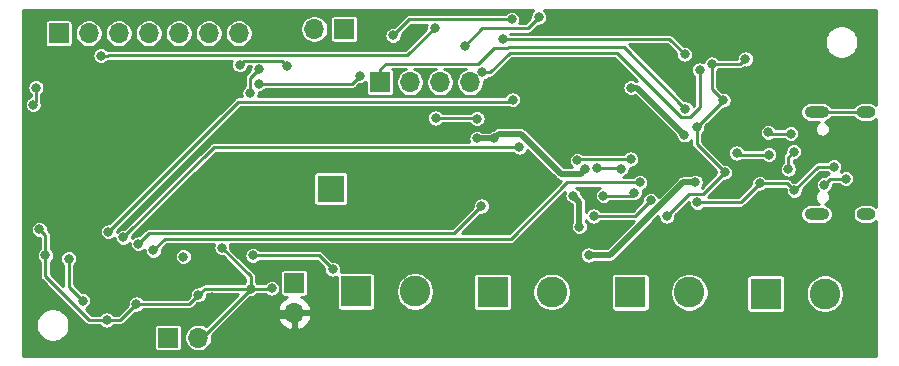
<source format=gbr>
%TF.GenerationSoftware,KiCad,Pcbnew,(5.1.9)-1*%
%TF.CreationDate,2021-11-09T18:36:26+00:00*%
%TF.ProjectId,Bluetooth_ignite_receiver,426c7565-746f-46f7-9468-5f69676e6974,rev?*%
%TF.SameCoordinates,Original*%
%TF.FileFunction,Copper,L2,Bot*%
%TF.FilePolarity,Positive*%
%FSLAX46Y46*%
G04 Gerber Fmt 4.6, Leading zero omitted, Abs format (unit mm)*
G04 Created by KiCad (PCBNEW (5.1.9)-1) date 2021-11-09 18:36:26*
%MOMM*%
%LPD*%
G01*
G04 APERTURE LIST*
%TA.AperFunction,ComponentPad*%
%ADD10O,1.700000X1.700000*%
%TD*%
%TA.AperFunction,ComponentPad*%
%ADD11R,1.700000X1.700000*%
%TD*%
%TA.AperFunction,ComponentPad*%
%ADD12O,1.600000X1.000000*%
%TD*%
%TA.AperFunction,ComponentPad*%
%ADD13O,2.100000X1.000000*%
%TD*%
%TA.AperFunction,ComponentPad*%
%ADD14C,2.600000*%
%TD*%
%TA.AperFunction,ComponentPad*%
%ADD15R,2.600000X2.600000*%
%TD*%
%TA.AperFunction,SMDPad,CuDef*%
%ADD16R,2.300000X2.300000*%
%TD*%
%TA.AperFunction,ComponentPad*%
%ADD17C,0.600000*%
%TD*%
%TA.AperFunction,ViaPad*%
%ADD18C,0.800000*%
%TD*%
%TA.AperFunction,Conductor*%
%ADD19C,0.250000*%
%TD*%
%TA.AperFunction,Conductor*%
%ADD20C,0.500000*%
%TD*%
%TA.AperFunction,Conductor*%
%ADD21C,0.254000*%
%TD*%
%TA.AperFunction,Conductor*%
%ADD22C,0.100000*%
%TD*%
G04 APERTURE END LIST*
D10*
%TO.P,J10,2*%
%TO.N,+3V3*%
X99936300Y-101320600D03*
D11*
%TO.P,J10,1*%
%TO.N,VDD*%
X99936300Y-98780600D03*
%TD*%
D10*
%TO.P,J9,7*%
%TO.N,/CS*%
X95224600Y-77660500D03*
%TO.P,J9,6*%
%TO.N,/CLK*%
X92684600Y-77660500D03*
%TO.P,J9,5*%
%TO.N,/MISO*%
X90144600Y-77660500D03*
%TO.P,J9,4*%
%TO.N,/SDA*%
X87604600Y-77660500D03*
%TO.P,J9,3*%
%TO.N,/SCL*%
X85064600Y-77660500D03*
%TO.P,J9,2*%
%TO.N,/MOSI*%
X82524600Y-77660500D03*
D11*
%TO.P,J9,1*%
%TO.N,/PG*%
X79984600Y-77660500D03*
%TD*%
D10*
%TO.P,J8,4*%
%TO.N,/RTS*%
X114820700Y-81800700D03*
%TO.P,J8,3*%
%TO.N,/RXD*%
X112280700Y-81800700D03*
%TO.P,J8,2*%
%TO.N,/TXD*%
X109740700Y-81800700D03*
D11*
%TO.P,J8,1*%
%TO.N,/DTR*%
X107200700Y-81800700D03*
%TD*%
D12*
%TO.P,J5,S1*%
%TO.N,GND*%
X148331500Y-84313300D03*
X148331500Y-92953300D03*
D13*
X144151500Y-84313300D03*
X144151500Y-92953300D03*
%TD*%
D14*
%TO.P,J4,2*%
%TO.N,VDD*%
X121725700Y-99555300D03*
D15*
%TO.P,J4,1*%
%TO.N,GND*%
X116725700Y-99555300D03*
%TD*%
D14*
%TO.P,J3,2*%
%TO.N,/pyros/Ext_supply*%
X133384300Y-99593400D03*
D15*
%TO.P,J3,1*%
%TO.N,Net-(D8-Pad2)*%
X128384300Y-99593400D03*
%TD*%
D14*
%TO.P,J2,2*%
%TO.N,/pyros/Ext_supply*%
X110156000Y-99517200D03*
D15*
%TO.P,J2,1*%
%TO.N,GND*%
X105156000Y-99517200D03*
%TD*%
D14*
%TO.P,J1,2*%
%TO.N,/pyros/Ext_supply*%
X144852400Y-99695000D03*
D15*
%TO.P,J1,1*%
%TO.N,Net-(D5-Pad2)*%
X139852400Y-99695000D03*
%TD*%
D10*
%TO.P,J7,2*%
%TO.N,GND*%
X101625400Y-77292200D03*
D11*
%TO.P,J7,1*%
%TO.N,Net-(C5-Pad1)*%
X104165400Y-77292200D03*
%TD*%
D10*
%TO.P,J6,2*%
%TO.N,GND*%
X91808300Y-103416100D03*
D11*
%TO.P,J6,1*%
%TO.N,Net-(C4-Pad1)*%
X89268300Y-103416100D03*
%TD*%
D16*
%TO.P,U5,11*%
%TO.N,GND*%
X103021400Y-90805000D03*
D17*
X103522400Y-91305000D03*
X102522400Y-91305000D03*
X103522400Y-90305000D03*
X102522400Y-90305000D03*
X103022400Y-90805000D03*
%TD*%
D18*
%TO.N,GND*%
X78060387Y-82250111D03*
X77825600Y-83700111D03*
X78854300Y-96431100D03*
X78346300Y-94259400D03*
X84071352Y-101931537D03*
X96242616Y-99267025D03*
X91809905Y-99800102D03*
X93802200Y-95796100D03*
X98018600Y-99237800D03*
X138128621Y-79827069D03*
X135302462Y-80258082D03*
X136232900Y-83312000D03*
X134006335Y-85597990D03*
X136375799Y-89418864D03*
X131483100Y-93141800D03*
X96938199Y-80696900D03*
X96189800Y-82714000D03*
X86563200Y-100571300D03*
X126115858Y-91390241D03*
X128719589Y-91149233D03*
%TO.N,+3V3*%
X124091700Y-80212100D03*
X124104400Y-84159801D03*
X96202500Y-101638100D03*
X80556100Y-95504000D03*
X88557100Y-101485700D03*
X141077864Y-83250530D03*
X138950700Y-85287000D03*
X92962290Y-99992025D03*
X105956100Y-88823800D03*
X105105200Y-93802200D03*
X119494300Y-76098400D03*
X105156000Y-97129600D03*
%TO.N,/EN*%
X80829580Y-96726763D03*
X82016600Y-100291900D03*
X105486200Y-81254600D03*
X96938199Y-81927700D03*
%TO.N,VDD*%
X133870700Y-90258900D03*
X124858150Y-96422850D03*
%TO.N,/usb/VBUS*%
X139331700Y-90346700D03*
X134073900Y-91960700D03*
X142265400Y-90957400D03*
X145618200Y-88938100D03*
%TO.N,/usb/D+*%
X141757849Y-89154449D03*
X142227300Y-87683299D03*
%TO.N,/usb/D-*%
X140061443Y-86042500D03*
X141961465Y-86157965D03*
%TO.N,/pyros/Ext_supply*%
X116851418Y-86550500D03*
X115401418Y-86563200D03*
X124066300Y-94030800D03*
X123532900Y-91401900D03*
X124580056Y-89151673D03*
%TO.N,Net-(D4-Pad1)*%
X111899700Y-84823300D03*
X115401417Y-84875865D03*
%TO.N,Net-(D5-Pad2)*%
X132969000Y-86258400D03*
X128447800Y-82257900D03*
%TO.N,Net-(D8-Pad1)*%
X125298200Y-93129100D03*
X130110404Y-91788400D03*
%TO.N,Net-(J5-PadA5)*%
X146634200Y-89954100D03*
X144801510Y-90473103D03*
%TO.N,/RTS*%
X134257900Y-80753000D03*
X115852102Y-80947746D03*
%TO.N,/BOOT*%
X99339400Y-80429100D03*
X108292900Y-77838300D03*
X95312388Y-80327500D03*
X118338600Y-76479402D03*
%TO.N,/DTR*%
X133057900Y-84048600D03*
%TO.N,/Nuke1*%
X86728300Y-95478600D03*
X115773200Y-92278200D03*
%TO.N,/Nuke2*%
X87998300Y-96024700D03*
X129196346Y-90270196D03*
%TO.N,Net-(R3-Pad2)*%
X140119100Y-87934800D03*
X137393419Y-87788972D03*
%TO.N,/Cont1*%
X84188300Y-94462600D03*
X118427500Y-83286600D03*
%TO.N,/Cont2*%
X125605723Y-89084416D03*
X127597946Y-89113959D03*
X85458300Y-94945200D03*
X118986300Y-87299800D03*
%TO.N,Net-(R17-Pad1)*%
X123901200Y-88417400D03*
X128409253Y-88302653D03*
%TO.N,/PG*%
X90538300Y-96570800D03*
X96439138Y-96458185D03*
X103187500Y-97624900D03*
%TO.N,/TXD*%
X114358847Y-78697247D03*
X120637298Y-76288902D03*
%TO.N,/RXD*%
X132976801Y-79425800D03*
X117645788Y-78137818D03*
%TO.N,Net-(R24-Pad1)*%
X111825097Y-77208840D03*
X83566000Y-79540100D03*
%TD*%
D19*
%TO.N,GND*%
X78060387Y-83465324D02*
X77825600Y-83700111D01*
X78060387Y-82250111D02*
X78060387Y-83465324D01*
X78854300Y-94767400D02*
X78346300Y-94259400D01*
X78854300Y-96431100D02*
X78854300Y-94767400D01*
X85202963Y-101931537D02*
X86563200Y-100571300D01*
X84071352Y-101931537D02*
X85202963Y-101931537D01*
X78854300Y-98202602D02*
X78854300Y-96431100D01*
X82583235Y-101931537D02*
X78854300Y-98202602D01*
X84071352Y-101931537D02*
X82583235Y-101931537D01*
X92093541Y-103416100D02*
X91808300Y-103416100D01*
X96242616Y-99267025D02*
X92093541Y-103416100D01*
X92342982Y-99267025D02*
X91809905Y-99800102D01*
X96242616Y-99267025D02*
X92342982Y-99267025D01*
X96242616Y-98236516D02*
X93802200Y-95796100D01*
X96242616Y-99267025D02*
X96242616Y-98236516D01*
X97989375Y-99267025D02*
X98018600Y-99237800D01*
X96242616Y-99267025D02*
X97989375Y-99267025D01*
X148331500Y-84313300D02*
X144151500Y-84313300D01*
X137697608Y-80258082D02*
X135302462Y-80258082D01*
X138128621Y-79827069D02*
X137697608Y-80258082D01*
X135302462Y-82381562D02*
X136232900Y-83312000D01*
X135302462Y-80258082D02*
X135302462Y-82381562D01*
X136232900Y-83371425D02*
X134006335Y-85597990D01*
X136232900Y-83312000D02*
X136232900Y-83371425D01*
X134006335Y-87049400D02*
X136375799Y-89418864D01*
X134006335Y-85597990D02*
X134006335Y-87049400D01*
X133389201Y-91235699D02*
X131483100Y-93141800D01*
X134558964Y-91235699D02*
X133389201Y-91235699D01*
X136375799Y-89418864D02*
X134558964Y-91235699D01*
X96189800Y-81445299D02*
X96189800Y-82714000D01*
X96938199Y-80696900D02*
X96189800Y-81445299D01*
X91038707Y-100571300D02*
X91809905Y-99800102D01*
X86563200Y-100571300D02*
X91038707Y-100571300D01*
X128478581Y-91390241D02*
X128719589Y-91149233D01*
X126115858Y-91390241D02*
X128478581Y-91390241D01*
%TO.N,+3V3*%
X124091700Y-84147101D02*
X124104400Y-84159801D01*
X124091700Y-80212100D02*
X124091700Y-84147101D01*
X99618800Y-101638100D02*
X99936300Y-101320600D01*
X96202500Y-101638100D02*
X99618800Y-101638100D01*
X105956100Y-92951300D02*
X105105200Y-93802200D01*
X105956100Y-88823800D02*
X105956100Y-92951300D01*
%TO.N,/EN*%
X80829580Y-99104880D02*
X82016600Y-100291900D01*
X80829580Y-96726763D02*
X80829580Y-99104880D01*
X104813100Y-81927700D02*
X96938199Y-81927700D01*
X105486200Y-81254600D02*
X104813100Y-81927700D01*
D20*
%TO.N,VDD*%
X126678050Y-96422850D02*
X124858150Y-96422850D01*
X133870700Y-90258900D02*
X132842000Y-90258900D01*
X132842000Y-90258900D02*
X126678050Y-96422850D01*
D19*
%TO.N,/usb/VBUS*%
X137717700Y-91960700D02*
X134073900Y-91960700D01*
X139331700Y-90346700D02*
X137717700Y-91960700D01*
X141654700Y-90346700D02*
X142265400Y-90957400D01*
X139331700Y-90346700D02*
X141654700Y-90346700D01*
X144284700Y-88938100D02*
X145618200Y-88938100D01*
X142265400Y-90957400D02*
X144284700Y-88938100D01*
%TO.N,/usb/D+*%
X141757849Y-88152750D02*
X142227300Y-87683299D01*
X141757849Y-89154449D02*
X141757849Y-88152750D01*
%TO.N,/usb/D-*%
X141961465Y-86157965D02*
X140176908Y-86157965D01*
X140176908Y-86157965D02*
X140061443Y-86042500D01*
D20*
%TO.N,/pyros/Ext_supply*%
X115414118Y-86550500D02*
X115401418Y-86563200D01*
X116851418Y-86550500D02*
X115414118Y-86550500D01*
X124066300Y-91935300D02*
X123532900Y-91401900D01*
X124066300Y-94030800D02*
X124066300Y-91935300D01*
X117251417Y-86150501D02*
X116851418Y-86550500D01*
X122496174Y-89551672D02*
X119095003Y-86150501D01*
X124180057Y-89551672D02*
X122496174Y-89551672D01*
X119095003Y-86150501D02*
X117251417Y-86150501D01*
X124580056Y-89151673D02*
X124180057Y-89551672D01*
D19*
%TO.N,Net-(D4-Pad1)*%
X111899700Y-84823300D02*
X115348852Y-84823300D01*
X115348852Y-84823300D02*
X115401417Y-84875865D01*
D20*
%TO.N,Net-(D5-Pad2)*%
X132969000Y-86258400D02*
X128968500Y-82257900D01*
X128968500Y-82257900D02*
X128447800Y-82257900D01*
D19*
%TO.N,Net-(D8-Pad1)*%
X128769704Y-93129100D02*
X130110404Y-91788400D01*
X125298200Y-93129100D02*
X128769704Y-93129100D01*
%TO.N,Net-(J5-PadA5)*%
X145320513Y-89954100D02*
X144801510Y-90473103D01*
X146634200Y-89954100D02*
X145320513Y-89954100D01*
%TO.N,/RTS*%
X116545275Y-80947746D02*
X115852102Y-80947746D01*
X132709899Y-84773601D02*
X127235098Y-79298800D01*
X118194221Y-79298800D02*
X116545275Y-80947746D01*
X134257900Y-83921602D02*
X133405901Y-84773601D01*
X127235098Y-79298800D02*
X118194221Y-79298800D01*
X134257900Y-80753000D02*
X134257900Y-83921602D01*
X133405901Y-84773601D02*
X132709899Y-84773601D01*
%TO.N,/BOOT*%
X95667988Y-79971900D02*
X95312388Y-80327500D01*
X98882200Y-79971900D02*
X95667988Y-79971900D01*
X99339400Y-80429100D02*
X98882200Y-79971900D01*
X108292900Y-77838300D02*
X109651798Y-76479402D01*
X109651798Y-76479402D02*
X118338600Y-76479402D01*
%TO.N,/DTR*%
X107200700Y-80700700D02*
X107676601Y-80224799D01*
X116864026Y-78862820D02*
X117993790Y-78862820D01*
X118007821Y-78848789D02*
X127858089Y-78848789D01*
X107200700Y-81800700D02*
X107200700Y-80700700D01*
X107676601Y-80224799D02*
X115502047Y-80224799D01*
X117993790Y-78862820D02*
X118007821Y-78848789D01*
X127858089Y-78848789D02*
X133057900Y-84048600D01*
X115502047Y-80224799D02*
X116864026Y-78862820D01*
%TO.N,/Nuke1*%
X113461800Y-94589600D02*
X115773200Y-92278200D01*
X87617300Y-94589600D02*
X113461800Y-94589600D01*
X86728300Y-95478600D02*
X87617300Y-94589600D01*
%TO.N,/Nuke2*%
X123051704Y-90270196D02*
X129196346Y-90270196D01*
X118275100Y-95046800D02*
X123051704Y-90270196D01*
X88976200Y-95046800D02*
X118275100Y-95046800D01*
X87998300Y-96024700D02*
X88976200Y-95046800D01*
%TO.N,Net-(R3-Pad2)*%
X137539247Y-87934800D02*
X137393419Y-87788972D01*
X140119100Y-87934800D02*
X137539247Y-87934800D01*
%TO.N,/Cont1*%
X84188300Y-94462600D02*
X95211900Y-83439000D01*
X118275100Y-83439000D02*
X118427500Y-83286600D01*
X95211900Y-83439000D02*
X118275100Y-83439000D01*
%TO.N,/Cont2*%
X127568403Y-89084416D02*
X127597946Y-89113959D01*
X125605723Y-89084416D02*
X127568403Y-89084416D01*
X93103700Y-87299800D02*
X118986300Y-87299800D01*
X85458300Y-94945200D02*
X93103700Y-87299800D01*
%TO.N,Net-(R17-Pad1)*%
X124015947Y-88302653D02*
X128409253Y-88302653D01*
X123901200Y-88417400D02*
X124015947Y-88302653D01*
%TO.N,/PG*%
X96439138Y-96458185D02*
X102020785Y-96458185D01*
X102020785Y-96458185D02*
X103187500Y-97624900D01*
%TO.N,/TXD*%
X115826292Y-77229802D02*
X119696398Y-77229802D01*
X114358847Y-78697247D02*
X115826292Y-77229802D01*
X119696398Y-77229802D02*
X120637298Y-76288902D01*
%TO.N,/RXD*%
X132976801Y-79425800D02*
X131688819Y-78137818D01*
X131688819Y-78137818D02*
X117645788Y-78137818D01*
%TO.N,Net-(R24-Pad1)*%
X111825097Y-77208840D02*
X109512048Y-79521889D01*
X109512048Y-79521889D02*
X84149896Y-79521889D01*
X84149896Y-79521889D02*
X84131685Y-79540100D01*
X84131685Y-79540100D02*
X83566000Y-79540100D01*
%TD*%
D21*
%TO.N,+3V3*%
X120173862Y-75724204D02*
X120072600Y-75825466D01*
X119993039Y-75944538D01*
X119938236Y-76076844D01*
X119910298Y-76217299D01*
X119910298Y-76360505D01*
X119912981Y-76373995D01*
X119509175Y-76777802D01*
X119001898Y-76777802D01*
X119037662Y-76691460D01*
X119065600Y-76551005D01*
X119065600Y-76407799D01*
X119037662Y-76267344D01*
X118982859Y-76135038D01*
X118903298Y-76015966D01*
X118802036Y-75914704D01*
X118682964Y-75835143D01*
X118550658Y-75780340D01*
X118410203Y-75752402D01*
X118266997Y-75752402D01*
X118126542Y-75780340D01*
X117994236Y-75835143D01*
X117875164Y-75914704D01*
X117773902Y-76015966D01*
X117766261Y-76027402D01*
X109674003Y-76027402D01*
X109651798Y-76025215D01*
X109563190Y-76033942D01*
X109477988Y-76059788D01*
X109399465Y-76101759D01*
X109330639Y-76158243D01*
X109316479Y-76175497D01*
X108377993Y-77113983D01*
X108364503Y-77111300D01*
X108221297Y-77111300D01*
X108080842Y-77139238D01*
X107948536Y-77194041D01*
X107829464Y-77273602D01*
X107728202Y-77374864D01*
X107648641Y-77493936D01*
X107593838Y-77626242D01*
X107565900Y-77766697D01*
X107565900Y-77909903D01*
X107593838Y-78050358D01*
X107648641Y-78182664D01*
X107728202Y-78301736D01*
X107829464Y-78402998D01*
X107948536Y-78482559D01*
X108080842Y-78537362D01*
X108221297Y-78565300D01*
X108364503Y-78565300D01*
X108504958Y-78537362D01*
X108637264Y-78482559D01*
X108756336Y-78402998D01*
X108857598Y-78301736D01*
X108937159Y-78182664D01*
X108991962Y-78050358D01*
X109019900Y-77909903D01*
X109019900Y-77766697D01*
X109017217Y-77753207D01*
X109839022Y-76931402D01*
X111153116Y-76931402D01*
X111126035Y-76996782D01*
X111098097Y-77137237D01*
X111098097Y-77280443D01*
X111100780Y-77293932D01*
X109324825Y-79069889D01*
X84172100Y-79069889D01*
X84149895Y-79067702D01*
X84124261Y-79070227D01*
X84029436Y-78975402D01*
X83910364Y-78895841D01*
X83778058Y-78841038D01*
X83637603Y-78813100D01*
X83494397Y-78813100D01*
X83353942Y-78841038D01*
X83221636Y-78895841D01*
X83102564Y-78975402D01*
X83001302Y-79076664D01*
X82921741Y-79195736D01*
X82866938Y-79328042D01*
X82839000Y-79468497D01*
X82839000Y-79611703D01*
X82866938Y-79752158D01*
X82921741Y-79884464D01*
X83001302Y-80003536D01*
X83102564Y-80104798D01*
X83221636Y-80184359D01*
X83353942Y-80239162D01*
X83494397Y-80267100D01*
X83637603Y-80267100D01*
X83778058Y-80239162D01*
X83910364Y-80184359D01*
X84029436Y-80104798D01*
X84130698Y-80003536D01*
X84137244Y-79993740D01*
X84153890Y-79992100D01*
X84220292Y-79985560D01*
X84258766Y-79973889D01*
X94674308Y-79973889D01*
X94668129Y-79983136D01*
X94613326Y-80115442D01*
X94585388Y-80255897D01*
X94585388Y-80399103D01*
X94613326Y-80539558D01*
X94668129Y-80671864D01*
X94747690Y-80790936D01*
X94848952Y-80892198D01*
X94968024Y-80971759D01*
X95100330Y-81026562D01*
X95240785Y-81054500D01*
X95383991Y-81054500D01*
X95524446Y-81026562D01*
X95656752Y-80971759D01*
X95775824Y-80892198D01*
X95877086Y-80790936D01*
X95956647Y-80671864D01*
X96011450Y-80539558D01*
X96034456Y-80423900D01*
X96264380Y-80423900D01*
X96239137Y-80484842D01*
X96211199Y-80625297D01*
X96211199Y-80768503D01*
X96213882Y-80781993D01*
X95885900Y-81109976D01*
X95868641Y-81124140D01*
X95812158Y-81192966D01*
X95770186Y-81271490D01*
X95744340Y-81356692D01*
X95735613Y-81445299D01*
X95737800Y-81467504D01*
X95737801Y-82141660D01*
X95726364Y-82149302D01*
X95625102Y-82250564D01*
X95545541Y-82369636D01*
X95490738Y-82501942D01*
X95462800Y-82642397D01*
X95462800Y-82785603D01*
X95490738Y-82926058D01*
X95515981Y-82987000D01*
X95234105Y-82987000D01*
X95211900Y-82984813D01*
X95123292Y-82993540D01*
X95075331Y-83008089D01*
X95038090Y-83019386D01*
X94959567Y-83061357D01*
X94890741Y-83117841D01*
X94876581Y-83135095D01*
X84273394Y-93738283D01*
X84259903Y-93735600D01*
X84116697Y-93735600D01*
X83976242Y-93763538D01*
X83843936Y-93818341D01*
X83724864Y-93897902D01*
X83623602Y-93999164D01*
X83544041Y-94118236D01*
X83489238Y-94250542D01*
X83461300Y-94390997D01*
X83461300Y-94534203D01*
X83489238Y-94674658D01*
X83544041Y-94806964D01*
X83623602Y-94926036D01*
X83724864Y-95027298D01*
X83843936Y-95106859D01*
X83976242Y-95161662D01*
X84116697Y-95189600D01*
X84259903Y-95189600D01*
X84400358Y-95161662D01*
X84532664Y-95106859D01*
X84651736Y-95027298D01*
X84731300Y-94947734D01*
X84731300Y-95016803D01*
X84759238Y-95157258D01*
X84814041Y-95289564D01*
X84893602Y-95408636D01*
X84994864Y-95509898D01*
X85113936Y-95589459D01*
X85246242Y-95644262D01*
X85386697Y-95672200D01*
X85529903Y-95672200D01*
X85670358Y-95644262D01*
X85802664Y-95589459D01*
X85921736Y-95509898D01*
X86001300Y-95430334D01*
X86001300Y-95550203D01*
X86029238Y-95690658D01*
X86084041Y-95822964D01*
X86163602Y-95942036D01*
X86264864Y-96043298D01*
X86383936Y-96122859D01*
X86516242Y-96177662D01*
X86656697Y-96205600D01*
X86799903Y-96205600D01*
X86940358Y-96177662D01*
X87072664Y-96122859D01*
X87191736Y-96043298D01*
X87271300Y-95963734D01*
X87271300Y-96096303D01*
X87299238Y-96236758D01*
X87354041Y-96369064D01*
X87433602Y-96488136D01*
X87534864Y-96589398D01*
X87653936Y-96668959D01*
X87786242Y-96723762D01*
X87926697Y-96751700D01*
X88069903Y-96751700D01*
X88210358Y-96723762D01*
X88342664Y-96668959D01*
X88461736Y-96589398D01*
X88551937Y-96499197D01*
X89811300Y-96499197D01*
X89811300Y-96642403D01*
X89839238Y-96782858D01*
X89894041Y-96915164D01*
X89973602Y-97034236D01*
X90074864Y-97135498D01*
X90193936Y-97215059D01*
X90326242Y-97269862D01*
X90466697Y-97297800D01*
X90609903Y-97297800D01*
X90750358Y-97269862D01*
X90882664Y-97215059D01*
X91001736Y-97135498D01*
X91102998Y-97034236D01*
X91182559Y-96915164D01*
X91237362Y-96782858D01*
X91265300Y-96642403D01*
X91265300Y-96499197D01*
X91237362Y-96358742D01*
X91182559Y-96226436D01*
X91102998Y-96107364D01*
X91001736Y-96006102D01*
X90882664Y-95926541D01*
X90750358Y-95871738D01*
X90609903Y-95843800D01*
X90466697Y-95843800D01*
X90326242Y-95871738D01*
X90193936Y-95926541D01*
X90074864Y-96006102D01*
X89973602Y-96107364D01*
X89894041Y-96226436D01*
X89839238Y-96358742D01*
X89811300Y-96499197D01*
X88551937Y-96499197D01*
X88562998Y-96488136D01*
X88642559Y-96369064D01*
X88697362Y-96236758D01*
X88725300Y-96096303D01*
X88725300Y-95953097D01*
X88722617Y-95939607D01*
X89163425Y-95498800D01*
X93138446Y-95498800D01*
X93103138Y-95584042D01*
X93075200Y-95724497D01*
X93075200Y-95867703D01*
X93103138Y-96008158D01*
X93157941Y-96140464D01*
X93237502Y-96259536D01*
X93338764Y-96360798D01*
X93457836Y-96440359D01*
X93590142Y-96495162D01*
X93730597Y-96523100D01*
X93873803Y-96523100D01*
X93887293Y-96520417D01*
X95790617Y-98423742D01*
X95790617Y-98694685D01*
X95779180Y-98702327D01*
X95677918Y-98803589D01*
X95670277Y-98815025D01*
X92365187Y-98815025D01*
X92342982Y-98812838D01*
X92254374Y-98821565D01*
X92169172Y-98847411D01*
X92090649Y-98889382D01*
X92021823Y-98945866D01*
X92007663Y-98963120D01*
X91894998Y-99075785D01*
X91881508Y-99073102D01*
X91738302Y-99073102D01*
X91597847Y-99101040D01*
X91465541Y-99155843D01*
X91346469Y-99235404D01*
X91245207Y-99336666D01*
X91165646Y-99455738D01*
X91110843Y-99588044D01*
X91082905Y-99728499D01*
X91082905Y-99871705D01*
X91085588Y-99885195D01*
X90851484Y-100119300D01*
X87135539Y-100119300D01*
X87127898Y-100107864D01*
X87026636Y-100006602D01*
X86907564Y-99927041D01*
X86775258Y-99872238D01*
X86634803Y-99844300D01*
X86491597Y-99844300D01*
X86351142Y-99872238D01*
X86218836Y-99927041D01*
X86099764Y-100006602D01*
X85998502Y-100107864D01*
X85918941Y-100226936D01*
X85864138Y-100359242D01*
X85836200Y-100499697D01*
X85836200Y-100642903D01*
X85838883Y-100656393D01*
X85015740Y-101479537D01*
X84643691Y-101479537D01*
X84636050Y-101468101D01*
X84534788Y-101366839D01*
X84415716Y-101287278D01*
X84283410Y-101232475D01*
X84142955Y-101204537D01*
X83999749Y-101204537D01*
X83859294Y-101232475D01*
X83726988Y-101287278D01*
X83607916Y-101366839D01*
X83506654Y-101468101D01*
X83499013Y-101479537D01*
X82770460Y-101479537D01*
X82266295Y-100975372D01*
X82360964Y-100936159D01*
X82480036Y-100856598D01*
X82581298Y-100755336D01*
X82660859Y-100636264D01*
X82715662Y-100503958D01*
X82743600Y-100363503D01*
X82743600Y-100220297D01*
X82715662Y-100079842D01*
X82660859Y-99947536D01*
X82581298Y-99828464D01*
X82480036Y-99727202D01*
X82360964Y-99647641D01*
X82228658Y-99592838D01*
X82088203Y-99564900D01*
X81944997Y-99564900D01*
X81931507Y-99567583D01*
X81281580Y-98917657D01*
X81281580Y-97299102D01*
X81293016Y-97291461D01*
X81394278Y-97190199D01*
X81473839Y-97071127D01*
X81528642Y-96938821D01*
X81556580Y-96798366D01*
X81556580Y-96655160D01*
X81528642Y-96514705D01*
X81473839Y-96382399D01*
X81394278Y-96263327D01*
X81293016Y-96162065D01*
X81173944Y-96082504D01*
X81041638Y-96027701D01*
X80901183Y-95999763D01*
X80757977Y-95999763D01*
X80617522Y-96027701D01*
X80485216Y-96082504D01*
X80366144Y-96162065D01*
X80264882Y-96263327D01*
X80185321Y-96382399D01*
X80130518Y-96514705D01*
X80102580Y-96655160D01*
X80102580Y-96798366D01*
X80130518Y-96938821D01*
X80185321Y-97071127D01*
X80264882Y-97190199D01*
X80366144Y-97291461D01*
X80377580Y-97299102D01*
X80377581Y-99082665D01*
X80377223Y-99086301D01*
X79306300Y-98015379D01*
X79306300Y-97003439D01*
X79317736Y-96995798D01*
X79418998Y-96894536D01*
X79498559Y-96775464D01*
X79553362Y-96643158D01*
X79581300Y-96502703D01*
X79581300Y-96359497D01*
X79553362Y-96219042D01*
X79498559Y-96086736D01*
X79418998Y-95967664D01*
X79317736Y-95866402D01*
X79306300Y-95858761D01*
X79306300Y-94789602D01*
X79308487Y-94767399D01*
X79304374Y-94725641D01*
X79299760Y-94678793D01*
X79273914Y-94593590D01*
X79231943Y-94515067D01*
X79175459Y-94446241D01*
X79158210Y-94432085D01*
X79070617Y-94344492D01*
X79073300Y-94331003D01*
X79073300Y-94187797D01*
X79045362Y-94047342D01*
X78990559Y-93915036D01*
X78910998Y-93795964D01*
X78809736Y-93694702D01*
X78690664Y-93615141D01*
X78558358Y-93560338D01*
X78417903Y-93532400D01*
X78274697Y-93532400D01*
X78134242Y-93560338D01*
X78001936Y-93615141D01*
X77882864Y-93694702D01*
X77781602Y-93795964D01*
X77702041Y-93915036D01*
X77647238Y-94047342D01*
X77619300Y-94187797D01*
X77619300Y-94331003D01*
X77647238Y-94471458D01*
X77702041Y-94603764D01*
X77781602Y-94722836D01*
X77882864Y-94824098D01*
X78001936Y-94903659D01*
X78134242Y-94958462D01*
X78274697Y-94986400D01*
X78402301Y-94986400D01*
X78402300Y-95858761D01*
X78390864Y-95866402D01*
X78289602Y-95967664D01*
X78210041Y-96086736D01*
X78155238Y-96219042D01*
X78127300Y-96359497D01*
X78127300Y-96502703D01*
X78155238Y-96643158D01*
X78210041Y-96775464D01*
X78289602Y-96894536D01*
X78390864Y-96995798D01*
X78402301Y-97003440D01*
X78402300Y-98180397D01*
X78400113Y-98202602D01*
X78408840Y-98291209D01*
X78427251Y-98351900D01*
X78434686Y-98376411D01*
X78476657Y-98454934D01*
X78533141Y-98523761D01*
X78550400Y-98537925D01*
X82247921Y-102235448D01*
X82262076Y-102252696D01*
X82330902Y-102309180D01*
X82409425Y-102351151D01*
X82494628Y-102376997D01*
X82561030Y-102383537D01*
X82561031Y-102383537D01*
X82583234Y-102385724D01*
X82605437Y-102383537D01*
X83499013Y-102383537D01*
X83506654Y-102394973D01*
X83607916Y-102496235D01*
X83726988Y-102575796D01*
X83859294Y-102630599D01*
X83999749Y-102658537D01*
X84142955Y-102658537D01*
X84283410Y-102630599D01*
X84415716Y-102575796D01*
X84430227Y-102566100D01*
X88089718Y-102566100D01*
X88089718Y-104266100D01*
X88096032Y-104330203D01*
X88114730Y-104391843D01*
X88145094Y-104448650D01*
X88185957Y-104498443D01*
X88235750Y-104539306D01*
X88292557Y-104569670D01*
X88354197Y-104588368D01*
X88418300Y-104594682D01*
X90118300Y-104594682D01*
X90182403Y-104588368D01*
X90244043Y-104569670D01*
X90300850Y-104539306D01*
X90350643Y-104498443D01*
X90391506Y-104448650D01*
X90421870Y-104391843D01*
X90440568Y-104330203D01*
X90446882Y-104266100D01*
X90446882Y-102566100D01*
X90440568Y-102501997D01*
X90421870Y-102440357D01*
X90391506Y-102383550D01*
X90350643Y-102333757D01*
X90300850Y-102292894D01*
X90244043Y-102262530D01*
X90182403Y-102243832D01*
X90118300Y-102237518D01*
X88418300Y-102237518D01*
X88354197Y-102243832D01*
X88292557Y-102262530D01*
X88235750Y-102292894D01*
X88185957Y-102333757D01*
X88145094Y-102383550D01*
X88114730Y-102440357D01*
X88096032Y-102501997D01*
X88089718Y-102566100D01*
X84430227Y-102566100D01*
X84534788Y-102496235D01*
X84636050Y-102394973D01*
X84643691Y-102383537D01*
X85180758Y-102383537D01*
X85202963Y-102385724D01*
X85225168Y-102383537D01*
X85291570Y-102376997D01*
X85376773Y-102351151D01*
X85455296Y-102309180D01*
X85524122Y-102252696D01*
X85538286Y-102235437D01*
X86478107Y-101295617D01*
X86491597Y-101298300D01*
X86634803Y-101298300D01*
X86775258Y-101270362D01*
X86907564Y-101215559D01*
X87026636Y-101135998D01*
X87127898Y-101034736D01*
X87135539Y-101023300D01*
X91016502Y-101023300D01*
X91038707Y-101025487D01*
X91060912Y-101023300D01*
X91127314Y-101016760D01*
X91212517Y-100990914D01*
X91291040Y-100948943D01*
X91359866Y-100892459D01*
X91374030Y-100875200D01*
X91724812Y-100524419D01*
X91738302Y-100527102D01*
X91881508Y-100527102D01*
X92021963Y-100499164D01*
X92154269Y-100444361D01*
X92273341Y-100364800D01*
X92374603Y-100263538D01*
X92454164Y-100144466D01*
X92508967Y-100012160D01*
X92536905Y-99871705D01*
X92536905Y-99728499D01*
X92535021Y-99719025D01*
X95151391Y-99719025D01*
X92444673Y-102425745D01*
X92365819Y-102373056D01*
X92151618Y-102284331D01*
X91924224Y-102239100D01*
X91692376Y-102239100D01*
X91464982Y-102284331D01*
X91250781Y-102373056D01*
X91058006Y-102501864D01*
X90894064Y-102665806D01*
X90765256Y-102858581D01*
X90676531Y-103072782D01*
X90631300Y-103300176D01*
X90631300Y-103532024D01*
X90676531Y-103759418D01*
X90765256Y-103973619D01*
X90894064Y-104166394D01*
X91058006Y-104330336D01*
X91250781Y-104459144D01*
X91464982Y-104547869D01*
X91692376Y-104593100D01*
X91924224Y-104593100D01*
X92151618Y-104547869D01*
X92365819Y-104459144D01*
X92558594Y-104330336D01*
X92722536Y-104166394D01*
X92851344Y-103973619D01*
X92940069Y-103759418D01*
X92985300Y-103532024D01*
X92985300Y-103300176D01*
X92962635Y-103186229D01*
X94471374Y-101677490D01*
X98494824Y-101677490D01*
X98539475Y-101824699D01*
X98664659Y-102087520D01*
X98838712Y-102320869D01*
X99054945Y-102515778D01*
X99305048Y-102664757D01*
X99579409Y-102762081D01*
X99809300Y-102641414D01*
X99809300Y-101447600D01*
X100063300Y-101447600D01*
X100063300Y-102641414D01*
X100293191Y-102762081D01*
X100567552Y-102664757D01*
X100817655Y-102515778D01*
X101033888Y-102320869D01*
X101207941Y-102087520D01*
X101333125Y-101824699D01*
X101377776Y-101677490D01*
X101256455Y-101447600D01*
X100063300Y-101447600D01*
X99809300Y-101447600D01*
X98616145Y-101447600D01*
X98494824Y-101677490D01*
X94471374Y-101677490D01*
X95185154Y-100963710D01*
X98494824Y-100963710D01*
X98616145Y-101193600D01*
X99809300Y-101193600D01*
X99809300Y-101173600D01*
X100063300Y-101173600D01*
X100063300Y-101193600D01*
X101256455Y-101193600D01*
X101377776Y-100963710D01*
X101333125Y-100816501D01*
X101207941Y-100553680D01*
X101033888Y-100320331D01*
X100817655Y-100125422D01*
X100567552Y-99976443D01*
X100518892Y-99959182D01*
X100786300Y-99959182D01*
X100850403Y-99952868D01*
X100912043Y-99934170D01*
X100968850Y-99903806D01*
X101018643Y-99862943D01*
X101059506Y-99813150D01*
X101089870Y-99756343D01*
X101108568Y-99694703D01*
X101114882Y-99630600D01*
X101114882Y-97930600D01*
X101108568Y-97866497D01*
X101089870Y-97804857D01*
X101059506Y-97748050D01*
X101018643Y-97698257D01*
X100968850Y-97657394D01*
X100912043Y-97627030D01*
X100850403Y-97608332D01*
X100786300Y-97602018D01*
X99086300Y-97602018D01*
X99022197Y-97608332D01*
X98960557Y-97627030D01*
X98903750Y-97657394D01*
X98853957Y-97698257D01*
X98813094Y-97748050D01*
X98782730Y-97804857D01*
X98764032Y-97866497D01*
X98757718Y-97930600D01*
X98757718Y-99630600D01*
X98764032Y-99694703D01*
X98782730Y-99756343D01*
X98813094Y-99813150D01*
X98853957Y-99862943D01*
X98903750Y-99903806D01*
X98960557Y-99934170D01*
X99022197Y-99952868D01*
X99086300Y-99959182D01*
X99353708Y-99959182D01*
X99305048Y-99976443D01*
X99054945Y-100125422D01*
X98838712Y-100320331D01*
X98664659Y-100553680D01*
X98539475Y-100816501D01*
X98494824Y-100963710D01*
X95185154Y-100963710D01*
X96157524Y-99991342D01*
X96171013Y-99994025D01*
X96314219Y-99994025D01*
X96454674Y-99966087D01*
X96586980Y-99911284D01*
X96706052Y-99831723D01*
X96807314Y-99730461D01*
X96814955Y-99719025D01*
X97471691Y-99719025D01*
X97555164Y-99802498D01*
X97674236Y-99882059D01*
X97806542Y-99936862D01*
X97946997Y-99964800D01*
X98090203Y-99964800D01*
X98230658Y-99936862D01*
X98362964Y-99882059D01*
X98482036Y-99802498D01*
X98583298Y-99701236D01*
X98662859Y-99582164D01*
X98717662Y-99449858D01*
X98745600Y-99309403D01*
X98745600Y-99166197D01*
X98717662Y-99025742D01*
X98662859Y-98893436D01*
X98583298Y-98774364D01*
X98482036Y-98673102D01*
X98362964Y-98593541D01*
X98230658Y-98538738D01*
X98090203Y-98510800D01*
X97946997Y-98510800D01*
X97806542Y-98538738D01*
X97674236Y-98593541D01*
X97555164Y-98673102D01*
X97453902Y-98774364D01*
X97426733Y-98815025D01*
X96814955Y-98815025D01*
X96807314Y-98803589D01*
X96706052Y-98702327D01*
X96694616Y-98694686D01*
X96694616Y-98258720D01*
X96696803Y-98236515D01*
X96688076Y-98147908D01*
X96677788Y-98113995D01*
X96662230Y-98062706D01*
X96620259Y-97984183D01*
X96563775Y-97915357D01*
X96546527Y-97901202D01*
X95031907Y-96386582D01*
X95712138Y-96386582D01*
X95712138Y-96529788D01*
X95740076Y-96670243D01*
X95794879Y-96802549D01*
X95874440Y-96921621D01*
X95975702Y-97022883D01*
X96094774Y-97102444D01*
X96227080Y-97157247D01*
X96367535Y-97185185D01*
X96510741Y-97185185D01*
X96651196Y-97157247D01*
X96783502Y-97102444D01*
X96902574Y-97022883D01*
X97003836Y-96921621D01*
X97011477Y-96910185D01*
X101833562Y-96910185D01*
X102463183Y-97539808D01*
X102460500Y-97553297D01*
X102460500Y-97696503D01*
X102488438Y-97836958D01*
X102543241Y-97969264D01*
X102622802Y-98088336D01*
X102724064Y-98189598D01*
X102843136Y-98269159D01*
X102975442Y-98323962D01*
X103115897Y-98351900D01*
X103259103Y-98351900D01*
X103399558Y-98323962D01*
X103527418Y-98271001D01*
X103527418Y-100817200D01*
X103533732Y-100881303D01*
X103552430Y-100942943D01*
X103582794Y-100999750D01*
X103623657Y-101049543D01*
X103673450Y-101090406D01*
X103730257Y-101120770D01*
X103791897Y-101139468D01*
X103856000Y-101145782D01*
X106456000Y-101145782D01*
X106520103Y-101139468D01*
X106581743Y-101120770D01*
X106638550Y-101090406D01*
X106688343Y-101049543D01*
X106729206Y-100999750D01*
X106759570Y-100942943D01*
X106778268Y-100881303D01*
X106784582Y-100817200D01*
X106784582Y-99356955D01*
X108529000Y-99356955D01*
X108529000Y-99677445D01*
X108591525Y-99991778D01*
X108714172Y-100287873D01*
X108892227Y-100554352D01*
X109118848Y-100780973D01*
X109385327Y-100959028D01*
X109681422Y-101081675D01*
X109995755Y-101144200D01*
X110316245Y-101144200D01*
X110630578Y-101081675D01*
X110926673Y-100959028D01*
X111193152Y-100780973D01*
X111419773Y-100554352D01*
X111597828Y-100287873D01*
X111720475Y-99991778D01*
X111783000Y-99677445D01*
X111783000Y-99356955D01*
X111720475Y-99042622D01*
X111597828Y-98746527D01*
X111419773Y-98480048D01*
X111195025Y-98255300D01*
X115097118Y-98255300D01*
X115097118Y-100855300D01*
X115103432Y-100919403D01*
X115122130Y-100981043D01*
X115152494Y-101037850D01*
X115193357Y-101087643D01*
X115243150Y-101128506D01*
X115299957Y-101158870D01*
X115361597Y-101177568D01*
X115425700Y-101183882D01*
X118025700Y-101183882D01*
X118089803Y-101177568D01*
X118151443Y-101158870D01*
X118208250Y-101128506D01*
X118258043Y-101087643D01*
X118298906Y-101037850D01*
X118329270Y-100981043D01*
X118347968Y-100919403D01*
X118354282Y-100855300D01*
X118354282Y-99395055D01*
X120098700Y-99395055D01*
X120098700Y-99715545D01*
X120161225Y-100029878D01*
X120283872Y-100325973D01*
X120461927Y-100592452D01*
X120688548Y-100819073D01*
X120955027Y-100997128D01*
X121251122Y-101119775D01*
X121565455Y-101182300D01*
X121885945Y-101182300D01*
X122200278Y-101119775D01*
X122496373Y-100997128D01*
X122762852Y-100819073D01*
X122989473Y-100592452D01*
X123167528Y-100325973D01*
X123290175Y-100029878D01*
X123352700Y-99715545D01*
X123352700Y-99395055D01*
X123290175Y-99080722D01*
X123167528Y-98784627D01*
X122989473Y-98518148D01*
X122764725Y-98293400D01*
X126755718Y-98293400D01*
X126755718Y-100893400D01*
X126762032Y-100957503D01*
X126780730Y-101019143D01*
X126811094Y-101075950D01*
X126851957Y-101125743D01*
X126901750Y-101166606D01*
X126958557Y-101196970D01*
X127020197Y-101215668D01*
X127084300Y-101221982D01*
X129684300Y-101221982D01*
X129748403Y-101215668D01*
X129810043Y-101196970D01*
X129866850Y-101166606D01*
X129916643Y-101125743D01*
X129957506Y-101075950D01*
X129987870Y-101019143D01*
X130006568Y-100957503D01*
X130012882Y-100893400D01*
X130012882Y-99433155D01*
X131757300Y-99433155D01*
X131757300Y-99753645D01*
X131819825Y-100067978D01*
X131942472Y-100364073D01*
X132120527Y-100630552D01*
X132347148Y-100857173D01*
X132613627Y-101035228D01*
X132909722Y-101157875D01*
X133224055Y-101220400D01*
X133544545Y-101220400D01*
X133858878Y-101157875D01*
X134154973Y-101035228D01*
X134421452Y-100857173D01*
X134648073Y-100630552D01*
X134826128Y-100364073D01*
X134948775Y-100067978D01*
X135011300Y-99753645D01*
X135011300Y-99433155D01*
X134948775Y-99118822D01*
X134826128Y-98822727D01*
X134648073Y-98556248D01*
X134486825Y-98395000D01*
X138223818Y-98395000D01*
X138223818Y-100995000D01*
X138230132Y-101059103D01*
X138248830Y-101120743D01*
X138279194Y-101177550D01*
X138320057Y-101227343D01*
X138369850Y-101268206D01*
X138426657Y-101298570D01*
X138488297Y-101317268D01*
X138552400Y-101323582D01*
X141152400Y-101323582D01*
X141216503Y-101317268D01*
X141278143Y-101298570D01*
X141334950Y-101268206D01*
X141384743Y-101227343D01*
X141425606Y-101177550D01*
X141455970Y-101120743D01*
X141474668Y-101059103D01*
X141480982Y-100995000D01*
X141480982Y-99534755D01*
X143225400Y-99534755D01*
X143225400Y-99855245D01*
X143287925Y-100169578D01*
X143410572Y-100465673D01*
X143588627Y-100732152D01*
X143815248Y-100958773D01*
X144081727Y-101136828D01*
X144377822Y-101259475D01*
X144692155Y-101322000D01*
X145012645Y-101322000D01*
X145326978Y-101259475D01*
X145623073Y-101136828D01*
X145889552Y-100958773D01*
X146116173Y-100732152D01*
X146294228Y-100465673D01*
X146416875Y-100169578D01*
X146479400Y-99855245D01*
X146479400Y-99534755D01*
X146416875Y-99220422D01*
X146294228Y-98924327D01*
X146116173Y-98657848D01*
X145889552Y-98431227D01*
X145623073Y-98253172D01*
X145326978Y-98130525D01*
X145012645Y-98068000D01*
X144692155Y-98068000D01*
X144377822Y-98130525D01*
X144081727Y-98253172D01*
X143815248Y-98431227D01*
X143588627Y-98657848D01*
X143410572Y-98924327D01*
X143287925Y-99220422D01*
X143225400Y-99534755D01*
X141480982Y-99534755D01*
X141480982Y-98395000D01*
X141474668Y-98330897D01*
X141455970Y-98269257D01*
X141425606Y-98212450D01*
X141384743Y-98162657D01*
X141334950Y-98121794D01*
X141278143Y-98091430D01*
X141216503Y-98072732D01*
X141152400Y-98066418D01*
X138552400Y-98066418D01*
X138488297Y-98072732D01*
X138426657Y-98091430D01*
X138369850Y-98121794D01*
X138320057Y-98162657D01*
X138279194Y-98212450D01*
X138248830Y-98269257D01*
X138230132Y-98330897D01*
X138223818Y-98395000D01*
X134486825Y-98395000D01*
X134421452Y-98329627D01*
X134154973Y-98151572D01*
X133858878Y-98028925D01*
X133544545Y-97966400D01*
X133224055Y-97966400D01*
X132909722Y-98028925D01*
X132613627Y-98151572D01*
X132347148Y-98329627D01*
X132120527Y-98556248D01*
X131942472Y-98822727D01*
X131819825Y-99118822D01*
X131757300Y-99433155D01*
X130012882Y-99433155D01*
X130012882Y-98293400D01*
X130006568Y-98229297D01*
X129987870Y-98167657D01*
X129957506Y-98110850D01*
X129916643Y-98061057D01*
X129866850Y-98020194D01*
X129810043Y-97989830D01*
X129748403Y-97971132D01*
X129684300Y-97964818D01*
X127084300Y-97964818D01*
X127020197Y-97971132D01*
X126958557Y-97989830D01*
X126901750Y-98020194D01*
X126851957Y-98061057D01*
X126811094Y-98110850D01*
X126780730Y-98167657D01*
X126762032Y-98229297D01*
X126755718Y-98293400D01*
X122764725Y-98293400D01*
X122762852Y-98291527D01*
X122496373Y-98113472D01*
X122200278Y-97990825D01*
X121885945Y-97928300D01*
X121565455Y-97928300D01*
X121251122Y-97990825D01*
X120955027Y-98113472D01*
X120688548Y-98291527D01*
X120461927Y-98518148D01*
X120283872Y-98784627D01*
X120161225Y-99080722D01*
X120098700Y-99395055D01*
X118354282Y-99395055D01*
X118354282Y-98255300D01*
X118347968Y-98191197D01*
X118329270Y-98129557D01*
X118298906Y-98072750D01*
X118258043Y-98022957D01*
X118208250Y-97982094D01*
X118151443Y-97951730D01*
X118089803Y-97933032D01*
X118025700Y-97926718D01*
X115425700Y-97926718D01*
X115361597Y-97933032D01*
X115299957Y-97951730D01*
X115243150Y-97982094D01*
X115193357Y-98022957D01*
X115152494Y-98072750D01*
X115122130Y-98129557D01*
X115103432Y-98191197D01*
X115097118Y-98255300D01*
X111195025Y-98255300D01*
X111193152Y-98253427D01*
X110926673Y-98075372D01*
X110630578Y-97952725D01*
X110316245Y-97890200D01*
X109995755Y-97890200D01*
X109681422Y-97952725D01*
X109385327Y-98075372D01*
X109118848Y-98253427D01*
X108892227Y-98480048D01*
X108714172Y-98746527D01*
X108591525Y-99042622D01*
X108529000Y-99356955D01*
X106784582Y-99356955D01*
X106784582Y-98217200D01*
X106778268Y-98153097D01*
X106759570Y-98091457D01*
X106729206Y-98034650D01*
X106688343Y-97984857D01*
X106638550Y-97943994D01*
X106581743Y-97913630D01*
X106520103Y-97894932D01*
X106456000Y-97888618D01*
X103865164Y-97888618D01*
X103886562Y-97836958D01*
X103914500Y-97696503D01*
X103914500Y-97553297D01*
X103886562Y-97412842D01*
X103831759Y-97280536D01*
X103752198Y-97161464D01*
X103650936Y-97060202D01*
X103531864Y-96980641D01*
X103399558Y-96925838D01*
X103259103Y-96897900D01*
X103115897Y-96897900D01*
X103102408Y-96900583D01*
X102356108Y-96154285D01*
X102341944Y-96137026D01*
X102273118Y-96080542D01*
X102194595Y-96038571D01*
X102109392Y-96012725D01*
X102042990Y-96006185D01*
X102020785Y-96003998D01*
X101998580Y-96006185D01*
X97011477Y-96006185D01*
X97003836Y-95994749D01*
X96902574Y-95893487D01*
X96783502Y-95813926D01*
X96651196Y-95759123D01*
X96510741Y-95731185D01*
X96367535Y-95731185D01*
X96227080Y-95759123D01*
X96094774Y-95813926D01*
X95975702Y-95893487D01*
X95874440Y-95994749D01*
X95794879Y-96113821D01*
X95740076Y-96246127D01*
X95712138Y-96386582D01*
X95031907Y-96386582D01*
X94526517Y-95881193D01*
X94529200Y-95867703D01*
X94529200Y-95724497D01*
X94501262Y-95584042D01*
X94465954Y-95498800D01*
X118252895Y-95498800D01*
X118275100Y-95500987D01*
X118297305Y-95498800D01*
X118363707Y-95492260D01*
X118448910Y-95466414D01*
X118527433Y-95424443D01*
X118596259Y-95367959D01*
X118610423Y-95350700D01*
X122878071Y-91083053D01*
X122833838Y-91189842D01*
X122805900Y-91330297D01*
X122805900Y-91473503D01*
X122833838Y-91613958D01*
X122888641Y-91746264D01*
X122968202Y-91865336D01*
X123069464Y-91966598D01*
X123188536Y-92046159D01*
X123320842Y-92100962D01*
X123439579Y-92124580D01*
X123489301Y-92174302D01*
X123489300Y-93585775D01*
X123422041Y-93686436D01*
X123367238Y-93818742D01*
X123339300Y-93959197D01*
X123339300Y-94102403D01*
X123367238Y-94242858D01*
X123422041Y-94375164D01*
X123501602Y-94494236D01*
X123602864Y-94595498D01*
X123721936Y-94675059D01*
X123854242Y-94729862D01*
X123994697Y-94757800D01*
X124137903Y-94757800D01*
X124278358Y-94729862D01*
X124410664Y-94675059D01*
X124529736Y-94595498D01*
X124630998Y-94494236D01*
X124710559Y-94375164D01*
X124765362Y-94242858D01*
X124793300Y-94102403D01*
X124793300Y-93959197D01*
X124765362Y-93818742D01*
X124710559Y-93686436D01*
X124643300Y-93585775D01*
X124643300Y-93447774D01*
X124653941Y-93473464D01*
X124733502Y-93592536D01*
X124834764Y-93693798D01*
X124953836Y-93773359D01*
X125086142Y-93828162D01*
X125226597Y-93856100D01*
X125369803Y-93856100D01*
X125510258Y-93828162D01*
X125642564Y-93773359D01*
X125761636Y-93693798D01*
X125862898Y-93592536D01*
X125870539Y-93581100D01*
X128703799Y-93581100D01*
X126439049Y-95845850D01*
X125303175Y-95845850D01*
X125202514Y-95778591D01*
X125070208Y-95723788D01*
X124929753Y-95695850D01*
X124786547Y-95695850D01*
X124646092Y-95723788D01*
X124513786Y-95778591D01*
X124394714Y-95858152D01*
X124293452Y-95959414D01*
X124213891Y-96078486D01*
X124159088Y-96210792D01*
X124131150Y-96351247D01*
X124131150Y-96494453D01*
X124159088Y-96634908D01*
X124213891Y-96767214D01*
X124293452Y-96886286D01*
X124394714Y-96987548D01*
X124513786Y-97067109D01*
X124646092Y-97121912D01*
X124786547Y-97149850D01*
X124929753Y-97149850D01*
X125070208Y-97121912D01*
X125202514Y-97067109D01*
X125303175Y-96999850D01*
X126649719Y-96999850D01*
X126678050Y-97002640D01*
X126706381Y-96999850D01*
X126706386Y-96999850D01*
X126736095Y-96996924D01*
X126791161Y-96991501D01*
X126835820Y-96977953D01*
X126899926Y-96958507D01*
X127000165Y-96904929D01*
X127088024Y-96832824D01*
X127106089Y-96810812D01*
X130756100Y-93160801D01*
X130756100Y-93213403D01*
X130784038Y-93353858D01*
X130838841Y-93486164D01*
X130918402Y-93605236D01*
X131019664Y-93706498D01*
X131138736Y-93786059D01*
X131271042Y-93840862D01*
X131411497Y-93868800D01*
X131554703Y-93868800D01*
X131695158Y-93840862D01*
X131827464Y-93786059D01*
X131946536Y-93706498D01*
X132047798Y-93605236D01*
X132127359Y-93486164D01*
X132182162Y-93353858D01*
X132210100Y-93213403D01*
X132210100Y-93070197D01*
X132207417Y-93056707D01*
X133346900Y-91917224D01*
X133346900Y-92032303D01*
X133374838Y-92172758D01*
X133429641Y-92305064D01*
X133509202Y-92424136D01*
X133610464Y-92525398D01*
X133729536Y-92604959D01*
X133861842Y-92659762D01*
X134002297Y-92687700D01*
X134145503Y-92687700D01*
X134285958Y-92659762D01*
X134418264Y-92604959D01*
X134537336Y-92525398D01*
X134638598Y-92424136D01*
X134646239Y-92412700D01*
X137695495Y-92412700D01*
X137717700Y-92414887D01*
X137739905Y-92412700D01*
X137806307Y-92406160D01*
X137891510Y-92380314D01*
X137970033Y-92338343D01*
X138038859Y-92281859D01*
X138053023Y-92264600D01*
X139246607Y-91071017D01*
X139260097Y-91073700D01*
X139403303Y-91073700D01*
X139543758Y-91045762D01*
X139676064Y-90990959D01*
X139795136Y-90911398D01*
X139896398Y-90810136D01*
X139904039Y-90798700D01*
X141467477Y-90798700D01*
X141541083Y-90872307D01*
X141538400Y-90885797D01*
X141538400Y-91029003D01*
X141566338Y-91169458D01*
X141621141Y-91301764D01*
X141700702Y-91420836D01*
X141801964Y-91522098D01*
X141921036Y-91601659D01*
X142053342Y-91656462D01*
X142193797Y-91684400D01*
X142337003Y-91684400D01*
X142477458Y-91656462D01*
X142609764Y-91601659D01*
X142728836Y-91522098D01*
X142830098Y-91420836D01*
X142909659Y-91301764D01*
X142964462Y-91169458D01*
X142992400Y-91029003D01*
X142992400Y-90885797D01*
X142989717Y-90872307D01*
X144471925Y-89390100D01*
X145045861Y-89390100D01*
X145053502Y-89401536D01*
X145154764Y-89502798D01*
X145184864Y-89522910D01*
X145163941Y-89529257D01*
X145146703Y-89534486D01*
X145068180Y-89576457D01*
X144999354Y-89632941D01*
X144985198Y-89650190D01*
X144886602Y-89748786D01*
X144873113Y-89746103D01*
X144729907Y-89746103D01*
X144589452Y-89774041D01*
X144457146Y-89828844D01*
X144338074Y-89908405D01*
X144236812Y-90009667D01*
X144157251Y-90128739D01*
X144102448Y-90261045D01*
X144074510Y-90401500D01*
X144074510Y-90544706D01*
X144102448Y-90685161D01*
X144157251Y-90817467D01*
X144236812Y-90936539D01*
X144284584Y-90984311D01*
X144235874Y-91016858D01*
X144145058Y-91107674D01*
X144073705Y-91214462D01*
X144024556Y-91333119D01*
X143999500Y-91459084D01*
X143999500Y-91587516D01*
X144024556Y-91713481D01*
X144073705Y-91832138D01*
X144145058Y-91938926D01*
X144235874Y-92029742D01*
X144342662Y-92101095D01*
X144403513Y-92126300D01*
X143560876Y-92126300D01*
X143439380Y-92138266D01*
X143283490Y-92185555D01*
X143139821Y-92262348D01*
X143013894Y-92365694D01*
X142910548Y-92491621D01*
X142833755Y-92635290D01*
X142786466Y-92791180D01*
X142770499Y-92953300D01*
X142786466Y-93115420D01*
X142833755Y-93271310D01*
X142910548Y-93414979D01*
X143013894Y-93540906D01*
X143139821Y-93644252D01*
X143283490Y-93721045D01*
X143439380Y-93768334D01*
X143560876Y-93780300D01*
X144742124Y-93780300D01*
X144863620Y-93768334D01*
X145019510Y-93721045D01*
X145163179Y-93644252D01*
X145289106Y-93540906D01*
X145392452Y-93414979D01*
X145469245Y-93271310D01*
X145516534Y-93115420D01*
X145532501Y-92953300D01*
X145516534Y-92791180D01*
X145469245Y-92635290D01*
X145392452Y-92491621D01*
X145289106Y-92365694D01*
X145163179Y-92262348D01*
X145019510Y-92185555D01*
X144867648Y-92139488D01*
X144960338Y-92101095D01*
X145067126Y-92029742D01*
X145157942Y-91938926D01*
X145229295Y-91832138D01*
X145278444Y-91713481D01*
X145303500Y-91587516D01*
X145303500Y-91459084D01*
X145278444Y-91333119D01*
X145229295Y-91214462D01*
X145158692Y-91108797D01*
X145264946Y-91037801D01*
X145366208Y-90936539D01*
X145445769Y-90817467D01*
X145500572Y-90685161D01*
X145528510Y-90544706D01*
X145528510Y-90406100D01*
X146061861Y-90406100D01*
X146069502Y-90417536D01*
X146170764Y-90518798D01*
X146289836Y-90598359D01*
X146422142Y-90653162D01*
X146562597Y-90681100D01*
X146705803Y-90681100D01*
X146846258Y-90653162D01*
X146978564Y-90598359D01*
X147097636Y-90518798D01*
X147198898Y-90417536D01*
X147278459Y-90298464D01*
X147333262Y-90166158D01*
X147361200Y-90025703D01*
X147361200Y-89882497D01*
X147333262Y-89742042D01*
X147278459Y-89609736D01*
X147198898Y-89490664D01*
X147097636Y-89389402D01*
X146978564Y-89309841D01*
X146846258Y-89255038D01*
X146705803Y-89227100D01*
X146562597Y-89227100D01*
X146422142Y-89255038D01*
X146289836Y-89309841D01*
X146207332Y-89364968D01*
X146262459Y-89282464D01*
X146317262Y-89150158D01*
X146345200Y-89009703D01*
X146345200Y-88866497D01*
X146317262Y-88726042D01*
X146262459Y-88593736D01*
X146182898Y-88474664D01*
X146081636Y-88373402D01*
X145962564Y-88293841D01*
X145830258Y-88239038D01*
X145689803Y-88211100D01*
X145546597Y-88211100D01*
X145406142Y-88239038D01*
X145273836Y-88293841D01*
X145154764Y-88373402D01*
X145053502Y-88474664D01*
X145045861Y-88486100D01*
X144306902Y-88486100D01*
X144284699Y-88483913D01*
X144262496Y-88486100D01*
X144262495Y-88486100D01*
X144196093Y-88492640D01*
X144110890Y-88518486D01*
X144032367Y-88560457D01*
X143963541Y-88616941D01*
X143949386Y-88634189D01*
X142350493Y-90233083D01*
X142337003Y-90230400D01*
X142193797Y-90230400D01*
X142180307Y-90233083D01*
X141990023Y-90042800D01*
X141975859Y-90025541D01*
X141907033Y-89969057D01*
X141828510Y-89927086D01*
X141743307Y-89901240D01*
X141676905Y-89894700D01*
X141654700Y-89892513D01*
X141632495Y-89894700D01*
X139904039Y-89894700D01*
X139896398Y-89883264D01*
X139795136Y-89782002D01*
X139676064Y-89702441D01*
X139543758Y-89647638D01*
X139403303Y-89619700D01*
X139260097Y-89619700D01*
X139119642Y-89647638D01*
X138987336Y-89702441D01*
X138868264Y-89782002D01*
X138767002Y-89883264D01*
X138687441Y-90002336D01*
X138632638Y-90134642D01*
X138604700Y-90275097D01*
X138604700Y-90418303D01*
X138607383Y-90431793D01*
X137530477Y-91508700D01*
X134925186Y-91508700D01*
X136290706Y-90143181D01*
X136304196Y-90145864D01*
X136447402Y-90145864D01*
X136587857Y-90117926D01*
X136720163Y-90063123D01*
X136839235Y-89983562D01*
X136940497Y-89882300D01*
X137020058Y-89763228D01*
X137074861Y-89630922D01*
X137102799Y-89490467D01*
X137102799Y-89347261D01*
X137074861Y-89206806D01*
X137023516Y-89082846D01*
X141030849Y-89082846D01*
X141030849Y-89226052D01*
X141058787Y-89366507D01*
X141113590Y-89498813D01*
X141193151Y-89617885D01*
X141294413Y-89719147D01*
X141413485Y-89798708D01*
X141545791Y-89853511D01*
X141686246Y-89881449D01*
X141829452Y-89881449D01*
X141969907Y-89853511D01*
X142102213Y-89798708D01*
X142221285Y-89719147D01*
X142322547Y-89617885D01*
X142402108Y-89498813D01*
X142456911Y-89366507D01*
X142484849Y-89226052D01*
X142484849Y-89082846D01*
X142456911Y-88942391D01*
X142402108Y-88810085D01*
X142322547Y-88691013D01*
X142221285Y-88589751D01*
X142209849Y-88582110D01*
X142209849Y-88410299D01*
X142298903Y-88410299D01*
X142439358Y-88382361D01*
X142571664Y-88327558D01*
X142690736Y-88247997D01*
X142791998Y-88146735D01*
X142871559Y-88027663D01*
X142926362Y-87895357D01*
X142954300Y-87754902D01*
X142954300Y-87611696D01*
X142926362Y-87471241D01*
X142871559Y-87338935D01*
X142791998Y-87219863D01*
X142690736Y-87118601D01*
X142571664Y-87039040D01*
X142439358Y-86984237D01*
X142298903Y-86956299D01*
X142155697Y-86956299D01*
X142015242Y-86984237D01*
X141882936Y-87039040D01*
X141763864Y-87118601D01*
X141662602Y-87219863D01*
X141583041Y-87338935D01*
X141528238Y-87471241D01*
X141500300Y-87611696D01*
X141500300Y-87754902D01*
X141502983Y-87768392D01*
X141453945Y-87817431D01*
X141436691Y-87831591D01*
X141398950Y-87877579D01*
X141380207Y-87900417D01*
X141338235Y-87978941D01*
X141312389Y-88064143D01*
X141303662Y-88152750D01*
X141305850Y-88174965D01*
X141305850Y-88582109D01*
X141294413Y-88589751D01*
X141193151Y-88691013D01*
X141113590Y-88810085D01*
X141058787Y-88942391D01*
X141030849Y-89082846D01*
X137023516Y-89082846D01*
X137020058Y-89074500D01*
X136940497Y-88955428D01*
X136839235Y-88854166D01*
X136720163Y-88774605D01*
X136587857Y-88719802D01*
X136447402Y-88691864D01*
X136304196Y-88691864D01*
X136290707Y-88694547D01*
X135313528Y-87717369D01*
X136666419Y-87717369D01*
X136666419Y-87860575D01*
X136694357Y-88001030D01*
X136749160Y-88133336D01*
X136828721Y-88252408D01*
X136929983Y-88353670D01*
X137049055Y-88433231D01*
X137181361Y-88488034D01*
X137321816Y-88515972D01*
X137465022Y-88515972D01*
X137605477Y-88488034D01*
X137737783Y-88433231D01*
X137807272Y-88386800D01*
X139546761Y-88386800D01*
X139554402Y-88398236D01*
X139655664Y-88499498D01*
X139774736Y-88579059D01*
X139907042Y-88633862D01*
X140047497Y-88661800D01*
X140190703Y-88661800D01*
X140331158Y-88633862D01*
X140463464Y-88579059D01*
X140582536Y-88499498D01*
X140683798Y-88398236D01*
X140763359Y-88279164D01*
X140818162Y-88146858D01*
X140846100Y-88006403D01*
X140846100Y-87863197D01*
X140818162Y-87722742D01*
X140763359Y-87590436D01*
X140683798Y-87471364D01*
X140582536Y-87370102D01*
X140463464Y-87290541D01*
X140331158Y-87235738D01*
X140190703Y-87207800D01*
X140047497Y-87207800D01*
X139907042Y-87235738D01*
X139774736Y-87290541D01*
X139655664Y-87370102D01*
X139554402Y-87471364D01*
X139546761Y-87482800D01*
X138053498Y-87482800D01*
X138037678Y-87444608D01*
X137958117Y-87325536D01*
X137856855Y-87224274D01*
X137737783Y-87144713D01*
X137605477Y-87089910D01*
X137465022Y-87061972D01*
X137321816Y-87061972D01*
X137181361Y-87089910D01*
X137049055Y-87144713D01*
X136929983Y-87224274D01*
X136828721Y-87325536D01*
X136749160Y-87444608D01*
X136694357Y-87576914D01*
X136666419Y-87717369D01*
X135313528Y-87717369D01*
X134458335Y-86862177D01*
X134458335Y-86170329D01*
X134469771Y-86162688D01*
X134571033Y-86061426D01*
X134631522Y-85970897D01*
X139334443Y-85970897D01*
X139334443Y-86114103D01*
X139362381Y-86254558D01*
X139417184Y-86386864D01*
X139496745Y-86505936D01*
X139598007Y-86607198D01*
X139717079Y-86686759D01*
X139849385Y-86741562D01*
X139989840Y-86769500D01*
X140133046Y-86769500D01*
X140273501Y-86741562D01*
X140405807Y-86686759D01*
X140520738Y-86609965D01*
X141389126Y-86609965D01*
X141396767Y-86621401D01*
X141498029Y-86722663D01*
X141617101Y-86802224D01*
X141749407Y-86857027D01*
X141889862Y-86884965D01*
X142033068Y-86884965D01*
X142173523Y-86857027D01*
X142305829Y-86802224D01*
X142424901Y-86722663D01*
X142526163Y-86621401D01*
X142605724Y-86502329D01*
X142660527Y-86370023D01*
X142688465Y-86229568D01*
X142688465Y-86086362D01*
X142660527Y-85945907D01*
X142605724Y-85813601D01*
X142526163Y-85694529D01*
X142424901Y-85593267D01*
X142305829Y-85513706D01*
X142173523Y-85458903D01*
X142033068Y-85430965D01*
X141889862Y-85430965D01*
X141749407Y-85458903D01*
X141617101Y-85513706D01*
X141498029Y-85593267D01*
X141396767Y-85694529D01*
X141389126Y-85705965D01*
X140708945Y-85705965D01*
X140705702Y-85698136D01*
X140626141Y-85579064D01*
X140524879Y-85477802D01*
X140405807Y-85398241D01*
X140273501Y-85343438D01*
X140133046Y-85315500D01*
X139989840Y-85315500D01*
X139849385Y-85343438D01*
X139717079Y-85398241D01*
X139598007Y-85477802D01*
X139496745Y-85579064D01*
X139417184Y-85698136D01*
X139362381Y-85830442D01*
X139334443Y-85970897D01*
X134631522Y-85970897D01*
X134650594Y-85942354D01*
X134705397Y-85810048D01*
X134733335Y-85669593D01*
X134733335Y-85526387D01*
X134730652Y-85512897D01*
X136204550Y-84039000D01*
X136304503Y-84039000D01*
X136444958Y-84011062D01*
X136577264Y-83956259D01*
X136696336Y-83876698D01*
X136797598Y-83775436D01*
X136877159Y-83656364D01*
X136931962Y-83524058D01*
X136959900Y-83383603D01*
X136959900Y-83240397D01*
X136931962Y-83099942D01*
X136877159Y-82967636D01*
X136797598Y-82848564D01*
X136696336Y-82747302D01*
X136577264Y-82667741D01*
X136444958Y-82612938D01*
X136304503Y-82585000D01*
X136161297Y-82585000D01*
X136147807Y-82587683D01*
X135754462Y-82194339D01*
X135754462Y-80830421D01*
X135765898Y-80822780D01*
X135867160Y-80721518D01*
X135874801Y-80710082D01*
X137675403Y-80710082D01*
X137697608Y-80712269D01*
X137719813Y-80710082D01*
X137786215Y-80703542D01*
X137871418Y-80677696D01*
X137949941Y-80635725D01*
X138018767Y-80579241D01*
X138032931Y-80561982D01*
X138043528Y-80551386D01*
X138057018Y-80554069D01*
X138200224Y-80554069D01*
X138340679Y-80526131D01*
X138472985Y-80471328D01*
X138592057Y-80391767D01*
X138693319Y-80290505D01*
X138772880Y-80171433D01*
X138827683Y-80039127D01*
X138855621Y-79898672D01*
X138855621Y-79755466D01*
X138827683Y-79615011D01*
X138772880Y-79482705D01*
X138693319Y-79363633D01*
X138592057Y-79262371D01*
X138472985Y-79182810D01*
X138340679Y-79128007D01*
X138200224Y-79100069D01*
X138057018Y-79100069D01*
X137916563Y-79128007D01*
X137784257Y-79182810D01*
X137665185Y-79262371D01*
X137563923Y-79363633D01*
X137484362Y-79482705D01*
X137429559Y-79615011D01*
X137401621Y-79755466D01*
X137401621Y-79806082D01*
X135874801Y-79806082D01*
X135867160Y-79794646D01*
X135765898Y-79693384D01*
X135646826Y-79613823D01*
X135514520Y-79559020D01*
X135374065Y-79531082D01*
X135230859Y-79531082D01*
X135090404Y-79559020D01*
X134958098Y-79613823D01*
X134839026Y-79693384D01*
X134737764Y-79794646D01*
X134658203Y-79913718D01*
X134603400Y-80046024D01*
X134591788Y-80104402D01*
X134469958Y-80053938D01*
X134329503Y-80026000D01*
X134186297Y-80026000D01*
X134045842Y-80053938D01*
X133913536Y-80108741D01*
X133794464Y-80188302D01*
X133693202Y-80289564D01*
X133613641Y-80408636D01*
X133558838Y-80540942D01*
X133530900Y-80681397D01*
X133530900Y-80824603D01*
X133558838Y-80965058D01*
X133613641Y-81097364D01*
X133693202Y-81216436D01*
X133794464Y-81317698D01*
X133805900Y-81325339D01*
X133805901Y-83734377D01*
X133741373Y-83798906D01*
X133702159Y-83704236D01*
X133622598Y-83585164D01*
X133521336Y-83483902D01*
X133402264Y-83404341D01*
X133269958Y-83349538D01*
X133129503Y-83321600D01*
X132986297Y-83321600D01*
X132972808Y-83324283D01*
X128238341Y-78589818D01*
X131501596Y-78589818D01*
X132252484Y-79340707D01*
X132249801Y-79354197D01*
X132249801Y-79497403D01*
X132277739Y-79637858D01*
X132332542Y-79770164D01*
X132412103Y-79889236D01*
X132513365Y-79990498D01*
X132632437Y-80070059D01*
X132764743Y-80124862D01*
X132905198Y-80152800D01*
X133048404Y-80152800D01*
X133188859Y-80124862D01*
X133321165Y-80070059D01*
X133440237Y-79990498D01*
X133541499Y-79889236D01*
X133621060Y-79770164D01*
X133675863Y-79637858D01*
X133703801Y-79497403D01*
X133703801Y-79354197D01*
X133675863Y-79213742D01*
X133621060Y-79081436D01*
X133541499Y-78962364D01*
X133440237Y-78861102D01*
X133321165Y-78781541D01*
X133188859Y-78726738D01*
X133048404Y-78698800D01*
X132905198Y-78698800D01*
X132891708Y-78701483D01*
X132434078Y-78243853D01*
X144838900Y-78243853D01*
X144838900Y-78524947D01*
X144893738Y-78800641D01*
X145001309Y-79060338D01*
X145157476Y-79294060D01*
X145356240Y-79492824D01*
X145589962Y-79648991D01*
X145849659Y-79756562D01*
X146125353Y-79811400D01*
X146406447Y-79811400D01*
X146682141Y-79756562D01*
X146941838Y-79648991D01*
X147175560Y-79492824D01*
X147374324Y-79294060D01*
X147530491Y-79060338D01*
X147638062Y-78800641D01*
X147692900Y-78524947D01*
X147692900Y-78243853D01*
X147638062Y-77968159D01*
X147530491Y-77708462D01*
X147374324Y-77474740D01*
X147175560Y-77275976D01*
X146941838Y-77119809D01*
X146682141Y-77012238D01*
X146406447Y-76957400D01*
X146125353Y-76957400D01*
X145849659Y-77012238D01*
X145589962Y-77119809D01*
X145356240Y-77275976D01*
X145157476Y-77474740D01*
X145001309Y-77708462D01*
X144893738Y-77968159D01*
X144838900Y-78243853D01*
X132434078Y-78243853D01*
X132024142Y-77833918D01*
X132009978Y-77816659D01*
X131941152Y-77760175D01*
X131862629Y-77718204D01*
X131777426Y-77692358D01*
X131711024Y-77685818D01*
X131688819Y-77683631D01*
X131666614Y-77685818D01*
X118218127Y-77685818D01*
X118215444Y-77681802D01*
X119674193Y-77681802D01*
X119696398Y-77683989D01*
X119718603Y-77681802D01*
X119785005Y-77675262D01*
X119870208Y-77649416D01*
X119948731Y-77607445D01*
X120017557Y-77550961D01*
X120031721Y-77533702D01*
X120552205Y-77013219D01*
X120565695Y-77015902D01*
X120708901Y-77015902D01*
X120849356Y-76987964D01*
X120981662Y-76933161D01*
X121100734Y-76853600D01*
X121201996Y-76752338D01*
X121281557Y-76633266D01*
X121336360Y-76500960D01*
X121364298Y-76360505D01*
X121364298Y-76217299D01*
X121336360Y-76076844D01*
X121281557Y-75944538D01*
X121201996Y-75825466D01*
X121100734Y-75724204D01*
X121085612Y-75714100D01*
X149207200Y-75714100D01*
X149207200Y-83715923D01*
X149093179Y-83622348D01*
X148949510Y-83545555D01*
X148793620Y-83498266D01*
X148672124Y-83486300D01*
X147990876Y-83486300D01*
X147869380Y-83498266D01*
X147713490Y-83545555D01*
X147569821Y-83622348D01*
X147443894Y-83725694D01*
X147340548Y-83851621D01*
X147335374Y-83861300D01*
X145397626Y-83861300D01*
X145392452Y-83851621D01*
X145289106Y-83725694D01*
X145163179Y-83622348D01*
X145019510Y-83545555D01*
X144863620Y-83498266D01*
X144742124Y-83486300D01*
X143560876Y-83486300D01*
X143439380Y-83498266D01*
X143283490Y-83545555D01*
X143139821Y-83622348D01*
X143013894Y-83725694D01*
X142910548Y-83851621D01*
X142833755Y-83995290D01*
X142786466Y-84151180D01*
X142770499Y-84313300D01*
X142786466Y-84475420D01*
X142833755Y-84631310D01*
X142910548Y-84774979D01*
X143013894Y-84900906D01*
X143139821Y-85004252D01*
X143283490Y-85081045D01*
X143439380Y-85128334D01*
X143560876Y-85140300D01*
X144403513Y-85140300D01*
X144342662Y-85165505D01*
X144235874Y-85236858D01*
X144145058Y-85327674D01*
X144073705Y-85434462D01*
X144024556Y-85553119D01*
X143999500Y-85679084D01*
X143999500Y-85807516D01*
X144024556Y-85933481D01*
X144073705Y-86052138D01*
X144145058Y-86158926D01*
X144235874Y-86249742D01*
X144342662Y-86321095D01*
X144461319Y-86370244D01*
X144587284Y-86395300D01*
X144715716Y-86395300D01*
X144841681Y-86370244D01*
X144960338Y-86321095D01*
X145067126Y-86249742D01*
X145157942Y-86158926D01*
X145229295Y-86052138D01*
X145278444Y-85933481D01*
X145303500Y-85807516D01*
X145303500Y-85679084D01*
X145278444Y-85553119D01*
X145229295Y-85434462D01*
X145157942Y-85327674D01*
X145067126Y-85236858D01*
X144960338Y-85165505D01*
X144867648Y-85127112D01*
X145019510Y-85081045D01*
X145163179Y-85004252D01*
X145289106Y-84900906D01*
X145392452Y-84774979D01*
X145397626Y-84765300D01*
X147335374Y-84765300D01*
X147340548Y-84774979D01*
X147443894Y-84900906D01*
X147569821Y-85004252D01*
X147713490Y-85081045D01*
X147869380Y-85128334D01*
X147990876Y-85140300D01*
X148672124Y-85140300D01*
X148793620Y-85128334D01*
X148949510Y-85081045D01*
X149093179Y-85004252D01*
X149207200Y-84910677D01*
X149207201Y-92355923D01*
X149093179Y-92262348D01*
X148949510Y-92185555D01*
X148793620Y-92138266D01*
X148672124Y-92126300D01*
X147990876Y-92126300D01*
X147869380Y-92138266D01*
X147713490Y-92185555D01*
X147569821Y-92262348D01*
X147443894Y-92365694D01*
X147340548Y-92491621D01*
X147263755Y-92635290D01*
X147216466Y-92791180D01*
X147200499Y-92953300D01*
X147216466Y-93115420D01*
X147263755Y-93271310D01*
X147340548Y-93414979D01*
X147443894Y-93540906D01*
X147569821Y-93644252D01*
X147713490Y-93721045D01*
X147869380Y-93768334D01*
X147990876Y-93780300D01*
X148672124Y-93780300D01*
X148793620Y-93768334D01*
X148949510Y-93721045D01*
X149093179Y-93644252D01*
X149207201Y-93550677D01*
X149207201Y-104960100D01*
X76961200Y-104960100D01*
X76961200Y-102221453D01*
X78049600Y-102221453D01*
X78049600Y-102502547D01*
X78104438Y-102778241D01*
X78212009Y-103037938D01*
X78368176Y-103271660D01*
X78566940Y-103470424D01*
X78800662Y-103626591D01*
X79060359Y-103734162D01*
X79336053Y-103789000D01*
X79617147Y-103789000D01*
X79892841Y-103734162D01*
X80152538Y-103626591D01*
X80386260Y-103470424D01*
X80585024Y-103271660D01*
X80741191Y-103037938D01*
X80848762Y-102778241D01*
X80903600Y-102502547D01*
X80903600Y-102221453D01*
X80848762Y-101945759D01*
X80741191Y-101686062D01*
X80585024Y-101452340D01*
X80386260Y-101253576D01*
X80152538Y-101097409D01*
X79892841Y-100989838D01*
X79617147Y-100935000D01*
X79336053Y-100935000D01*
X79060359Y-100989838D01*
X78800662Y-101097409D01*
X78566940Y-101253576D01*
X78368176Y-101452340D01*
X78212009Y-101686062D01*
X78104438Y-101945759D01*
X78049600Y-102221453D01*
X76961200Y-102221453D01*
X76961200Y-83628508D01*
X77098600Y-83628508D01*
X77098600Y-83771714D01*
X77126538Y-83912169D01*
X77181341Y-84044475D01*
X77260902Y-84163547D01*
X77362164Y-84264809D01*
X77481236Y-84344370D01*
X77613542Y-84399173D01*
X77753997Y-84427111D01*
X77897203Y-84427111D01*
X78037658Y-84399173D01*
X78169964Y-84344370D01*
X78289036Y-84264809D01*
X78390298Y-84163547D01*
X78469859Y-84044475D01*
X78524662Y-83912169D01*
X78552600Y-83771714D01*
X78552600Y-83628508D01*
X78524662Y-83488053D01*
X78514364Y-83463191D01*
X78512387Y-83443119D01*
X78512387Y-82822450D01*
X78523823Y-82814809D01*
X78625085Y-82713547D01*
X78704646Y-82594475D01*
X78759449Y-82462169D01*
X78787387Y-82321714D01*
X78787387Y-82178508D01*
X78759449Y-82038053D01*
X78704646Y-81905747D01*
X78625085Y-81786675D01*
X78523823Y-81685413D01*
X78404751Y-81605852D01*
X78272445Y-81551049D01*
X78131990Y-81523111D01*
X77988784Y-81523111D01*
X77848329Y-81551049D01*
X77716023Y-81605852D01*
X77596951Y-81685413D01*
X77495689Y-81786675D01*
X77416128Y-81905747D01*
X77361325Y-82038053D01*
X77333387Y-82178508D01*
X77333387Y-82321714D01*
X77361325Y-82462169D01*
X77416128Y-82594475D01*
X77495689Y-82713547D01*
X77596951Y-82814809D01*
X77608387Y-82822451D01*
X77608388Y-83003184D01*
X77481236Y-83055852D01*
X77362164Y-83135413D01*
X77260902Y-83236675D01*
X77181341Y-83355747D01*
X77126538Y-83488053D01*
X77098600Y-83628508D01*
X76961200Y-83628508D01*
X76961200Y-76810500D01*
X78806018Y-76810500D01*
X78806018Y-78510500D01*
X78812332Y-78574603D01*
X78831030Y-78636243D01*
X78861394Y-78693050D01*
X78902257Y-78742843D01*
X78952050Y-78783706D01*
X79008857Y-78814070D01*
X79070497Y-78832768D01*
X79134600Y-78839082D01*
X80834600Y-78839082D01*
X80898703Y-78832768D01*
X80960343Y-78814070D01*
X81017150Y-78783706D01*
X81066943Y-78742843D01*
X81107806Y-78693050D01*
X81138170Y-78636243D01*
X81156868Y-78574603D01*
X81163182Y-78510500D01*
X81163182Y-77544576D01*
X81347600Y-77544576D01*
X81347600Y-77776424D01*
X81392831Y-78003818D01*
X81481556Y-78218019D01*
X81610364Y-78410794D01*
X81774306Y-78574736D01*
X81967081Y-78703544D01*
X82181282Y-78792269D01*
X82408676Y-78837500D01*
X82640524Y-78837500D01*
X82867918Y-78792269D01*
X83082119Y-78703544D01*
X83274894Y-78574736D01*
X83438836Y-78410794D01*
X83567644Y-78218019D01*
X83656369Y-78003818D01*
X83701600Y-77776424D01*
X83701600Y-77544576D01*
X83887600Y-77544576D01*
X83887600Y-77776424D01*
X83932831Y-78003818D01*
X84021556Y-78218019D01*
X84150364Y-78410794D01*
X84314306Y-78574736D01*
X84507081Y-78703544D01*
X84721282Y-78792269D01*
X84948676Y-78837500D01*
X85180524Y-78837500D01*
X85407918Y-78792269D01*
X85622119Y-78703544D01*
X85814894Y-78574736D01*
X85978836Y-78410794D01*
X86107644Y-78218019D01*
X86196369Y-78003818D01*
X86241600Y-77776424D01*
X86241600Y-77544576D01*
X86427600Y-77544576D01*
X86427600Y-77776424D01*
X86472831Y-78003818D01*
X86561556Y-78218019D01*
X86690364Y-78410794D01*
X86854306Y-78574736D01*
X87047081Y-78703544D01*
X87261282Y-78792269D01*
X87488676Y-78837500D01*
X87720524Y-78837500D01*
X87947918Y-78792269D01*
X88162119Y-78703544D01*
X88354894Y-78574736D01*
X88518836Y-78410794D01*
X88647644Y-78218019D01*
X88736369Y-78003818D01*
X88781600Y-77776424D01*
X88781600Y-77544576D01*
X88967600Y-77544576D01*
X88967600Y-77776424D01*
X89012831Y-78003818D01*
X89101556Y-78218019D01*
X89230364Y-78410794D01*
X89394306Y-78574736D01*
X89587081Y-78703544D01*
X89801282Y-78792269D01*
X90028676Y-78837500D01*
X90260524Y-78837500D01*
X90487918Y-78792269D01*
X90702119Y-78703544D01*
X90894894Y-78574736D01*
X91058836Y-78410794D01*
X91187644Y-78218019D01*
X91276369Y-78003818D01*
X91321600Y-77776424D01*
X91321600Y-77544576D01*
X91507600Y-77544576D01*
X91507600Y-77776424D01*
X91552831Y-78003818D01*
X91641556Y-78218019D01*
X91770364Y-78410794D01*
X91934306Y-78574736D01*
X92127081Y-78703544D01*
X92341282Y-78792269D01*
X92568676Y-78837500D01*
X92800524Y-78837500D01*
X93027918Y-78792269D01*
X93242119Y-78703544D01*
X93434894Y-78574736D01*
X93598836Y-78410794D01*
X93727644Y-78218019D01*
X93816369Y-78003818D01*
X93861600Y-77776424D01*
X93861600Y-77544576D01*
X94047600Y-77544576D01*
X94047600Y-77776424D01*
X94092831Y-78003818D01*
X94181556Y-78218019D01*
X94310364Y-78410794D01*
X94474306Y-78574736D01*
X94667081Y-78703544D01*
X94881282Y-78792269D01*
X95108676Y-78837500D01*
X95340524Y-78837500D01*
X95567918Y-78792269D01*
X95782119Y-78703544D01*
X95974894Y-78574736D01*
X96138836Y-78410794D01*
X96267644Y-78218019D01*
X96356369Y-78003818D01*
X96401600Y-77776424D01*
X96401600Y-77544576D01*
X96356369Y-77317182D01*
X96298004Y-77176276D01*
X100448400Y-77176276D01*
X100448400Y-77408124D01*
X100493631Y-77635518D01*
X100582356Y-77849719D01*
X100711164Y-78042494D01*
X100875106Y-78206436D01*
X101067881Y-78335244D01*
X101282082Y-78423969D01*
X101509476Y-78469200D01*
X101741324Y-78469200D01*
X101968718Y-78423969D01*
X102182919Y-78335244D01*
X102375694Y-78206436D01*
X102539636Y-78042494D01*
X102668444Y-77849719D01*
X102757169Y-77635518D01*
X102802400Y-77408124D01*
X102802400Y-77176276D01*
X102757169Y-76948882D01*
X102668444Y-76734681D01*
X102539636Y-76541906D01*
X102439930Y-76442200D01*
X102986818Y-76442200D01*
X102986818Y-78142200D01*
X102993132Y-78206303D01*
X103011830Y-78267943D01*
X103042194Y-78324750D01*
X103083057Y-78374543D01*
X103132850Y-78415406D01*
X103189657Y-78445770D01*
X103251297Y-78464468D01*
X103315400Y-78470782D01*
X105015400Y-78470782D01*
X105079503Y-78464468D01*
X105141143Y-78445770D01*
X105197950Y-78415406D01*
X105247743Y-78374543D01*
X105288606Y-78324750D01*
X105318970Y-78267943D01*
X105337668Y-78206303D01*
X105343982Y-78142200D01*
X105343982Y-76442200D01*
X105337668Y-76378097D01*
X105318970Y-76316457D01*
X105288606Y-76259650D01*
X105247743Y-76209857D01*
X105197950Y-76168994D01*
X105141143Y-76138630D01*
X105079503Y-76119932D01*
X105015400Y-76113618D01*
X103315400Y-76113618D01*
X103251297Y-76119932D01*
X103189657Y-76138630D01*
X103132850Y-76168994D01*
X103083057Y-76209857D01*
X103042194Y-76259650D01*
X103011830Y-76316457D01*
X102993132Y-76378097D01*
X102986818Y-76442200D01*
X102439930Y-76442200D01*
X102375694Y-76377964D01*
X102182919Y-76249156D01*
X101968718Y-76160431D01*
X101741324Y-76115200D01*
X101509476Y-76115200D01*
X101282082Y-76160431D01*
X101067881Y-76249156D01*
X100875106Y-76377964D01*
X100711164Y-76541906D01*
X100582356Y-76734681D01*
X100493631Y-76948882D01*
X100448400Y-77176276D01*
X96298004Y-77176276D01*
X96267644Y-77102981D01*
X96138836Y-76910206D01*
X95974894Y-76746264D01*
X95782119Y-76617456D01*
X95567918Y-76528731D01*
X95340524Y-76483500D01*
X95108676Y-76483500D01*
X94881282Y-76528731D01*
X94667081Y-76617456D01*
X94474306Y-76746264D01*
X94310364Y-76910206D01*
X94181556Y-77102981D01*
X94092831Y-77317182D01*
X94047600Y-77544576D01*
X93861600Y-77544576D01*
X93816369Y-77317182D01*
X93727644Y-77102981D01*
X93598836Y-76910206D01*
X93434894Y-76746264D01*
X93242119Y-76617456D01*
X93027918Y-76528731D01*
X92800524Y-76483500D01*
X92568676Y-76483500D01*
X92341282Y-76528731D01*
X92127081Y-76617456D01*
X91934306Y-76746264D01*
X91770364Y-76910206D01*
X91641556Y-77102981D01*
X91552831Y-77317182D01*
X91507600Y-77544576D01*
X91321600Y-77544576D01*
X91276369Y-77317182D01*
X91187644Y-77102981D01*
X91058836Y-76910206D01*
X90894894Y-76746264D01*
X90702119Y-76617456D01*
X90487918Y-76528731D01*
X90260524Y-76483500D01*
X90028676Y-76483500D01*
X89801282Y-76528731D01*
X89587081Y-76617456D01*
X89394306Y-76746264D01*
X89230364Y-76910206D01*
X89101556Y-77102981D01*
X89012831Y-77317182D01*
X88967600Y-77544576D01*
X88781600Y-77544576D01*
X88736369Y-77317182D01*
X88647644Y-77102981D01*
X88518836Y-76910206D01*
X88354894Y-76746264D01*
X88162119Y-76617456D01*
X87947918Y-76528731D01*
X87720524Y-76483500D01*
X87488676Y-76483500D01*
X87261282Y-76528731D01*
X87047081Y-76617456D01*
X86854306Y-76746264D01*
X86690364Y-76910206D01*
X86561556Y-77102981D01*
X86472831Y-77317182D01*
X86427600Y-77544576D01*
X86241600Y-77544576D01*
X86196369Y-77317182D01*
X86107644Y-77102981D01*
X85978836Y-76910206D01*
X85814894Y-76746264D01*
X85622119Y-76617456D01*
X85407918Y-76528731D01*
X85180524Y-76483500D01*
X84948676Y-76483500D01*
X84721282Y-76528731D01*
X84507081Y-76617456D01*
X84314306Y-76746264D01*
X84150364Y-76910206D01*
X84021556Y-77102981D01*
X83932831Y-77317182D01*
X83887600Y-77544576D01*
X83701600Y-77544576D01*
X83656369Y-77317182D01*
X83567644Y-77102981D01*
X83438836Y-76910206D01*
X83274894Y-76746264D01*
X83082119Y-76617456D01*
X82867918Y-76528731D01*
X82640524Y-76483500D01*
X82408676Y-76483500D01*
X82181282Y-76528731D01*
X81967081Y-76617456D01*
X81774306Y-76746264D01*
X81610364Y-76910206D01*
X81481556Y-77102981D01*
X81392831Y-77317182D01*
X81347600Y-77544576D01*
X81163182Y-77544576D01*
X81163182Y-76810500D01*
X81156868Y-76746397D01*
X81138170Y-76684757D01*
X81107806Y-76627950D01*
X81066943Y-76578157D01*
X81017150Y-76537294D01*
X80960343Y-76506930D01*
X80898703Y-76488232D01*
X80834600Y-76481918D01*
X79134600Y-76481918D01*
X79070497Y-76488232D01*
X79008857Y-76506930D01*
X78952050Y-76537294D01*
X78902257Y-76578157D01*
X78861394Y-76627950D01*
X78831030Y-76684757D01*
X78812332Y-76746397D01*
X78806018Y-76810500D01*
X76961200Y-76810500D01*
X76961200Y-75714100D01*
X120188984Y-75714100D01*
X120173862Y-75724204D01*
%TA.AperFunction,Conductor*%
D22*
G36*
X120173862Y-75724204D02*
G01*
X120072600Y-75825466D01*
X119993039Y-75944538D01*
X119938236Y-76076844D01*
X119910298Y-76217299D01*
X119910298Y-76360505D01*
X119912981Y-76373995D01*
X119509175Y-76777802D01*
X119001898Y-76777802D01*
X119037662Y-76691460D01*
X119065600Y-76551005D01*
X119065600Y-76407799D01*
X119037662Y-76267344D01*
X118982859Y-76135038D01*
X118903298Y-76015966D01*
X118802036Y-75914704D01*
X118682964Y-75835143D01*
X118550658Y-75780340D01*
X118410203Y-75752402D01*
X118266997Y-75752402D01*
X118126542Y-75780340D01*
X117994236Y-75835143D01*
X117875164Y-75914704D01*
X117773902Y-76015966D01*
X117766261Y-76027402D01*
X109674003Y-76027402D01*
X109651798Y-76025215D01*
X109563190Y-76033942D01*
X109477988Y-76059788D01*
X109399465Y-76101759D01*
X109330639Y-76158243D01*
X109316479Y-76175497D01*
X108377993Y-77113983D01*
X108364503Y-77111300D01*
X108221297Y-77111300D01*
X108080842Y-77139238D01*
X107948536Y-77194041D01*
X107829464Y-77273602D01*
X107728202Y-77374864D01*
X107648641Y-77493936D01*
X107593838Y-77626242D01*
X107565900Y-77766697D01*
X107565900Y-77909903D01*
X107593838Y-78050358D01*
X107648641Y-78182664D01*
X107728202Y-78301736D01*
X107829464Y-78402998D01*
X107948536Y-78482559D01*
X108080842Y-78537362D01*
X108221297Y-78565300D01*
X108364503Y-78565300D01*
X108504958Y-78537362D01*
X108637264Y-78482559D01*
X108756336Y-78402998D01*
X108857598Y-78301736D01*
X108937159Y-78182664D01*
X108991962Y-78050358D01*
X109019900Y-77909903D01*
X109019900Y-77766697D01*
X109017217Y-77753207D01*
X109839022Y-76931402D01*
X111153116Y-76931402D01*
X111126035Y-76996782D01*
X111098097Y-77137237D01*
X111098097Y-77280443D01*
X111100780Y-77293932D01*
X109324825Y-79069889D01*
X84172100Y-79069889D01*
X84149895Y-79067702D01*
X84124261Y-79070227D01*
X84029436Y-78975402D01*
X83910364Y-78895841D01*
X83778058Y-78841038D01*
X83637603Y-78813100D01*
X83494397Y-78813100D01*
X83353942Y-78841038D01*
X83221636Y-78895841D01*
X83102564Y-78975402D01*
X83001302Y-79076664D01*
X82921741Y-79195736D01*
X82866938Y-79328042D01*
X82839000Y-79468497D01*
X82839000Y-79611703D01*
X82866938Y-79752158D01*
X82921741Y-79884464D01*
X83001302Y-80003536D01*
X83102564Y-80104798D01*
X83221636Y-80184359D01*
X83353942Y-80239162D01*
X83494397Y-80267100D01*
X83637603Y-80267100D01*
X83778058Y-80239162D01*
X83910364Y-80184359D01*
X84029436Y-80104798D01*
X84130698Y-80003536D01*
X84137244Y-79993740D01*
X84153890Y-79992100D01*
X84220292Y-79985560D01*
X84258766Y-79973889D01*
X94674308Y-79973889D01*
X94668129Y-79983136D01*
X94613326Y-80115442D01*
X94585388Y-80255897D01*
X94585388Y-80399103D01*
X94613326Y-80539558D01*
X94668129Y-80671864D01*
X94747690Y-80790936D01*
X94848952Y-80892198D01*
X94968024Y-80971759D01*
X95100330Y-81026562D01*
X95240785Y-81054500D01*
X95383991Y-81054500D01*
X95524446Y-81026562D01*
X95656752Y-80971759D01*
X95775824Y-80892198D01*
X95877086Y-80790936D01*
X95956647Y-80671864D01*
X96011450Y-80539558D01*
X96034456Y-80423900D01*
X96264380Y-80423900D01*
X96239137Y-80484842D01*
X96211199Y-80625297D01*
X96211199Y-80768503D01*
X96213882Y-80781993D01*
X95885900Y-81109976D01*
X95868641Y-81124140D01*
X95812158Y-81192966D01*
X95770186Y-81271490D01*
X95744340Y-81356692D01*
X95735613Y-81445299D01*
X95737800Y-81467504D01*
X95737801Y-82141660D01*
X95726364Y-82149302D01*
X95625102Y-82250564D01*
X95545541Y-82369636D01*
X95490738Y-82501942D01*
X95462800Y-82642397D01*
X95462800Y-82785603D01*
X95490738Y-82926058D01*
X95515981Y-82987000D01*
X95234105Y-82987000D01*
X95211900Y-82984813D01*
X95123292Y-82993540D01*
X95075331Y-83008089D01*
X95038090Y-83019386D01*
X94959567Y-83061357D01*
X94890741Y-83117841D01*
X94876581Y-83135095D01*
X84273394Y-93738283D01*
X84259903Y-93735600D01*
X84116697Y-93735600D01*
X83976242Y-93763538D01*
X83843936Y-93818341D01*
X83724864Y-93897902D01*
X83623602Y-93999164D01*
X83544041Y-94118236D01*
X83489238Y-94250542D01*
X83461300Y-94390997D01*
X83461300Y-94534203D01*
X83489238Y-94674658D01*
X83544041Y-94806964D01*
X83623602Y-94926036D01*
X83724864Y-95027298D01*
X83843936Y-95106859D01*
X83976242Y-95161662D01*
X84116697Y-95189600D01*
X84259903Y-95189600D01*
X84400358Y-95161662D01*
X84532664Y-95106859D01*
X84651736Y-95027298D01*
X84731300Y-94947734D01*
X84731300Y-95016803D01*
X84759238Y-95157258D01*
X84814041Y-95289564D01*
X84893602Y-95408636D01*
X84994864Y-95509898D01*
X85113936Y-95589459D01*
X85246242Y-95644262D01*
X85386697Y-95672200D01*
X85529903Y-95672200D01*
X85670358Y-95644262D01*
X85802664Y-95589459D01*
X85921736Y-95509898D01*
X86001300Y-95430334D01*
X86001300Y-95550203D01*
X86029238Y-95690658D01*
X86084041Y-95822964D01*
X86163602Y-95942036D01*
X86264864Y-96043298D01*
X86383936Y-96122859D01*
X86516242Y-96177662D01*
X86656697Y-96205600D01*
X86799903Y-96205600D01*
X86940358Y-96177662D01*
X87072664Y-96122859D01*
X87191736Y-96043298D01*
X87271300Y-95963734D01*
X87271300Y-96096303D01*
X87299238Y-96236758D01*
X87354041Y-96369064D01*
X87433602Y-96488136D01*
X87534864Y-96589398D01*
X87653936Y-96668959D01*
X87786242Y-96723762D01*
X87926697Y-96751700D01*
X88069903Y-96751700D01*
X88210358Y-96723762D01*
X88342664Y-96668959D01*
X88461736Y-96589398D01*
X88551937Y-96499197D01*
X89811300Y-96499197D01*
X89811300Y-96642403D01*
X89839238Y-96782858D01*
X89894041Y-96915164D01*
X89973602Y-97034236D01*
X90074864Y-97135498D01*
X90193936Y-97215059D01*
X90326242Y-97269862D01*
X90466697Y-97297800D01*
X90609903Y-97297800D01*
X90750358Y-97269862D01*
X90882664Y-97215059D01*
X91001736Y-97135498D01*
X91102998Y-97034236D01*
X91182559Y-96915164D01*
X91237362Y-96782858D01*
X91265300Y-96642403D01*
X91265300Y-96499197D01*
X91237362Y-96358742D01*
X91182559Y-96226436D01*
X91102998Y-96107364D01*
X91001736Y-96006102D01*
X90882664Y-95926541D01*
X90750358Y-95871738D01*
X90609903Y-95843800D01*
X90466697Y-95843800D01*
X90326242Y-95871738D01*
X90193936Y-95926541D01*
X90074864Y-96006102D01*
X89973602Y-96107364D01*
X89894041Y-96226436D01*
X89839238Y-96358742D01*
X89811300Y-96499197D01*
X88551937Y-96499197D01*
X88562998Y-96488136D01*
X88642559Y-96369064D01*
X88697362Y-96236758D01*
X88725300Y-96096303D01*
X88725300Y-95953097D01*
X88722617Y-95939607D01*
X89163425Y-95498800D01*
X93138446Y-95498800D01*
X93103138Y-95584042D01*
X93075200Y-95724497D01*
X93075200Y-95867703D01*
X93103138Y-96008158D01*
X93157941Y-96140464D01*
X93237502Y-96259536D01*
X93338764Y-96360798D01*
X93457836Y-96440359D01*
X93590142Y-96495162D01*
X93730597Y-96523100D01*
X93873803Y-96523100D01*
X93887293Y-96520417D01*
X95790617Y-98423742D01*
X95790617Y-98694685D01*
X95779180Y-98702327D01*
X95677918Y-98803589D01*
X95670277Y-98815025D01*
X92365187Y-98815025D01*
X92342982Y-98812838D01*
X92254374Y-98821565D01*
X92169172Y-98847411D01*
X92090649Y-98889382D01*
X92021823Y-98945866D01*
X92007663Y-98963120D01*
X91894998Y-99075785D01*
X91881508Y-99073102D01*
X91738302Y-99073102D01*
X91597847Y-99101040D01*
X91465541Y-99155843D01*
X91346469Y-99235404D01*
X91245207Y-99336666D01*
X91165646Y-99455738D01*
X91110843Y-99588044D01*
X91082905Y-99728499D01*
X91082905Y-99871705D01*
X91085588Y-99885195D01*
X90851484Y-100119300D01*
X87135539Y-100119300D01*
X87127898Y-100107864D01*
X87026636Y-100006602D01*
X86907564Y-99927041D01*
X86775258Y-99872238D01*
X86634803Y-99844300D01*
X86491597Y-99844300D01*
X86351142Y-99872238D01*
X86218836Y-99927041D01*
X86099764Y-100006602D01*
X85998502Y-100107864D01*
X85918941Y-100226936D01*
X85864138Y-100359242D01*
X85836200Y-100499697D01*
X85836200Y-100642903D01*
X85838883Y-100656393D01*
X85015740Y-101479537D01*
X84643691Y-101479537D01*
X84636050Y-101468101D01*
X84534788Y-101366839D01*
X84415716Y-101287278D01*
X84283410Y-101232475D01*
X84142955Y-101204537D01*
X83999749Y-101204537D01*
X83859294Y-101232475D01*
X83726988Y-101287278D01*
X83607916Y-101366839D01*
X83506654Y-101468101D01*
X83499013Y-101479537D01*
X82770460Y-101479537D01*
X82266295Y-100975372D01*
X82360964Y-100936159D01*
X82480036Y-100856598D01*
X82581298Y-100755336D01*
X82660859Y-100636264D01*
X82715662Y-100503958D01*
X82743600Y-100363503D01*
X82743600Y-100220297D01*
X82715662Y-100079842D01*
X82660859Y-99947536D01*
X82581298Y-99828464D01*
X82480036Y-99727202D01*
X82360964Y-99647641D01*
X82228658Y-99592838D01*
X82088203Y-99564900D01*
X81944997Y-99564900D01*
X81931507Y-99567583D01*
X81281580Y-98917657D01*
X81281580Y-97299102D01*
X81293016Y-97291461D01*
X81394278Y-97190199D01*
X81473839Y-97071127D01*
X81528642Y-96938821D01*
X81556580Y-96798366D01*
X81556580Y-96655160D01*
X81528642Y-96514705D01*
X81473839Y-96382399D01*
X81394278Y-96263327D01*
X81293016Y-96162065D01*
X81173944Y-96082504D01*
X81041638Y-96027701D01*
X80901183Y-95999763D01*
X80757977Y-95999763D01*
X80617522Y-96027701D01*
X80485216Y-96082504D01*
X80366144Y-96162065D01*
X80264882Y-96263327D01*
X80185321Y-96382399D01*
X80130518Y-96514705D01*
X80102580Y-96655160D01*
X80102580Y-96798366D01*
X80130518Y-96938821D01*
X80185321Y-97071127D01*
X80264882Y-97190199D01*
X80366144Y-97291461D01*
X80377580Y-97299102D01*
X80377581Y-99082665D01*
X80377223Y-99086301D01*
X79306300Y-98015379D01*
X79306300Y-97003439D01*
X79317736Y-96995798D01*
X79418998Y-96894536D01*
X79498559Y-96775464D01*
X79553362Y-96643158D01*
X79581300Y-96502703D01*
X79581300Y-96359497D01*
X79553362Y-96219042D01*
X79498559Y-96086736D01*
X79418998Y-95967664D01*
X79317736Y-95866402D01*
X79306300Y-95858761D01*
X79306300Y-94789602D01*
X79308487Y-94767399D01*
X79304374Y-94725641D01*
X79299760Y-94678793D01*
X79273914Y-94593590D01*
X79231943Y-94515067D01*
X79175459Y-94446241D01*
X79158210Y-94432085D01*
X79070617Y-94344492D01*
X79073300Y-94331003D01*
X79073300Y-94187797D01*
X79045362Y-94047342D01*
X78990559Y-93915036D01*
X78910998Y-93795964D01*
X78809736Y-93694702D01*
X78690664Y-93615141D01*
X78558358Y-93560338D01*
X78417903Y-93532400D01*
X78274697Y-93532400D01*
X78134242Y-93560338D01*
X78001936Y-93615141D01*
X77882864Y-93694702D01*
X77781602Y-93795964D01*
X77702041Y-93915036D01*
X77647238Y-94047342D01*
X77619300Y-94187797D01*
X77619300Y-94331003D01*
X77647238Y-94471458D01*
X77702041Y-94603764D01*
X77781602Y-94722836D01*
X77882864Y-94824098D01*
X78001936Y-94903659D01*
X78134242Y-94958462D01*
X78274697Y-94986400D01*
X78402301Y-94986400D01*
X78402300Y-95858761D01*
X78390864Y-95866402D01*
X78289602Y-95967664D01*
X78210041Y-96086736D01*
X78155238Y-96219042D01*
X78127300Y-96359497D01*
X78127300Y-96502703D01*
X78155238Y-96643158D01*
X78210041Y-96775464D01*
X78289602Y-96894536D01*
X78390864Y-96995798D01*
X78402301Y-97003440D01*
X78402300Y-98180397D01*
X78400113Y-98202602D01*
X78408840Y-98291209D01*
X78427251Y-98351900D01*
X78434686Y-98376411D01*
X78476657Y-98454934D01*
X78533141Y-98523761D01*
X78550400Y-98537925D01*
X82247921Y-102235448D01*
X82262076Y-102252696D01*
X82330902Y-102309180D01*
X82409425Y-102351151D01*
X82494628Y-102376997D01*
X82561030Y-102383537D01*
X82561031Y-102383537D01*
X82583234Y-102385724D01*
X82605437Y-102383537D01*
X83499013Y-102383537D01*
X83506654Y-102394973D01*
X83607916Y-102496235D01*
X83726988Y-102575796D01*
X83859294Y-102630599D01*
X83999749Y-102658537D01*
X84142955Y-102658537D01*
X84283410Y-102630599D01*
X84415716Y-102575796D01*
X84430227Y-102566100D01*
X88089718Y-102566100D01*
X88089718Y-104266100D01*
X88096032Y-104330203D01*
X88114730Y-104391843D01*
X88145094Y-104448650D01*
X88185957Y-104498443D01*
X88235750Y-104539306D01*
X88292557Y-104569670D01*
X88354197Y-104588368D01*
X88418300Y-104594682D01*
X90118300Y-104594682D01*
X90182403Y-104588368D01*
X90244043Y-104569670D01*
X90300850Y-104539306D01*
X90350643Y-104498443D01*
X90391506Y-104448650D01*
X90421870Y-104391843D01*
X90440568Y-104330203D01*
X90446882Y-104266100D01*
X90446882Y-102566100D01*
X90440568Y-102501997D01*
X90421870Y-102440357D01*
X90391506Y-102383550D01*
X90350643Y-102333757D01*
X90300850Y-102292894D01*
X90244043Y-102262530D01*
X90182403Y-102243832D01*
X90118300Y-102237518D01*
X88418300Y-102237518D01*
X88354197Y-102243832D01*
X88292557Y-102262530D01*
X88235750Y-102292894D01*
X88185957Y-102333757D01*
X88145094Y-102383550D01*
X88114730Y-102440357D01*
X88096032Y-102501997D01*
X88089718Y-102566100D01*
X84430227Y-102566100D01*
X84534788Y-102496235D01*
X84636050Y-102394973D01*
X84643691Y-102383537D01*
X85180758Y-102383537D01*
X85202963Y-102385724D01*
X85225168Y-102383537D01*
X85291570Y-102376997D01*
X85376773Y-102351151D01*
X85455296Y-102309180D01*
X85524122Y-102252696D01*
X85538286Y-102235437D01*
X86478107Y-101295617D01*
X86491597Y-101298300D01*
X86634803Y-101298300D01*
X86775258Y-101270362D01*
X86907564Y-101215559D01*
X87026636Y-101135998D01*
X87127898Y-101034736D01*
X87135539Y-101023300D01*
X91016502Y-101023300D01*
X91038707Y-101025487D01*
X91060912Y-101023300D01*
X91127314Y-101016760D01*
X91212517Y-100990914D01*
X91291040Y-100948943D01*
X91359866Y-100892459D01*
X91374030Y-100875200D01*
X91724812Y-100524419D01*
X91738302Y-100527102D01*
X91881508Y-100527102D01*
X92021963Y-100499164D01*
X92154269Y-100444361D01*
X92273341Y-100364800D01*
X92374603Y-100263538D01*
X92454164Y-100144466D01*
X92508967Y-100012160D01*
X92536905Y-99871705D01*
X92536905Y-99728499D01*
X92535021Y-99719025D01*
X95151391Y-99719025D01*
X92444673Y-102425745D01*
X92365819Y-102373056D01*
X92151618Y-102284331D01*
X91924224Y-102239100D01*
X91692376Y-102239100D01*
X91464982Y-102284331D01*
X91250781Y-102373056D01*
X91058006Y-102501864D01*
X90894064Y-102665806D01*
X90765256Y-102858581D01*
X90676531Y-103072782D01*
X90631300Y-103300176D01*
X90631300Y-103532024D01*
X90676531Y-103759418D01*
X90765256Y-103973619D01*
X90894064Y-104166394D01*
X91058006Y-104330336D01*
X91250781Y-104459144D01*
X91464982Y-104547869D01*
X91692376Y-104593100D01*
X91924224Y-104593100D01*
X92151618Y-104547869D01*
X92365819Y-104459144D01*
X92558594Y-104330336D01*
X92722536Y-104166394D01*
X92851344Y-103973619D01*
X92940069Y-103759418D01*
X92985300Y-103532024D01*
X92985300Y-103300176D01*
X92962635Y-103186229D01*
X94471374Y-101677490D01*
X98494824Y-101677490D01*
X98539475Y-101824699D01*
X98664659Y-102087520D01*
X98838712Y-102320869D01*
X99054945Y-102515778D01*
X99305048Y-102664757D01*
X99579409Y-102762081D01*
X99809300Y-102641414D01*
X99809300Y-101447600D01*
X100063300Y-101447600D01*
X100063300Y-102641414D01*
X100293191Y-102762081D01*
X100567552Y-102664757D01*
X100817655Y-102515778D01*
X101033888Y-102320869D01*
X101207941Y-102087520D01*
X101333125Y-101824699D01*
X101377776Y-101677490D01*
X101256455Y-101447600D01*
X100063300Y-101447600D01*
X99809300Y-101447600D01*
X98616145Y-101447600D01*
X98494824Y-101677490D01*
X94471374Y-101677490D01*
X95185154Y-100963710D01*
X98494824Y-100963710D01*
X98616145Y-101193600D01*
X99809300Y-101193600D01*
X99809300Y-101173600D01*
X100063300Y-101173600D01*
X100063300Y-101193600D01*
X101256455Y-101193600D01*
X101377776Y-100963710D01*
X101333125Y-100816501D01*
X101207941Y-100553680D01*
X101033888Y-100320331D01*
X100817655Y-100125422D01*
X100567552Y-99976443D01*
X100518892Y-99959182D01*
X100786300Y-99959182D01*
X100850403Y-99952868D01*
X100912043Y-99934170D01*
X100968850Y-99903806D01*
X101018643Y-99862943D01*
X101059506Y-99813150D01*
X101089870Y-99756343D01*
X101108568Y-99694703D01*
X101114882Y-99630600D01*
X101114882Y-97930600D01*
X101108568Y-97866497D01*
X101089870Y-97804857D01*
X101059506Y-97748050D01*
X101018643Y-97698257D01*
X100968850Y-97657394D01*
X100912043Y-97627030D01*
X100850403Y-97608332D01*
X100786300Y-97602018D01*
X99086300Y-97602018D01*
X99022197Y-97608332D01*
X98960557Y-97627030D01*
X98903750Y-97657394D01*
X98853957Y-97698257D01*
X98813094Y-97748050D01*
X98782730Y-97804857D01*
X98764032Y-97866497D01*
X98757718Y-97930600D01*
X98757718Y-99630600D01*
X98764032Y-99694703D01*
X98782730Y-99756343D01*
X98813094Y-99813150D01*
X98853957Y-99862943D01*
X98903750Y-99903806D01*
X98960557Y-99934170D01*
X99022197Y-99952868D01*
X99086300Y-99959182D01*
X99353708Y-99959182D01*
X99305048Y-99976443D01*
X99054945Y-100125422D01*
X98838712Y-100320331D01*
X98664659Y-100553680D01*
X98539475Y-100816501D01*
X98494824Y-100963710D01*
X95185154Y-100963710D01*
X96157524Y-99991342D01*
X96171013Y-99994025D01*
X96314219Y-99994025D01*
X96454674Y-99966087D01*
X96586980Y-99911284D01*
X96706052Y-99831723D01*
X96807314Y-99730461D01*
X96814955Y-99719025D01*
X97471691Y-99719025D01*
X97555164Y-99802498D01*
X97674236Y-99882059D01*
X97806542Y-99936862D01*
X97946997Y-99964800D01*
X98090203Y-99964800D01*
X98230658Y-99936862D01*
X98362964Y-99882059D01*
X98482036Y-99802498D01*
X98583298Y-99701236D01*
X98662859Y-99582164D01*
X98717662Y-99449858D01*
X98745600Y-99309403D01*
X98745600Y-99166197D01*
X98717662Y-99025742D01*
X98662859Y-98893436D01*
X98583298Y-98774364D01*
X98482036Y-98673102D01*
X98362964Y-98593541D01*
X98230658Y-98538738D01*
X98090203Y-98510800D01*
X97946997Y-98510800D01*
X97806542Y-98538738D01*
X97674236Y-98593541D01*
X97555164Y-98673102D01*
X97453902Y-98774364D01*
X97426733Y-98815025D01*
X96814955Y-98815025D01*
X96807314Y-98803589D01*
X96706052Y-98702327D01*
X96694616Y-98694686D01*
X96694616Y-98258720D01*
X96696803Y-98236515D01*
X96688076Y-98147908D01*
X96677788Y-98113995D01*
X96662230Y-98062706D01*
X96620259Y-97984183D01*
X96563775Y-97915357D01*
X96546527Y-97901202D01*
X95031907Y-96386582D01*
X95712138Y-96386582D01*
X95712138Y-96529788D01*
X95740076Y-96670243D01*
X95794879Y-96802549D01*
X95874440Y-96921621D01*
X95975702Y-97022883D01*
X96094774Y-97102444D01*
X96227080Y-97157247D01*
X96367535Y-97185185D01*
X96510741Y-97185185D01*
X96651196Y-97157247D01*
X96783502Y-97102444D01*
X96902574Y-97022883D01*
X97003836Y-96921621D01*
X97011477Y-96910185D01*
X101833562Y-96910185D01*
X102463183Y-97539808D01*
X102460500Y-97553297D01*
X102460500Y-97696503D01*
X102488438Y-97836958D01*
X102543241Y-97969264D01*
X102622802Y-98088336D01*
X102724064Y-98189598D01*
X102843136Y-98269159D01*
X102975442Y-98323962D01*
X103115897Y-98351900D01*
X103259103Y-98351900D01*
X103399558Y-98323962D01*
X103527418Y-98271001D01*
X103527418Y-100817200D01*
X103533732Y-100881303D01*
X103552430Y-100942943D01*
X103582794Y-100999750D01*
X103623657Y-101049543D01*
X103673450Y-101090406D01*
X103730257Y-101120770D01*
X103791897Y-101139468D01*
X103856000Y-101145782D01*
X106456000Y-101145782D01*
X106520103Y-101139468D01*
X106581743Y-101120770D01*
X106638550Y-101090406D01*
X106688343Y-101049543D01*
X106729206Y-100999750D01*
X106759570Y-100942943D01*
X106778268Y-100881303D01*
X106784582Y-100817200D01*
X106784582Y-99356955D01*
X108529000Y-99356955D01*
X108529000Y-99677445D01*
X108591525Y-99991778D01*
X108714172Y-100287873D01*
X108892227Y-100554352D01*
X109118848Y-100780973D01*
X109385327Y-100959028D01*
X109681422Y-101081675D01*
X109995755Y-101144200D01*
X110316245Y-101144200D01*
X110630578Y-101081675D01*
X110926673Y-100959028D01*
X111193152Y-100780973D01*
X111419773Y-100554352D01*
X111597828Y-100287873D01*
X111720475Y-99991778D01*
X111783000Y-99677445D01*
X111783000Y-99356955D01*
X111720475Y-99042622D01*
X111597828Y-98746527D01*
X111419773Y-98480048D01*
X111195025Y-98255300D01*
X115097118Y-98255300D01*
X115097118Y-100855300D01*
X115103432Y-100919403D01*
X115122130Y-100981043D01*
X115152494Y-101037850D01*
X115193357Y-101087643D01*
X115243150Y-101128506D01*
X115299957Y-101158870D01*
X115361597Y-101177568D01*
X115425700Y-101183882D01*
X118025700Y-101183882D01*
X118089803Y-101177568D01*
X118151443Y-101158870D01*
X118208250Y-101128506D01*
X118258043Y-101087643D01*
X118298906Y-101037850D01*
X118329270Y-100981043D01*
X118347968Y-100919403D01*
X118354282Y-100855300D01*
X118354282Y-99395055D01*
X120098700Y-99395055D01*
X120098700Y-99715545D01*
X120161225Y-100029878D01*
X120283872Y-100325973D01*
X120461927Y-100592452D01*
X120688548Y-100819073D01*
X120955027Y-100997128D01*
X121251122Y-101119775D01*
X121565455Y-101182300D01*
X121885945Y-101182300D01*
X122200278Y-101119775D01*
X122496373Y-100997128D01*
X122762852Y-100819073D01*
X122989473Y-100592452D01*
X123167528Y-100325973D01*
X123290175Y-100029878D01*
X123352700Y-99715545D01*
X123352700Y-99395055D01*
X123290175Y-99080722D01*
X123167528Y-98784627D01*
X122989473Y-98518148D01*
X122764725Y-98293400D01*
X126755718Y-98293400D01*
X126755718Y-100893400D01*
X126762032Y-100957503D01*
X126780730Y-101019143D01*
X126811094Y-101075950D01*
X126851957Y-101125743D01*
X126901750Y-101166606D01*
X126958557Y-101196970D01*
X127020197Y-101215668D01*
X127084300Y-101221982D01*
X129684300Y-101221982D01*
X129748403Y-101215668D01*
X129810043Y-101196970D01*
X129866850Y-101166606D01*
X129916643Y-101125743D01*
X129957506Y-101075950D01*
X129987870Y-101019143D01*
X130006568Y-100957503D01*
X130012882Y-100893400D01*
X130012882Y-99433155D01*
X131757300Y-99433155D01*
X131757300Y-99753645D01*
X131819825Y-100067978D01*
X131942472Y-100364073D01*
X132120527Y-100630552D01*
X132347148Y-100857173D01*
X132613627Y-101035228D01*
X132909722Y-101157875D01*
X133224055Y-101220400D01*
X133544545Y-101220400D01*
X133858878Y-101157875D01*
X134154973Y-101035228D01*
X134421452Y-100857173D01*
X134648073Y-100630552D01*
X134826128Y-100364073D01*
X134948775Y-100067978D01*
X135011300Y-99753645D01*
X135011300Y-99433155D01*
X134948775Y-99118822D01*
X134826128Y-98822727D01*
X134648073Y-98556248D01*
X134486825Y-98395000D01*
X138223818Y-98395000D01*
X138223818Y-100995000D01*
X138230132Y-101059103D01*
X138248830Y-101120743D01*
X138279194Y-101177550D01*
X138320057Y-101227343D01*
X138369850Y-101268206D01*
X138426657Y-101298570D01*
X138488297Y-101317268D01*
X138552400Y-101323582D01*
X141152400Y-101323582D01*
X141216503Y-101317268D01*
X141278143Y-101298570D01*
X141334950Y-101268206D01*
X141384743Y-101227343D01*
X141425606Y-101177550D01*
X141455970Y-101120743D01*
X141474668Y-101059103D01*
X141480982Y-100995000D01*
X141480982Y-99534755D01*
X143225400Y-99534755D01*
X143225400Y-99855245D01*
X143287925Y-100169578D01*
X143410572Y-100465673D01*
X143588627Y-100732152D01*
X143815248Y-100958773D01*
X144081727Y-101136828D01*
X144377822Y-101259475D01*
X144692155Y-101322000D01*
X145012645Y-101322000D01*
X145326978Y-101259475D01*
X145623073Y-101136828D01*
X145889552Y-100958773D01*
X146116173Y-100732152D01*
X146294228Y-100465673D01*
X146416875Y-100169578D01*
X146479400Y-99855245D01*
X146479400Y-99534755D01*
X146416875Y-99220422D01*
X146294228Y-98924327D01*
X146116173Y-98657848D01*
X145889552Y-98431227D01*
X145623073Y-98253172D01*
X145326978Y-98130525D01*
X145012645Y-98068000D01*
X144692155Y-98068000D01*
X144377822Y-98130525D01*
X144081727Y-98253172D01*
X143815248Y-98431227D01*
X143588627Y-98657848D01*
X143410572Y-98924327D01*
X143287925Y-99220422D01*
X143225400Y-99534755D01*
X141480982Y-99534755D01*
X141480982Y-98395000D01*
X141474668Y-98330897D01*
X141455970Y-98269257D01*
X141425606Y-98212450D01*
X141384743Y-98162657D01*
X141334950Y-98121794D01*
X141278143Y-98091430D01*
X141216503Y-98072732D01*
X141152400Y-98066418D01*
X138552400Y-98066418D01*
X138488297Y-98072732D01*
X138426657Y-98091430D01*
X138369850Y-98121794D01*
X138320057Y-98162657D01*
X138279194Y-98212450D01*
X138248830Y-98269257D01*
X138230132Y-98330897D01*
X138223818Y-98395000D01*
X134486825Y-98395000D01*
X134421452Y-98329627D01*
X134154973Y-98151572D01*
X133858878Y-98028925D01*
X133544545Y-97966400D01*
X133224055Y-97966400D01*
X132909722Y-98028925D01*
X132613627Y-98151572D01*
X132347148Y-98329627D01*
X132120527Y-98556248D01*
X131942472Y-98822727D01*
X131819825Y-99118822D01*
X131757300Y-99433155D01*
X130012882Y-99433155D01*
X130012882Y-98293400D01*
X130006568Y-98229297D01*
X129987870Y-98167657D01*
X129957506Y-98110850D01*
X129916643Y-98061057D01*
X129866850Y-98020194D01*
X129810043Y-97989830D01*
X129748403Y-97971132D01*
X129684300Y-97964818D01*
X127084300Y-97964818D01*
X127020197Y-97971132D01*
X126958557Y-97989830D01*
X126901750Y-98020194D01*
X126851957Y-98061057D01*
X126811094Y-98110850D01*
X126780730Y-98167657D01*
X126762032Y-98229297D01*
X126755718Y-98293400D01*
X122764725Y-98293400D01*
X122762852Y-98291527D01*
X122496373Y-98113472D01*
X122200278Y-97990825D01*
X121885945Y-97928300D01*
X121565455Y-97928300D01*
X121251122Y-97990825D01*
X120955027Y-98113472D01*
X120688548Y-98291527D01*
X120461927Y-98518148D01*
X120283872Y-98784627D01*
X120161225Y-99080722D01*
X120098700Y-99395055D01*
X118354282Y-99395055D01*
X118354282Y-98255300D01*
X118347968Y-98191197D01*
X118329270Y-98129557D01*
X118298906Y-98072750D01*
X118258043Y-98022957D01*
X118208250Y-97982094D01*
X118151443Y-97951730D01*
X118089803Y-97933032D01*
X118025700Y-97926718D01*
X115425700Y-97926718D01*
X115361597Y-97933032D01*
X115299957Y-97951730D01*
X115243150Y-97982094D01*
X115193357Y-98022957D01*
X115152494Y-98072750D01*
X115122130Y-98129557D01*
X115103432Y-98191197D01*
X115097118Y-98255300D01*
X111195025Y-98255300D01*
X111193152Y-98253427D01*
X110926673Y-98075372D01*
X110630578Y-97952725D01*
X110316245Y-97890200D01*
X109995755Y-97890200D01*
X109681422Y-97952725D01*
X109385327Y-98075372D01*
X109118848Y-98253427D01*
X108892227Y-98480048D01*
X108714172Y-98746527D01*
X108591525Y-99042622D01*
X108529000Y-99356955D01*
X106784582Y-99356955D01*
X106784582Y-98217200D01*
X106778268Y-98153097D01*
X106759570Y-98091457D01*
X106729206Y-98034650D01*
X106688343Y-97984857D01*
X106638550Y-97943994D01*
X106581743Y-97913630D01*
X106520103Y-97894932D01*
X106456000Y-97888618D01*
X103865164Y-97888618D01*
X103886562Y-97836958D01*
X103914500Y-97696503D01*
X103914500Y-97553297D01*
X103886562Y-97412842D01*
X103831759Y-97280536D01*
X103752198Y-97161464D01*
X103650936Y-97060202D01*
X103531864Y-96980641D01*
X103399558Y-96925838D01*
X103259103Y-96897900D01*
X103115897Y-96897900D01*
X103102408Y-96900583D01*
X102356108Y-96154285D01*
X102341944Y-96137026D01*
X102273118Y-96080542D01*
X102194595Y-96038571D01*
X102109392Y-96012725D01*
X102042990Y-96006185D01*
X102020785Y-96003998D01*
X101998580Y-96006185D01*
X97011477Y-96006185D01*
X97003836Y-95994749D01*
X96902574Y-95893487D01*
X96783502Y-95813926D01*
X96651196Y-95759123D01*
X96510741Y-95731185D01*
X96367535Y-95731185D01*
X96227080Y-95759123D01*
X96094774Y-95813926D01*
X95975702Y-95893487D01*
X95874440Y-95994749D01*
X95794879Y-96113821D01*
X95740076Y-96246127D01*
X95712138Y-96386582D01*
X95031907Y-96386582D01*
X94526517Y-95881193D01*
X94529200Y-95867703D01*
X94529200Y-95724497D01*
X94501262Y-95584042D01*
X94465954Y-95498800D01*
X118252895Y-95498800D01*
X118275100Y-95500987D01*
X118297305Y-95498800D01*
X118363707Y-95492260D01*
X118448910Y-95466414D01*
X118527433Y-95424443D01*
X118596259Y-95367959D01*
X118610423Y-95350700D01*
X122878071Y-91083053D01*
X122833838Y-91189842D01*
X122805900Y-91330297D01*
X122805900Y-91473503D01*
X122833838Y-91613958D01*
X122888641Y-91746264D01*
X122968202Y-91865336D01*
X123069464Y-91966598D01*
X123188536Y-92046159D01*
X123320842Y-92100962D01*
X123439579Y-92124580D01*
X123489301Y-92174302D01*
X123489300Y-93585775D01*
X123422041Y-93686436D01*
X123367238Y-93818742D01*
X123339300Y-93959197D01*
X123339300Y-94102403D01*
X123367238Y-94242858D01*
X123422041Y-94375164D01*
X123501602Y-94494236D01*
X123602864Y-94595498D01*
X123721936Y-94675059D01*
X123854242Y-94729862D01*
X123994697Y-94757800D01*
X124137903Y-94757800D01*
X124278358Y-94729862D01*
X124410664Y-94675059D01*
X124529736Y-94595498D01*
X124630998Y-94494236D01*
X124710559Y-94375164D01*
X124765362Y-94242858D01*
X124793300Y-94102403D01*
X124793300Y-93959197D01*
X124765362Y-93818742D01*
X124710559Y-93686436D01*
X124643300Y-93585775D01*
X124643300Y-93447774D01*
X124653941Y-93473464D01*
X124733502Y-93592536D01*
X124834764Y-93693798D01*
X124953836Y-93773359D01*
X125086142Y-93828162D01*
X125226597Y-93856100D01*
X125369803Y-93856100D01*
X125510258Y-93828162D01*
X125642564Y-93773359D01*
X125761636Y-93693798D01*
X125862898Y-93592536D01*
X125870539Y-93581100D01*
X128703799Y-93581100D01*
X126439049Y-95845850D01*
X125303175Y-95845850D01*
X125202514Y-95778591D01*
X125070208Y-95723788D01*
X124929753Y-95695850D01*
X124786547Y-95695850D01*
X124646092Y-95723788D01*
X124513786Y-95778591D01*
X124394714Y-95858152D01*
X124293452Y-95959414D01*
X124213891Y-96078486D01*
X124159088Y-96210792D01*
X124131150Y-96351247D01*
X124131150Y-96494453D01*
X124159088Y-96634908D01*
X124213891Y-96767214D01*
X124293452Y-96886286D01*
X124394714Y-96987548D01*
X124513786Y-97067109D01*
X124646092Y-97121912D01*
X124786547Y-97149850D01*
X124929753Y-97149850D01*
X125070208Y-97121912D01*
X125202514Y-97067109D01*
X125303175Y-96999850D01*
X126649719Y-96999850D01*
X126678050Y-97002640D01*
X126706381Y-96999850D01*
X126706386Y-96999850D01*
X126736095Y-96996924D01*
X126791161Y-96991501D01*
X126835820Y-96977953D01*
X126899926Y-96958507D01*
X127000165Y-96904929D01*
X127088024Y-96832824D01*
X127106089Y-96810812D01*
X130756100Y-93160801D01*
X130756100Y-93213403D01*
X130784038Y-93353858D01*
X130838841Y-93486164D01*
X130918402Y-93605236D01*
X131019664Y-93706498D01*
X131138736Y-93786059D01*
X131271042Y-93840862D01*
X131411497Y-93868800D01*
X131554703Y-93868800D01*
X131695158Y-93840862D01*
X131827464Y-93786059D01*
X131946536Y-93706498D01*
X132047798Y-93605236D01*
X132127359Y-93486164D01*
X132182162Y-93353858D01*
X132210100Y-93213403D01*
X132210100Y-93070197D01*
X132207417Y-93056707D01*
X133346900Y-91917224D01*
X133346900Y-92032303D01*
X133374838Y-92172758D01*
X133429641Y-92305064D01*
X133509202Y-92424136D01*
X133610464Y-92525398D01*
X133729536Y-92604959D01*
X133861842Y-92659762D01*
X134002297Y-92687700D01*
X134145503Y-92687700D01*
X134285958Y-92659762D01*
X134418264Y-92604959D01*
X134537336Y-92525398D01*
X134638598Y-92424136D01*
X134646239Y-92412700D01*
X137695495Y-92412700D01*
X137717700Y-92414887D01*
X137739905Y-92412700D01*
X137806307Y-92406160D01*
X137891510Y-92380314D01*
X137970033Y-92338343D01*
X138038859Y-92281859D01*
X138053023Y-92264600D01*
X139246607Y-91071017D01*
X139260097Y-91073700D01*
X139403303Y-91073700D01*
X139543758Y-91045762D01*
X139676064Y-90990959D01*
X139795136Y-90911398D01*
X139896398Y-90810136D01*
X139904039Y-90798700D01*
X141467477Y-90798700D01*
X141541083Y-90872307D01*
X141538400Y-90885797D01*
X141538400Y-91029003D01*
X141566338Y-91169458D01*
X141621141Y-91301764D01*
X141700702Y-91420836D01*
X141801964Y-91522098D01*
X141921036Y-91601659D01*
X142053342Y-91656462D01*
X142193797Y-91684400D01*
X142337003Y-91684400D01*
X142477458Y-91656462D01*
X142609764Y-91601659D01*
X142728836Y-91522098D01*
X142830098Y-91420836D01*
X142909659Y-91301764D01*
X142964462Y-91169458D01*
X142992400Y-91029003D01*
X142992400Y-90885797D01*
X142989717Y-90872307D01*
X144471925Y-89390100D01*
X145045861Y-89390100D01*
X145053502Y-89401536D01*
X145154764Y-89502798D01*
X145184864Y-89522910D01*
X145163941Y-89529257D01*
X145146703Y-89534486D01*
X145068180Y-89576457D01*
X144999354Y-89632941D01*
X144985198Y-89650190D01*
X144886602Y-89748786D01*
X144873113Y-89746103D01*
X144729907Y-89746103D01*
X144589452Y-89774041D01*
X144457146Y-89828844D01*
X144338074Y-89908405D01*
X144236812Y-90009667D01*
X144157251Y-90128739D01*
X144102448Y-90261045D01*
X144074510Y-90401500D01*
X144074510Y-90544706D01*
X144102448Y-90685161D01*
X144157251Y-90817467D01*
X144236812Y-90936539D01*
X144284584Y-90984311D01*
X144235874Y-91016858D01*
X144145058Y-91107674D01*
X144073705Y-91214462D01*
X144024556Y-91333119D01*
X143999500Y-91459084D01*
X143999500Y-91587516D01*
X144024556Y-91713481D01*
X144073705Y-91832138D01*
X144145058Y-91938926D01*
X144235874Y-92029742D01*
X144342662Y-92101095D01*
X144403513Y-92126300D01*
X143560876Y-92126300D01*
X143439380Y-92138266D01*
X143283490Y-92185555D01*
X143139821Y-92262348D01*
X143013894Y-92365694D01*
X142910548Y-92491621D01*
X142833755Y-92635290D01*
X142786466Y-92791180D01*
X142770499Y-92953300D01*
X142786466Y-93115420D01*
X142833755Y-93271310D01*
X142910548Y-93414979D01*
X143013894Y-93540906D01*
X143139821Y-93644252D01*
X143283490Y-93721045D01*
X143439380Y-93768334D01*
X143560876Y-93780300D01*
X144742124Y-93780300D01*
X144863620Y-93768334D01*
X145019510Y-93721045D01*
X145163179Y-93644252D01*
X145289106Y-93540906D01*
X145392452Y-93414979D01*
X145469245Y-93271310D01*
X145516534Y-93115420D01*
X145532501Y-92953300D01*
X145516534Y-92791180D01*
X145469245Y-92635290D01*
X145392452Y-92491621D01*
X145289106Y-92365694D01*
X145163179Y-92262348D01*
X145019510Y-92185555D01*
X144867648Y-92139488D01*
X144960338Y-92101095D01*
X145067126Y-92029742D01*
X145157942Y-91938926D01*
X145229295Y-91832138D01*
X145278444Y-91713481D01*
X145303500Y-91587516D01*
X145303500Y-91459084D01*
X145278444Y-91333119D01*
X145229295Y-91214462D01*
X145158692Y-91108797D01*
X145264946Y-91037801D01*
X145366208Y-90936539D01*
X145445769Y-90817467D01*
X145500572Y-90685161D01*
X145528510Y-90544706D01*
X145528510Y-90406100D01*
X146061861Y-90406100D01*
X146069502Y-90417536D01*
X146170764Y-90518798D01*
X146289836Y-90598359D01*
X146422142Y-90653162D01*
X146562597Y-90681100D01*
X146705803Y-90681100D01*
X146846258Y-90653162D01*
X146978564Y-90598359D01*
X147097636Y-90518798D01*
X147198898Y-90417536D01*
X147278459Y-90298464D01*
X147333262Y-90166158D01*
X147361200Y-90025703D01*
X147361200Y-89882497D01*
X147333262Y-89742042D01*
X147278459Y-89609736D01*
X147198898Y-89490664D01*
X147097636Y-89389402D01*
X146978564Y-89309841D01*
X146846258Y-89255038D01*
X146705803Y-89227100D01*
X146562597Y-89227100D01*
X146422142Y-89255038D01*
X146289836Y-89309841D01*
X146207332Y-89364968D01*
X146262459Y-89282464D01*
X146317262Y-89150158D01*
X146345200Y-89009703D01*
X146345200Y-88866497D01*
X146317262Y-88726042D01*
X146262459Y-88593736D01*
X146182898Y-88474664D01*
X146081636Y-88373402D01*
X145962564Y-88293841D01*
X145830258Y-88239038D01*
X145689803Y-88211100D01*
X145546597Y-88211100D01*
X145406142Y-88239038D01*
X145273836Y-88293841D01*
X145154764Y-88373402D01*
X145053502Y-88474664D01*
X145045861Y-88486100D01*
X144306902Y-88486100D01*
X144284699Y-88483913D01*
X144262496Y-88486100D01*
X144262495Y-88486100D01*
X144196093Y-88492640D01*
X144110890Y-88518486D01*
X144032367Y-88560457D01*
X143963541Y-88616941D01*
X143949386Y-88634189D01*
X142350493Y-90233083D01*
X142337003Y-90230400D01*
X142193797Y-90230400D01*
X142180307Y-90233083D01*
X141990023Y-90042800D01*
X141975859Y-90025541D01*
X141907033Y-89969057D01*
X141828510Y-89927086D01*
X141743307Y-89901240D01*
X141676905Y-89894700D01*
X141654700Y-89892513D01*
X141632495Y-89894700D01*
X139904039Y-89894700D01*
X139896398Y-89883264D01*
X139795136Y-89782002D01*
X139676064Y-89702441D01*
X139543758Y-89647638D01*
X139403303Y-89619700D01*
X139260097Y-89619700D01*
X139119642Y-89647638D01*
X138987336Y-89702441D01*
X138868264Y-89782002D01*
X138767002Y-89883264D01*
X138687441Y-90002336D01*
X138632638Y-90134642D01*
X138604700Y-90275097D01*
X138604700Y-90418303D01*
X138607383Y-90431793D01*
X137530477Y-91508700D01*
X134925186Y-91508700D01*
X136290706Y-90143181D01*
X136304196Y-90145864D01*
X136447402Y-90145864D01*
X136587857Y-90117926D01*
X136720163Y-90063123D01*
X136839235Y-89983562D01*
X136940497Y-89882300D01*
X137020058Y-89763228D01*
X137074861Y-89630922D01*
X137102799Y-89490467D01*
X137102799Y-89347261D01*
X137074861Y-89206806D01*
X137023516Y-89082846D01*
X141030849Y-89082846D01*
X141030849Y-89226052D01*
X141058787Y-89366507D01*
X141113590Y-89498813D01*
X141193151Y-89617885D01*
X141294413Y-89719147D01*
X141413485Y-89798708D01*
X141545791Y-89853511D01*
X141686246Y-89881449D01*
X141829452Y-89881449D01*
X141969907Y-89853511D01*
X142102213Y-89798708D01*
X142221285Y-89719147D01*
X142322547Y-89617885D01*
X142402108Y-89498813D01*
X142456911Y-89366507D01*
X142484849Y-89226052D01*
X142484849Y-89082846D01*
X142456911Y-88942391D01*
X142402108Y-88810085D01*
X142322547Y-88691013D01*
X142221285Y-88589751D01*
X142209849Y-88582110D01*
X142209849Y-88410299D01*
X142298903Y-88410299D01*
X142439358Y-88382361D01*
X142571664Y-88327558D01*
X142690736Y-88247997D01*
X142791998Y-88146735D01*
X142871559Y-88027663D01*
X142926362Y-87895357D01*
X142954300Y-87754902D01*
X142954300Y-87611696D01*
X142926362Y-87471241D01*
X142871559Y-87338935D01*
X142791998Y-87219863D01*
X142690736Y-87118601D01*
X142571664Y-87039040D01*
X142439358Y-86984237D01*
X142298903Y-86956299D01*
X142155697Y-86956299D01*
X142015242Y-86984237D01*
X141882936Y-87039040D01*
X141763864Y-87118601D01*
X141662602Y-87219863D01*
X141583041Y-87338935D01*
X141528238Y-87471241D01*
X141500300Y-87611696D01*
X141500300Y-87754902D01*
X141502983Y-87768392D01*
X141453945Y-87817431D01*
X141436691Y-87831591D01*
X141398950Y-87877579D01*
X141380207Y-87900417D01*
X141338235Y-87978941D01*
X141312389Y-88064143D01*
X141303662Y-88152750D01*
X141305850Y-88174965D01*
X141305850Y-88582109D01*
X141294413Y-88589751D01*
X141193151Y-88691013D01*
X141113590Y-88810085D01*
X141058787Y-88942391D01*
X141030849Y-89082846D01*
X137023516Y-89082846D01*
X137020058Y-89074500D01*
X136940497Y-88955428D01*
X136839235Y-88854166D01*
X136720163Y-88774605D01*
X136587857Y-88719802D01*
X136447402Y-88691864D01*
X136304196Y-88691864D01*
X136290707Y-88694547D01*
X135313528Y-87717369D01*
X136666419Y-87717369D01*
X136666419Y-87860575D01*
X136694357Y-88001030D01*
X136749160Y-88133336D01*
X136828721Y-88252408D01*
X136929983Y-88353670D01*
X137049055Y-88433231D01*
X137181361Y-88488034D01*
X137321816Y-88515972D01*
X137465022Y-88515972D01*
X137605477Y-88488034D01*
X137737783Y-88433231D01*
X137807272Y-88386800D01*
X139546761Y-88386800D01*
X139554402Y-88398236D01*
X139655664Y-88499498D01*
X139774736Y-88579059D01*
X139907042Y-88633862D01*
X140047497Y-88661800D01*
X140190703Y-88661800D01*
X140331158Y-88633862D01*
X140463464Y-88579059D01*
X140582536Y-88499498D01*
X140683798Y-88398236D01*
X140763359Y-88279164D01*
X140818162Y-88146858D01*
X140846100Y-88006403D01*
X140846100Y-87863197D01*
X140818162Y-87722742D01*
X140763359Y-87590436D01*
X140683798Y-87471364D01*
X140582536Y-87370102D01*
X140463464Y-87290541D01*
X140331158Y-87235738D01*
X140190703Y-87207800D01*
X140047497Y-87207800D01*
X139907042Y-87235738D01*
X139774736Y-87290541D01*
X139655664Y-87370102D01*
X139554402Y-87471364D01*
X139546761Y-87482800D01*
X138053498Y-87482800D01*
X138037678Y-87444608D01*
X137958117Y-87325536D01*
X137856855Y-87224274D01*
X137737783Y-87144713D01*
X137605477Y-87089910D01*
X137465022Y-87061972D01*
X137321816Y-87061972D01*
X137181361Y-87089910D01*
X137049055Y-87144713D01*
X136929983Y-87224274D01*
X136828721Y-87325536D01*
X136749160Y-87444608D01*
X136694357Y-87576914D01*
X136666419Y-87717369D01*
X135313528Y-87717369D01*
X134458335Y-86862177D01*
X134458335Y-86170329D01*
X134469771Y-86162688D01*
X134571033Y-86061426D01*
X134631522Y-85970897D01*
X139334443Y-85970897D01*
X139334443Y-86114103D01*
X139362381Y-86254558D01*
X139417184Y-86386864D01*
X139496745Y-86505936D01*
X139598007Y-86607198D01*
X139717079Y-86686759D01*
X139849385Y-86741562D01*
X139989840Y-86769500D01*
X140133046Y-86769500D01*
X140273501Y-86741562D01*
X140405807Y-86686759D01*
X140520738Y-86609965D01*
X141389126Y-86609965D01*
X141396767Y-86621401D01*
X141498029Y-86722663D01*
X141617101Y-86802224D01*
X141749407Y-86857027D01*
X141889862Y-86884965D01*
X142033068Y-86884965D01*
X142173523Y-86857027D01*
X142305829Y-86802224D01*
X142424901Y-86722663D01*
X142526163Y-86621401D01*
X142605724Y-86502329D01*
X142660527Y-86370023D01*
X142688465Y-86229568D01*
X142688465Y-86086362D01*
X142660527Y-85945907D01*
X142605724Y-85813601D01*
X142526163Y-85694529D01*
X142424901Y-85593267D01*
X142305829Y-85513706D01*
X142173523Y-85458903D01*
X142033068Y-85430965D01*
X141889862Y-85430965D01*
X141749407Y-85458903D01*
X141617101Y-85513706D01*
X141498029Y-85593267D01*
X141396767Y-85694529D01*
X141389126Y-85705965D01*
X140708945Y-85705965D01*
X140705702Y-85698136D01*
X140626141Y-85579064D01*
X140524879Y-85477802D01*
X140405807Y-85398241D01*
X140273501Y-85343438D01*
X140133046Y-85315500D01*
X139989840Y-85315500D01*
X139849385Y-85343438D01*
X139717079Y-85398241D01*
X139598007Y-85477802D01*
X139496745Y-85579064D01*
X139417184Y-85698136D01*
X139362381Y-85830442D01*
X139334443Y-85970897D01*
X134631522Y-85970897D01*
X134650594Y-85942354D01*
X134705397Y-85810048D01*
X134733335Y-85669593D01*
X134733335Y-85526387D01*
X134730652Y-85512897D01*
X136204550Y-84039000D01*
X136304503Y-84039000D01*
X136444958Y-84011062D01*
X136577264Y-83956259D01*
X136696336Y-83876698D01*
X136797598Y-83775436D01*
X136877159Y-83656364D01*
X136931962Y-83524058D01*
X136959900Y-83383603D01*
X136959900Y-83240397D01*
X136931962Y-83099942D01*
X136877159Y-82967636D01*
X136797598Y-82848564D01*
X136696336Y-82747302D01*
X136577264Y-82667741D01*
X136444958Y-82612938D01*
X136304503Y-82585000D01*
X136161297Y-82585000D01*
X136147807Y-82587683D01*
X135754462Y-82194339D01*
X135754462Y-80830421D01*
X135765898Y-80822780D01*
X135867160Y-80721518D01*
X135874801Y-80710082D01*
X137675403Y-80710082D01*
X137697608Y-80712269D01*
X137719813Y-80710082D01*
X137786215Y-80703542D01*
X137871418Y-80677696D01*
X137949941Y-80635725D01*
X138018767Y-80579241D01*
X138032931Y-80561982D01*
X138043528Y-80551386D01*
X138057018Y-80554069D01*
X138200224Y-80554069D01*
X138340679Y-80526131D01*
X138472985Y-80471328D01*
X138592057Y-80391767D01*
X138693319Y-80290505D01*
X138772880Y-80171433D01*
X138827683Y-80039127D01*
X138855621Y-79898672D01*
X138855621Y-79755466D01*
X138827683Y-79615011D01*
X138772880Y-79482705D01*
X138693319Y-79363633D01*
X138592057Y-79262371D01*
X138472985Y-79182810D01*
X138340679Y-79128007D01*
X138200224Y-79100069D01*
X138057018Y-79100069D01*
X137916563Y-79128007D01*
X137784257Y-79182810D01*
X137665185Y-79262371D01*
X137563923Y-79363633D01*
X137484362Y-79482705D01*
X137429559Y-79615011D01*
X137401621Y-79755466D01*
X137401621Y-79806082D01*
X135874801Y-79806082D01*
X135867160Y-79794646D01*
X135765898Y-79693384D01*
X135646826Y-79613823D01*
X135514520Y-79559020D01*
X135374065Y-79531082D01*
X135230859Y-79531082D01*
X135090404Y-79559020D01*
X134958098Y-79613823D01*
X134839026Y-79693384D01*
X134737764Y-79794646D01*
X134658203Y-79913718D01*
X134603400Y-80046024D01*
X134591788Y-80104402D01*
X134469958Y-80053938D01*
X134329503Y-80026000D01*
X134186297Y-80026000D01*
X134045842Y-80053938D01*
X133913536Y-80108741D01*
X133794464Y-80188302D01*
X133693202Y-80289564D01*
X133613641Y-80408636D01*
X133558838Y-80540942D01*
X133530900Y-80681397D01*
X133530900Y-80824603D01*
X133558838Y-80965058D01*
X133613641Y-81097364D01*
X133693202Y-81216436D01*
X133794464Y-81317698D01*
X133805900Y-81325339D01*
X133805901Y-83734377D01*
X133741373Y-83798906D01*
X133702159Y-83704236D01*
X133622598Y-83585164D01*
X133521336Y-83483902D01*
X133402264Y-83404341D01*
X133269958Y-83349538D01*
X133129503Y-83321600D01*
X132986297Y-83321600D01*
X132972808Y-83324283D01*
X128238341Y-78589818D01*
X131501596Y-78589818D01*
X132252484Y-79340707D01*
X132249801Y-79354197D01*
X132249801Y-79497403D01*
X132277739Y-79637858D01*
X132332542Y-79770164D01*
X132412103Y-79889236D01*
X132513365Y-79990498D01*
X132632437Y-80070059D01*
X132764743Y-80124862D01*
X132905198Y-80152800D01*
X133048404Y-80152800D01*
X133188859Y-80124862D01*
X133321165Y-80070059D01*
X133440237Y-79990498D01*
X133541499Y-79889236D01*
X133621060Y-79770164D01*
X133675863Y-79637858D01*
X133703801Y-79497403D01*
X133703801Y-79354197D01*
X133675863Y-79213742D01*
X133621060Y-79081436D01*
X133541499Y-78962364D01*
X133440237Y-78861102D01*
X133321165Y-78781541D01*
X133188859Y-78726738D01*
X133048404Y-78698800D01*
X132905198Y-78698800D01*
X132891708Y-78701483D01*
X132434078Y-78243853D01*
X144838900Y-78243853D01*
X144838900Y-78524947D01*
X144893738Y-78800641D01*
X145001309Y-79060338D01*
X145157476Y-79294060D01*
X145356240Y-79492824D01*
X145589962Y-79648991D01*
X145849659Y-79756562D01*
X146125353Y-79811400D01*
X146406447Y-79811400D01*
X146682141Y-79756562D01*
X146941838Y-79648991D01*
X147175560Y-79492824D01*
X147374324Y-79294060D01*
X147530491Y-79060338D01*
X147638062Y-78800641D01*
X147692900Y-78524947D01*
X147692900Y-78243853D01*
X147638062Y-77968159D01*
X147530491Y-77708462D01*
X147374324Y-77474740D01*
X147175560Y-77275976D01*
X146941838Y-77119809D01*
X146682141Y-77012238D01*
X146406447Y-76957400D01*
X146125353Y-76957400D01*
X145849659Y-77012238D01*
X145589962Y-77119809D01*
X145356240Y-77275976D01*
X145157476Y-77474740D01*
X145001309Y-77708462D01*
X144893738Y-77968159D01*
X144838900Y-78243853D01*
X132434078Y-78243853D01*
X132024142Y-77833918D01*
X132009978Y-77816659D01*
X131941152Y-77760175D01*
X131862629Y-77718204D01*
X131777426Y-77692358D01*
X131711024Y-77685818D01*
X131688819Y-77683631D01*
X131666614Y-77685818D01*
X118218127Y-77685818D01*
X118215444Y-77681802D01*
X119674193Y-77681802D01*
X119696398Y-77683989D01*
X119718603Y-77681802D01*
X119785005Y-77675262D01*
X119870208Y-77649416D01*
X119948731Y-77607445D01*
X120017557Y-77550961D01*
X120031721Y-77533702D01*
X120552205Y-77013219D01*
X120565695Y-77015902D01*
X120708901Y-77015902D01*
X120849356Y-76987964D01*
X120981662Y-76933161D01*
X121100734Y-76853600D01*
X121201996Y-76752338D01*
X121281557Y-76633266D01*
X121336360Y-76500960D01*
X121364298Y-76360505D01*
X121364298Y-76217299D01*
X121336360Y-76076844D01*
X121281557Y-75944538D01*
X121201996Y-75825466D01*
X121100734Y-75724204D01*
X121085612Y-75714100D01*
X149207200Y-75714100D01*
X149207200Y-83715923D01*
X149093179Y-83622348D01*
X148949510Y-83545555D01*
X148793620Y-83498266D01*
X148672124Y-83486300D01*
X147990876Y-83486300D01*
X147869380Y-83498266D01*
X147713490Y-83545555D01*
X147569821Y-83622348D01*
X147443894Y-83725694D01*
X147340548Y-83851621D01*
X147335374Y-83861300D01*
X145397626Y-83861300D01*
X145392452Y-83851621D01*
X145289106Y-83725694D01*
X145163179Y-83622348D01*
X145019510Y-83545555D01*
X144863620Y-83498266D01*
X144742124Y-83486300D01*
X143560876Y-83486300D01*
X143439380Y-83498266D01*
X143283490Y-83545555D01*
X143139821Y-83622348D01*
X143013894Y-83725694D01*
X142910548Y-83851621D01*
X142833755Y-83995290D01*
X142786466Y-84151180D01*
X142770499Y-84313300D01*
X142786466Y-84475420D01*
X142833755Y-84631310D01*
X142910548Y-84774979D01*
X143013894Y-84900906D01*
X143139821Y-85004252D01*
X143283490Y-85081045D01*
X143439380Y-85128334D01*
X143560876Y-85140300D01*
X144403513Y-85140300D01*
X144342662Y-85165505D01*
X144235874Y-85236858D01*
X144145058Y-85327674D01*
X144073705Y-85434462D01*
X144024556Y-85553119D01*
X143999500Y-85679084D01*
X143999500Y-85807516D01*
X144024556Y-85933481D01*
X144073705Y-86052138D01*
X144145058Y-86158926D01*
X144235874Y-86249742D01*
X144342662Y-86321095D01*
X144461319Y-86370244D01*
X144587284Y-86395300D01*
X144715716Y-86395300D01*
X144841681Y-86370244D01*
X144960338Y-86321095D01*
X145067126Y-86249742D01*
X145157942Y-86158926D01*
X145229295Y-86052138D01*
X145278444Y-85933481D01*
X145303500Y-85807516D01*
X145303500Y-85679084D01*
X145278444Y-85553119D01*
X145229295Y-85434462D01*
X145157942Y-85327674D01*
X145067126Y-85236858D01*
X144960338Y-85165505D01*
X144867648Y-85127112D01*
X145019510Y-85081045D01*
X145163179Y-85004252D01*
X145289106Y-84900906D01*
X145392452Y-84774979D01*
X145397626Y-84765300D01*
X147335374Y-84765300D01*
X147340548Y-84774979D01*
X147443894Y-84900906D01*
X147569821Y-85004252D01*
X147713490Y-85081045D01*
X147869380Y-85128334D01*
X147990876Y-85140300D01*
X148672124Y-85140300D01*
X148793620Y-85128334D01*
X148949510Y-85081045D01*
X149093179Y-85004252D01*
X149207200Y-84910677D01*
X149207201Y-92355923D01*
X149093179Y-92262348D01*
X148949510Y-92185555D01*
X148793620Y-92138266D01*
X148672124Y-92126300D01*
X147990876Y-92126300D01*
X147869380Y-92138266D01*
X147713490Y-92185555D01*
X147569821Y-92262348D01*
X147443894Y-92365694D01*
X147340548Y-92491621D01*
X147263755Y-92635290D01*
X147216466Y-92791180D01*
X147200499Y-92953300D01*
X147216466Y-93115420D01*
X147263755Y-93271310D01*
X147340548Y-93414979D01*
X147443894Y-93540906D01*
X147569821Y-93644252D01*
X147713490Y-93721045D01*
X147869380Y-93768334D01*
X147990876Y-93780300D01*
X148672124Y-93780300D01*
X148793620Y-93768334D01*
X148949510Y-93721045D01*
X149093179Y-93644252D01*
X149207201Y-93550677D01*
X149207201Y-104960100D01*
X76961200Y-104960100D01*
X76961200Y-102221453D01*
X78049600Y-102221453D01*
X78049600Y-102502547D01*
X78104438Y-102778241D01*
X78212009Y-103037938D01*
X78368176Y-103271660D01*
X78566940Y-103470424D01*
X78800662Y-103626591D01*
X79060359Y-103734162D01*
X79336053Y-103789000D01*
X79617147Y-103789000D01*
X79892841Y-103734162D01*
X80152538Y-103626591D01*
X80386260Y-103470424D01*
X80585024Y-103271660D01*
X80741191Y-103037938D01*
X80848762Y-102778241D01*
X80903600Y-102502547D01*
X80903600Y-102221453D01*
X80848762Y-101945759D01*
X80741191Y-101686062D01*
X80585024Y-101452340D01*
X80386260Y-101253576D01*
X80152538Y-101097409D01*
X79892841Y-100989838D01*
X79617147Y-100935000D01*
X79336053Y-100935000D01*
X79060359Y-100989838D01*
X78800662Y-101097409D01*
X78566940Y-101253576D01*
X78368176Y-101452340D01*
X78212009Y-101686062D01*
X78104438Y-101945759D01*
X78049600Y-102221453D01*
X76961200Y-102221453D01*
X76961200Y-83628508D01*
X77098600Y-83628508D01*
X77098600Y-83771714D01*
X77126538Y-83912169D01*
X77181341Y-84044475D01*
X77260902Y-84163547D01*
X77362164Y-84264809D01*
X77481236Y-84344370D01*
X77613542Y-84399173D01*
X77753997Y-84427111D01*
X77897203Y-84427111D01*
X78037658Y-84399173D01*
X78169964Y-84344370D01*
X78289036Y-84264809D01*
X78390298Y-84163547D01*
X78469859Y-84044475D01*
X78524662Y-83912169D01*
X78552600Y-83771714D01*
X78552600Y-83628508D01*
X78524662Y-83488053D01*
X78514364Y-83463191D01*
X78512387Y-83443119D01*
X78512387Y-82822450D01*
X78523823Y-82814809D01*
X78625085Y-82713547D01*
X78704646Y-82594475D01*
X78759449Y-82462169D01*
X78787387Y-82321714D01*
X78787387Y-82178508D01*
X78759449Y-82038053D01*
X78704646Y-81905747D01*
X78625085Y-81786675D01*
X78523823Y-81685413D01*
X78404751Y-81605852D01*
X78272445Y-81551049D01*
X78131990Y-81523111D01*
X77988784Y-81523111D01*
X77848329Y-81551049D01*
X77716023Y-81605852D01*
X77596951Y-81685413D01*
X77495689Y-81786675D01*
X77416128Y-81905747D01*
X77361325Y-82038053D01*
X77333387Y-82178508D01*
X77333387Y-82321714D01*
X77361325Y-82462169D01*
X77416128Y-82594475D01*
X77495689Y-82713547D01*
X77596951Y-82814809D01*
X77608387Y-82822451D01*
X77608388Y-83003184D01*
X77481236Y-83055852D01*
X77362164Y-83135413D01*
X77260902Y-83236675D01*
X77181341Y-83355747D01*
X77126538Y-83488053D01*
X77098600Y-83628508D01*
X76961200Y-83628508D01*
X76961200Y-76810500D01*
X78806018Y-76810500D01*
X78806018Y-78510500D01*
X78812332Y-78574603D01*
X78831030Y-78636243D01*
X78861394Y-78693050D01*
X78902257Y-78742843D01*
X78952050Y-78783706D01*
X79008857Y-78814070D01*
X79070497Y-78832768D01*
X79134600Y-78839082D01*
X80834600Y-78839082D01*
X80898703Y-78832768D01*
X80960343Y-78814070D01*
X81017150Y-78783706D01*
X81066943Y-78742843D01*
X81107806Y-78693050D01*
X81138170Y-78636243D01*
X81156868Y-78574603D01*
X81163182Y-78510500D01*
X81163182Y-77544576D01*
X81347600Y-77544576D01*
X81347600Y-77776424D01*
X81392831Y-78003818D01*
X81481556Y-78218019D01*
X81610364Y-78410794D01*
X81774306Y-78574736D01*
X81967081Y-78703544D01*
X82181282Y-78792269D01*
X82408676Y-78837500D01*
X82640524Y-78837500D01*
X82867918Y-78792269D01*
X83082119Y-78703544D01*
X83274894Y-78574736D01*
X83438836Y-78410794D01*
X83567644Y-78218019D01*
X83656369Y-78003818D01*
X83701600Y-77776424D01*
X83701600Y-77544576D01*
X83887600Y-77544576D01*
X83887600Y-77776424D01*
X83932831Y-78003818D01*
X84021556Y-78218019D01*
X84150364Y-78410794D01*
X84314306Y-78574736D01*
X84507081Y-78703544D01*
X84721282Y-78792269D01*
X84948676Y-78837500D01*
X85180524Y-78837500D01*
X85407918Y-78792269D01*
X85622119Y-78703544D01*
X85814894Y-78574736D01*
X85978836Y-78410794D01*
X86107644Y-78218019D01*
X86196369Y-78003818D01*
X86241600Y-77776424D01*
X86241600Y-77544576D01*
X86427600Y-77544576D01*
X86427600Y-77776424D01*
X86472831Y-78003818D01*
X86561556Y-78218019D01*
X86690364Y-78410794D01*
X86854306Y-78574736D01*
X87047081Y-78703544D01*
X87261282Y-78792269D01*
X87488676Y-78837500D01*
X87720524Y-78837500D01*
X87947918Y-78792269D01*
X88162119Y-78703544D01*
X88354894Y-78574736D01*
X88518836Y-78410794D01*
X88647644Y-78218019D01*
X88736369Y-78003818D01*
X88781600Y-77776424D01*
X88781600Y-77544576D01*
X88967600Y-77544576D01*
X88967600Y-77776424D01*
X89012831Y-78003818D01*
X89101556Y-78218019D01*
X89230364Y-78410794D01*
X89394306Y-78574736D01*
X89587081Y-78703544D01*
X89801282Y-78792269D01*
X90028676Y-78837500D01*
X90260524Y-78837500D01*
X90487918Y-78792269D01*
X90702119Y-78703544D01*
X90894894Y-78574736D01*
X91058836Y-78410794D01*
X91187644Y-78218019D01*
X91276369Y-78003818D01*
X91321600Y-77776424D01*
X91321600Y-77544576D01*
X91507600Y-77544576D01*
X91507600Y-77776424D01*
X91552831Y-78003818D01*
X91641556Y-78218019D01*
X91770364Y-78410794D01*
X91934306Y-78574736D01*
X92127081Y-78703544D01*
X92341282Y-78792269D01*
X92568676Y-78837500D01*
X92800524Y-78837500D01*
X93027918Y-78792269D01*
X93242119Y-78703544D01*
X93434894Y-78574736D01*
X93598836Y-78410794D01*
X93727644Y-78218019D01*
X93816369Y-78003818D01*
X93861600Y-77776424D01*
X93861600Y-77544576D01*
X94047600Y-77544576D01*
X94047600Y-77776424D01*
X94092831Y-78003818D01*
X94181556Y-78218019D01*
X94310364Y-78410794D01*
X94474306Y-78574736D01*
X94667081Y-78703544D01*
X94881282Y-78792269D01*
X95108676Y-78837500D01*
X95340524Y-78837500D01*
X95567918Y-78792269D01*
X95782119Y-78703544D01*
X95974894Y-78574736D01*
X96138836Y-78410794D01*
X96267644Y-78218019D01*
X96356369Y-78003818D01*
X96401600Y-77776424D01*
X96401600Y-77544576D01*
X96356369Y-77317182D01*
X96298004Y-77176276D01*
X100448400Y-77176276D01*
X100448400Y-77408124D01*
X100493631Y-77635518D01*
X100582356Y-77849719D01*
X100711164Y-78042494D01*
X100875106Y-78206436D01*
X101067881Y-78335244D01*
X101282082Y-78423969D01*
X101509476Y-78469200D01*
X101741324Y-78469200D01*
X101968718Y-78423969D01*
X102182919Y-78335244D01*
X102375694Y-78206436D01*
X102539636Y-78042494D01*
X102668444Y-77849719D01*
X102757169Y-77635518D01*
X102802400Y-77408124D01*
X102802400Y-77176276D01*
X102757169Y-76948882D01*
X102668444Y-76734681D01*
X102539636Y-76541906D01*
X102439930Y-76442200D01*
X102986818Y-76442200D01*
X102986818Y-78142200D01*
X102993132Y-78206303D01*
X103011830Y-78267943D01*
X103042194Y-78324750D01*
X103083057Y-78374543D01*
X103132850Y-78415406D01*
X103189657Y-78445770D01*
X103251297Y-78464468D01*
X103315400Y-78470782D01*
X105015400Y-78470782D01*
X105079503Y-78464468D01*
X105141143Y-78445770D01*
X105197950Y-78415406D01*
X105247743Y-78374543D01*
X105288606Y-78324750D01*
X105318970Y-78267943D01*
X105337668Y-78206303D01*
X105343982Y-78142200D01*
X105343982Y-76442200D01*
X105337668Y-76378097D01*
X105318970Y-76316457D01*
X105288606Y-76259650D01*
X105247743Y-76209857D01*
X105197950Y-76168994D01*
X105141143Y-76138630D01*
X105079503Y-76119932D01*
X105015400Y-76113618D01*
X103315400Y-76113618D01*
X103251297Y-76119932D01*
X103189657Y-76138630D01*
X103132850Y-76168994D01*
X103083057Y-76209857D01*
X103042194Y-76259650D01*
X103011830Y-76316457D01*
X102993132Y-76378097D01*
X102986818Y-76442200D01*
X102439930Y-76442200D01*
X102375694Y-76377964D01*
X102182919Y-76249156D01*
X101968718Y-76160431D01*
X101741324Y-76115200D01*
X101509476Y-76115200D01*
X101282082Y-76160431D01*
X101067881Y-76249156D01*
X100875106Y-76377964D01*
X100711164Y-76541906D01*
X100582356Y-76734681D01*
X100493631Y-76948882D01*
X100448400Y-77176276D01*
X96298004Y-77176276D01*
X96267644Y-77102981D01*
X96138836Y-76910206D01*
X95974894Y-76746264D01*
X95782119Y-76617456D01*
X95567918Y-76528731D01*
X95340524Y-76483500D01*
X95108676Y-76483500D01*
X94881282Y-76528731D01*
X94667081Y-76617456D01*
X94474306Y-76746264D01*
X94310364Y-76910206D01*
X94181556Y-77102981D01*
X94092831Y-77317182D01*
X94047600Y-77544576D01*
X93861600Y-77544576D01*
X93816369Y-77317182D01*
X93727644Y-77102981D01*
X93598836Y-76910206D01*
X93434894Y-76746264D01*
X93242119Y-76617456D01*
X93027918Y-76528731D01*
X92800524Y-76483500D01*
X92568676Y-76483500D01*
X92341282Y-76528731D01*
X92127081Y-76617456D01*
X91934306Y-76746264D01*
X91770364Y-76910206D01*
X91641556Y-77102981D01*
X91552831Y-77317182D01*
X91507600Y-77544576D01*
X91321600Y-77544576D01*
X91276369Y-77317182D01*
X91187644Y-77102981D01*
X91058836Y-76910206D01*
X90894894Y-76746264D01*
X90702119Y-76617456D01*
X90487918Y-76528731D01*
X90260524Y-76483500D01*
X90028676Y-76483500D01*
X89801282Y-76528731D01*
X89587081Y-76617456D01*
X89394306Y-76746264D01*
X89230364Y-76910206D01*
X89101556Y-77102981D01*
X89012831Y-77317182D01*
X88967600Y-77544576D01*
X88781600Y-77544576D01*
X88736369Y-77317182D01*
X88647644Y-77102981D01*
X88518836Y-76910206D01*
X88354894Y-76746264D01*
X88162119Y-76617456D01*
X87947918Y-76528731D01*
X87720524Y-76483500D01*
X87488676Y-76483500D01*
X87261282Y-76528731D01*
X87047081Y-76617456D01*
X86854306Y-76746264D01*
X86690364Y-76910206D01*
X86561556Y-77102981D01*
X86472831Y-77317182D01*
X86427600Y-77544576D01*
X86241600Y-77544576D01*
X86196369Y-77317182D01*
X86107644Y-77102981D01*
X85978836Y-76910206D01*
X85814894Y-76746264D01*
X85622119Y-76617456D01*
X85407918Y-76528731D01*
X85180524Y-76483500D01*
X84948676Y-76483500D01*
X84721282Y-76528731D01*
X84507081Y-76617456D01*
X84314306Y-76746264D01*
X84150364Y-76910206D01*
X84021556Y-77102981D01*
X83932831Y-77317182D01*
X83887600Y-77544576D01*
X83701600Y-77544576D01*
X83656369Y-77317182D01*
X83567644Y-77102981D01*
X83438836Y-76910206D01*
X83274894Y-76746264D01*
X83082119Y-76617456D01*
X82867918Y-76528731D01*
X82640524Y-76483500D01*
X82408676Y-76483500D01*
X82181282Y-76528731D01*
X81967081Y-76617456D01*
X81774306Y-76746264D01*
X81610364Y-76910206D01*
X81481556Y-77102981D01*
X81392831Y-77317182D01*
X81347600Y-77544576D01*
X81163182Y-77544576D01*
X81163182Y-76810500D01*
X81156868Y-76746397D01*
X81138170Y-76684757D01*
X81107806Y-76627950D01*
X81066943Y-76578157D01*
X81017150Y-76537294D01*
X80960343Y-76506930D01*
X80898703Y-76488232D01*
X80834600Y-76481918D01*
X79134600Y-76481918D01*
X79070497Y-76488232D01*
X79008857Y-76506930D01*
X78952050Y-76537294D01*
X78902257Y-76578157D01*
X78861394Y-76627950D01*
X78831030Y-76684757D01*
X78812332Y-76746397D01*
X78806018Y-76810500D01*
X76961200Y-76810500D01*
X76961200Y-75714100D01*
X120188984Y-75714100D01*
X120173862Y-75724204D01*
G37*
%TD.AperFunction*%
D21*
X122068139Y-89939639D02*
X122086200Y-89961646D01*
X122108207Y-89979707D01*
X122108209Y-89979709D01*
X122112904Y-89983562D01*
X122174059Y-90033751D01*
X122274298Y-90087329D01*
X122383062Y-90120322D01*
X122467838Y-90128672D01*
X122467844Y-90128672D01*
X122496173Y-90131462D01*
X122524502Y-90128672D01*
X122554003Y-90128672D01*
X118087877Y-94594800D01*
X114095823Y-94594800D01*
X115688108Y-93002517D01*
X115701597Y-93005200D01*
X115844803Y-93005200D01*
X115985258Y-92977262D01*
X116117564Y-92922459D01*
X116236636Y-92842898D01*
X116337898Y-92741636D01*
X116417459Y-92622564D01*
X116472262Y-92490258D01*
X116500200Y-92349803D01*
X116500200Y-92206597D01*
X116472262Y-92066142D01*
X116417459Y-91933836D01*
X116337898Y-91814764D01*
X116236636Y-91713502D01*
X116117564Y-91633941D01*
X115985258Y-91579138D01*
X115844803Y-91551200D01*
X115701597Y-91551200D01*
X115561142Y-91579138D01*
X115428836Y-91633941D01*
X115309764Y-91713502D01*
X115208502Y-91814764D01*
X115128941Y-91933836D01*
X115074138Y-92066142D01*
X115046200Y-92206597D01*
X115046200Y-92349803D01*
X115048883Y-92363292D01*
X113274577Y-94137600D01*
X87639505Y-94137600D01*
X87617300Y-94135413D01*
X87528692Y-94144140D01*
X87480728Y-94158690D01*
X87443490Y-94169986D01*
X87364967Y-94211957D01*
X87296141Y-94268441D01*
X87281981Y-94285695D01*
X86813393Y-94754283D01*
X86799903Y-94751600D01*
X86656697Y-94751600D01*
X86516242Y-94779538D01*
X86383936Y-94834341D01*
X86264864Y-94913902D01*
X86185300Y-94993466D01*
X86185300Y-94873597D01*
X86182617Y-94860107D01*
X91387724Y-89655000D01*
X101542818Y-89655000D01*
X101542818Y-91955000D01*
X101549132Y-92019103D01*
X101567830Y-92080743D01*
X101598194Y-92137550D01*
X101639057Y-92187343D01*
X101688850Y-92228206D01*
X101745657Y-92258570D01*
X101807297Y-92277268D01*
X101871400Y-92283582D01*
X104171400Y-92283582D01*
X104235503Y-92277268D01*
X104297143Y-92258570D01*
X104353950Y-92228206D01*
X104403743Y-92187343D01*
X104444606Y-92137550D01*
X104474970Y-92080743D01*
X104493668Y-92019103D01*
X104499982Y-91955000D01*
X104499982Y-89655000D01*
X104493668Y-89590897D01*
X104474970Y-89529257D01*
X104444606Y-89472450D01*
X104403743Y-89422657D01*
X104353950Y-89381794D01*
X104297143Y-89351430D01*
X104235503Y-89332732D01*
X104171400Y-89326418D01*
X101871400Y-89326418D01*
X101807297Y-89332732D01*
X101745657Y-89351430D01*
X101688850Y-89381794D01*
X101639057Y-89422657D01*
X101598194Y-89472450D01*
X101567830Y-89529257D01*
X101549132Y-89590897D01*
X101542818Y-89655000D01*
X91387724Y-89655000D01*
X93290925Y-87751800D01*
X118413961Y-87751800D01*
X118421602Y-87763236D01*
X118522864Y-87864498D01*
X118641936Y-87944059D01*
X118774242Y-87998862D01*
X118914697Y-88026800D01*
X119057903Y-88026800D01*
X119198358Y-87998862D01*
X119330664Y-87944059D01*
X119449736Y-87864498D01*
X119550998Y-87763236D01*
X119630559Y-87644164D01*
X119672181Y-87543680D01*
X122068139Y-89939639D01*
%TA.AperFunction,Conductor*%
D22*
G36*
X122068139Y-89939639D02*
G01*
X122086200Y-89961646D01*
X122108207Y-89979707D01*
X122108209Y-89979709D01*
X122112904Y-89983562D01*
X122174059Y-90033751D01*
X122274298Y-90087329D01*
X122383062Y-90120322D01*
X122467838Y-90128672D01*
X122467844Y-90128672D01*
X122496173Y-90131462D01*
X122524502Y-90128672D01*
X122554003Y-90128672D01*
X118087877Y-94594800D01*
X114095823Y-94594800D01*
X115688108Y-93002517D01*
X115701597Y-93005200D01*
X115844803Y-93005200D01*
X115985258Y-92977262D01*
X116117564Y-92922459D01*
X116236636Y-92842898D01*
X116337898Y-92741636D01*
X116417459Y-92622564D01*
X116472262Y-92490258D01*
X116500200Y-92349803D01*
X116500200Y-92206597D01*
X116472262Y-92066142D01*
X116417459Y-91933836D01*
X116337898Y-91814764D01*
X116236636Y-91713502D01*
X116117564Y-91633941D01*
X115985258Y-91579138D01*
X115844803Y-91551200D01*
X115701597Y-91551200D01*
X115561142Y-91579138D01*
X115428836Y-91633941D01*
X115309764Y-91713502D01*
X115208502Y-91814764D01*
X115128941Y-91933836D01*
X115074138Y-92066142D01*
X115046200Y-92206597D01*
X115046200Y-92349803D01*
X115048883Y-92363292D01*
X113274577Y-94137600D01*
X87639505Y-94137600D01*
X87617300Y-94135413D01*
X87528692Y-94144140D01*
X87480728Y-94158690D01*
X87443490Y-94169986D01*
X87364967Y-94211957D01*
X87296141Y-94268441D01*
X87281981Y-94285695D01*
X86813393Y-94754283D01*
X86799903Y-94751600D01*
X86656697Y-94751600D01*
X86516242Y-94779538D01*
X86383936Y-94834341D01*
X86264864Y-94913902D01*
X86185300Y-94993466D01*
X86185300Y-94873597D01*
X86182617Y-94860107D01*
X91387724Y-89655000D01*
X101542818Y-89655000D01*
X101542818Y-91955000D01*
X101549132Y-92019103D01*
X101567830Y-92080743D01*
X101598194Y-92137550D01*
X101639057Y-92187343D01*
X101688850Y-92228206D01*
X101745657Y-92258570D01*
X101807297Y-92277268D01*
X101871400Y-92283582D01*
X104171400Y-92283582D01*
X104235503Y-92277268D01*
X104297143Y-92258570D01*
X104353950Y-92228206D01*
X104403743Y-92187343D01*
X104444606Y-92137550D01*
X104474970Y-92080743D01*
X104493668Y-92019103D01*
X104499982Y-91955000D01*
X104499982Y-89655000D01*
X104493668Y-89590897D01*
X104474970Y-89529257D01*
X104444606Y-89472450D01*
X104403743Y-89422657D01*
X104353950Y-89381794D01*
X104297143Y-89351430D01*
X104235503Y-89332732D01*
X104171400Y-89326418D01*
X101871400Y-89326418D01*
X101807297Y-89332732D01*
X101745657Y-89351430D01*
X101688850Y-89381794D01*
X101639057Y-89422657D01*
X101598194Y-89472450D01*
X101567830Y-89529257D01*
X101549132Y-89590897D01*
X101542818Y-89655000D01*
X91387724Y-89655000D01*
X93290925Y-87751800D01*
X118413961Y-87751800D01*
X118421602Y-87763236D01*
X118522864Y-87864498D01*
X118641936Y-87944059D01*
X118774242Y-87998862D01*
X118914697Y-88026800D01*
X119057903Y-88026800D01*
X119198358Y-87998862D01*
X119330664Y-87944059D01*
X119449736Y-87864498D01*
X119550998Y-87763236D01*
X119630559Y-87644164D01*
X119672181Y-87543680D01*
X122068139Y-89939639D01*
G37*
%TD.AperFunction*%
D21*
X128975915Y-81678840D02*
X128968500Y-81678110D01*
X128940169Y-81680900D01*
X128892825Y-81680900D01*
X128792164Y-81613641D01*
X128659858Y-81558838D01*
X128519403Y-81530900D01*
X128376197Y-81530900D01*
X128235742Y-81558838D01*
X128103436Y-81613641D01*
X127984364Y-81693202D01*
X127883102Y-81794464D01*
X127803541Y-81913536D01*
X127748738Y-82045842D01*
X127720800Y-82186297D01*
X127720800Y-82329503D01*
X127748738Y-82469958D01*
X127803541Y-82602264D01*
X127883102Y-82721336D01*
X127984364Y-82822598D01*
X128103436Y-82902159D01*
X128235742Y-82956962D01*
X128376197Y-82984900D01*
X128519403Y-82984900D01*
X128659858Y-82956962D01*
X128792164Y-82902159D01*
X128794918Y-82900319D01*
X132246320Y-86351721D01*
X132269938Y-86470458D01*
X132324741Y-86602764D01*
X132404302Y-86721836D01*
X132505564Y-86823098D01*
X132624636Y-86902659D01*
X132756942Y-86957462D01*
X132897397Y-86985400D01*
X133040603Y-86985400D01*
X133181058Y-86957462D01*
X133313364Y-86902659D01*
X133432436Y-86823098D01*
X133533698Y-86721836D01*
X133554336Y-86690949D01*
X133554336Y-87027185D01*
X133552148Y-87049400D01*
X133560875Y-87138007D01*
X133586721Y-87223209D01*
X133622711Y-87290541D01*
X133628693Y-87301733D01*
X133685177Y-87370559D01*
X133702431Y-87384719D01*
X135651482Y-89333772D01*
X135648799Y-89347261D01*
X135648799Y-89490467D01*
X135651482Y-89503957D01*
X134440018Y-90715422D01*
X134514959Y-90603264D01*
X134569762Y-90470958D01*
X134597700Y-90330503D01*
X134597700Y-90187297D01*
X134569762Y-90046842D01*
X134514959Y-89914536D01*
X134435398Y-89795464D01*
X134334136Y-89694202D01*
X134215064Y-89614641D01*
X134082758Y-89559838D01*
X133942303Y-89531900D01*
X133799097Y-89531900D01*
X133658642Y-89559838D01*
X133526336Y-89614641D01*
X133425675Y-89681900D01*
X132870339Y-89681900D01*
X132842000Y-89679109D01*
X132728888Y-89690249D01*
X132664782Y-89709696D01*
X132620124Y-89723243D01*
X132519885Y-89776821D01*
X132432026Y-89848926D01*
X132413961Y-89870938D01*
X130779910Y-91504989D01*
X130754663Y-91444036D01*
X130675102Y-91324964D01*
X130573840Y-91223702D01*
X130454768Y-91144141D01*
X130322462Y-91089338D01*
X130182007Y-91061400D01*
X130038801Y-91061400D01*
X129898346Y-91089338D01*
X129766040Y-91144141D01*
X129646968Y-91223702D01*
X129545706Y-91324964D01*
X129466145Y-91444036D01*
X129411342Y-91576342D01*
X129383404Y-91716797D01*
X129383404Y-91860003D01*
X129386087Y-91873492D01*
X128582481Y-92677100D01*
X125870539Y-92677100D01*
X125862898Y-92665664D01*
X125761636Y-92564402D01*
X125642564Y-92484841D01*
X125510258Y-92430038D01*
X125369803Y-92402100D01*
X125226597Y-92402100D01*
X125086142Y-92430038D01*
X124953836Y-92484841D01*
X124834764Y-92564402D01*
X124733502Y-92665664D01*
X124653941Y-92784736D01*
X124643300Y-92810426D01*
X124643300Y-91963639D01*
X124646091Y-91935300D01*
X124634951Y-91822188D01*
X124601957Y-91713423D01*
X124584711Y-91681159D01*
X124548379Y-91613185D01*
X124476274Y-91525326D01*
X124454262Y-91507261D01*
X124255580Y-91308579D01*
X124231962Y-91189842D01*
X124177159Y-91057536D01*
X124097598Y-90938464D01*
X123996336Y-90837202D01*
X123877264Y-90757641D01*
X123791692Y-90722196D01*
X125828918Y-90722196D01*
X125771494Y-90745982D01*
X125652422Y-90825543D01*
X125551160Y-90926805D01*
X125471599Y-91045877D01*
X125416796Y-91178183D01*
X125388858Y-91318638D01*
X125388858Y-91461844D01*
X125416796Y-91602299D01*
X125471599Y-91734605D01*
X125551160Y-91853677D01*
X125652422Y-91954939D01*
X125771494Y-92034500D01*
X125903800Y-92089303D01*
X126044255Y-92117241D01*
X126187461Y-92117241D01*
X126327916Y-92089303D01*
X126460222Y-92034500D01*
X126579294Y-91954939D01*
X126680556Y-91853677D01*
X126688197Y-91842241D01*
X128456376Y-91842241D01*
X128478581Y-91844428D01*
X128494427Y-91842867D01*
X128507531Y-91848295D01*
X128647986Y-91876233D01*
X128791192Y-91876233D01*
X128931647Y-91848295D01*
X129063953Y-91793492D01*
X129183025Y-91713931D01*
X129284287Y-91612669D01*
X129363848Y-91493597D01*
X129418651Y-91361291D01*
X129446589Y-91220836D01*
X129446589Y-91077630D01*
X129423767Y-90962894D01*
X129540710Y-90914455D01*
X129659782Y-90834894D01*
X129761044Y-90733632D01*
X129840605Y-90614560D01*
X129895408Y-90482254D01*
X129923346Y-90341799D01*
X129923346Y-90198593D01*
X129895408Y-90058138D01*
X129840605Y-89925832D01*
X129761044Y-89806760D01*
X129659782Y-89705498D01*
X129540710Y-89625937D01*
X129408404Y-89571134D01*
X129267949Y-89543196D01*
X129124743Y-89543196D01*
X128984288Y-89571134D01*
X128851982Y-89625937D01*
X128732910Y-89705498D01*
X128631648Y-89806760D01*
X128624007Y-89818196D01*
X127783987Y-89818196D01*
X127810004Y-89813021D01*
X127942310Y-89758218D01*
X128061382Y-89678657D01*
X128162644Y-89577395D01*
X128242205Y-89458323D01*
X128297008Y-89326017D01*
X128324946Y-89185562D01*
X128324946Y-89042356D01*
X128321792Y-89026499D01*
X128337650Y-89029653D01*
X128480856Y-89029653D01*
X128621311Y-89001715D01*
X128753617Y-88946912D01*
X128872689Y-88867351D01*
X128973951Y-88766089D01*
X129053512Y-88647017D01*
X129108315Y-88514711D01*
X129136253Y-88374256D01*
X129136253Y-88231050D01*
X129108315Y-88090595D01*
X129053512Y-87958289D01*
X128973951Y-87839217D01*
X128872689Y-87737955D01*
X128753617Y-87658394D01*
X128621311Y-87603591D01*
X128480856Y-87575653D01*
X128337650Y-87575653D01*
X128197195Y-87603591D01*
X128064889Y-87658394D01*
X127945817Y-87737955D01*
X127844555Y-87839217D01*
X127836914Y-87850653D01*
X124361569Y-87850653D01*
X124245564Y-87773141D01*
X124113258Y-87718338D01*
X123972803Y-87690400D01*
X123829597Y-87690400D01*
X123689142Y-87718338D01*
X123556836Y-87773141D01*
X123437764Y-87852702D01*
X123336502Y-87953964D01*
X123256941Y-88073036D01*
X123202138Y-88205342D01*
X123174200Y-88345797D01*
X123174200Y-88489003D01*
X123202138Y-88629458D01*
X123256941Y-88761764D01*
X123336502Y-88880836D01*
X123430338Y-88974672D01*
X122735176Y-88974672D01*
X119523042Y-85762539D01*
X119504977Y-85740527D01*
X119417118Y-85668422D01*
X119316879Y-85614844D01*
X119245749Y-85593267D01*
X119208114Y-85581850D01*
X119153048Y-85576427D01*
X119123339Y-85573501D01*
X119123334Y-85573501D01*
X119095003Y-85570711D01*
X119066672Y-85573501D01*
X117279747Y-85573501D01*
X117251416Y-85570711D01*
X117223085Y-85573501D01*
X117223081Y-85573501D01*
X117199892Y-85575785D01*
X117138305Y-85581850D01*
X117074199Y-85601297D01*
X117029541Y-85614844D01*
X116929302Y-85668422D01*
X116898499Y-85693702D01*
X116863452Y-85722464D01*
X116863450Y-85722466D01*
X116841443Y-85740527D01*
X116823382Y-85762534D01*
X116758096Y-85827820D01*
X116639360Y-85851438D01*
X116507054Y-85906241D01*
X116406393Y-85973500D01*
X115827436Y-85973500D01*
X115745782Y-85918941D01*
X115613476Y-85864138D01*
X115473021Y-85836200D01*
X115329815Y-85836200D01*
X115189360Y-85864138D01*
X115057054Y-85918941D01*
X114937982Y-85998502D01*
X114836720Y-86099764D01*
X114757159Y-86218836D01*
X114702356Y-86351142D01*
X114674418Y-86491597D01*
X114674418Y-86634803D01*
X114702356Y-86775258D01*
X114732404Y-86847800D01*
X93125904Y-86847800D01*
X93103699Y-86845613D01*
X93015092Y-86854340D01*
X93006235Y-86857027D01*
X92929890Y-86880186D01*
X92851367Y-86922157D01*
X92782541Y-86978641D01*
X92768386Y-86995889D01*
X85543393Y-94220883D01*
X85529903Y-94218200D01*
X85386697Y-94218200D01*
X85246242Y-94246138D01*
X85113936Y-94300941D01*
X84994864Y-94380502D01*
X84915300Y-94460066D01*
X84915300Y-94390997D01*
X84912617Y-94377506D01*
X94538426Y-84751697D01*
X111172700Y-84751697D01*
X111172700Y-84894903D01*
X111200638Y-85035358D01*
X111255441Y-85167664D01*
X111335002Y-85286736D01*
X111436264Y-85387998D01*
X111555336Y-85467559D01*
X111687642Y-85522362D01*
X111828097Y-85550300D01*
X111971303Y-85550300D01*
X112111758Y-85522362D01*
X112244064Y-85467559D01*
X112363136Y-85387998D01*
X112464398Y-85286736D01*
X112472039Y-85275300D01*
X114793955Y-85275300D01*
X114836719Y-85339301D01*
X114937981Y-85440563D01*
X115057053Y-85520124D01*
X115189359Y-85574927D01*
X115329814Y-85602865D01*
X115473020Y-85602865D01*
X115613475Y-85574927D01*
X115745781Y-85520124D01*
X115864853Y-85440563D01*
X115966115Y-85339301D01*
X116045676Y-85220229D01*
X116100479Y-85087923D01*
X116128417Y-84947468D01*
X116128417Y-84804262D01*
X116100479Y-84663807D01*
X116045676Y-84531501D01*
X115966115Y-84412429D01*
X115864853Y-84311167D01*
X115745781Y-84231606D01*
X115613475Y-84176803D01*
X115473020Y-84148865D01*
X115329814Y-84148865D01*
X115189359Y-84176803D01*
X115057053Y-84231606D01*
X114937981Y-84311167D01*
X114877848Y-84371300D01*
X112472039Y-84371300D01*
X112464398Y-84359864D01*
X112363136Y-84258602D01*
X112244064Y-84179041D01*
X112111758Y-84124238D01*
X111971303Y-84096300D01*
X111828097Y-84096300D01*
X111687642Y-84124238D01*
X111555336Y-84179041D01*
X111436264Y-84258602D01*
X111335002Y-84359864D01*
X111255441Y-84478936D01*
X111200638Y-84611242D01*
X111172700Y-84751697D01*
X94538426Y-84751697D01*
X95399124Y-83891000D01*
X118023483Y-83891000D01*
X118083136Y-83930859D01*
X118215442Y-83985662D01*
X118355897Y-84013600D01*
X118499103Y-84013600D01*
X118639558Y-83985662D01*
X118771864Y-83930859D01*
X118890936Y-83851298D01*
X118992198Y-83750036D01*
X119071759Y-83630964D01*
X119126562Y-83498658D01*
X119154500Y-83358203D01*
X119154500Y-83214997D01*
X119126562Y-83074542D01*
X119071759Y-82942236D01*
X118992198Y-82823164D01*
X118890936Y-82721902D01*
X118771864Y-82642341D01*
X118639558Y-82587538D01*
X118499103Y-82559600D01*
X118355897Y-82559600D01*
X118215442Y-82587538D01*
X118083136Y-82642341D01*
X117964064Y-82721902D01*
X117862802Y-82823164D01*
X117783241Y-82942236D01*
X117764699Y-82987000D01*
X96863619Y-82987000D01*
X96888862Y-82926058D01*
X96916800Y-82785603D01*
X96916800Y-82654700D01*
X97009802Y-82654700D01*
X97150257Y-82626762D01*
X97282563Y-82571959D01*
X97401635Y-82492398D01*
X97502897Y-82391136D01*
X97510538Y-82379700D01*
X104790895Y-82379700D01*
X104813100Y-82381887D01*
X104835305Y-82379700D01*
X104901707Y-82373160D01*
X104986910Y-82347314D01*
X105065433Y-82305343D01*
X105134259Y-82248859D01*
X105148423Y-82231600D01*
X105401107Y-81978917D01*
X105414597Y-81981600D01*
X105557803Y-81981600D01*
X105698258Y-81953662D01*
X105830564Y-81898859D01*
X105949636Y-81819298D01*
X106022118Y-81746816D01*
X106022118Y-82650700D01*
X106028432Y-82714803D01*
X106047130Y-82776443D01*
X106077494Y-82833250D01*
X106118357Y-82883043D01*
X106168150Y-82923906D01*
X106224957Y-82954270D01*
X106286597Y-82972968D01*
X106350700Y-82979282D01*
X108050700Y-82979282D01*
X108114803Y-82972968D01*
X108176443Y-82954270D01*
X108233250Y-82923906D01*
X108283043Y-82883043D01*
X108323906Y-82833250D01*
X108354270Y-82776443D01*
X108372968Y-82714803D01*
X108379282Y-82650700D01*
X108379282Y-80950700D01*
X108372968Y-80886597D01*
X108354270Y-80824957D01*
X108323906Y-80768150D01*
X108283043Y-80718357D01*
X108233250Y-80677494D01*
X108231950Y-80676799D01*
X109378387Y-80676799D01*
X109183181Y-80757656D01*
X108990406Y-80886464D01*
X108826464Y-81050406D01*
X108697656Y-81243181D01*
X108608931Y-81457382D01*
X108563700Y-81684776D01*
X108563700Y-81916624D01*
X108608931Y-82144018D01*
X108697656Y-82358219D01*
X108826464Y-82550994D01*
X108990406Y-82714936D01*
X109183181Y-82843744D01*
X109397382Y-82932469D01*
X109624776Y-82977700D01*
X109856624Y-82977700D01*
X110084018Y-82932469D01*
X110298219Y-82843744D01*
X110490994Y-82714936D01*
X110654936Y-82550994D01*
X110783744Y-82358219D01*
X110872469Y-82144018D01*
X110917700Y-81916624D01*
X110917700Y-81684776D01*
X110872469Y-81457382D01*
X110783744Y-81243181D01*
X110654936Y-81050406D01*
X110490994Y-80886464D01*
X110298219Y-80757656D01*
X110103013Y-80676799D01*
X111918387Y-80676799D01*
X111723181Y-80757656D01*
X111530406Y-80886464D01*
X111366464Y-81050406D01*
X111237656Y-81243181D01*
X111148931Y-81457382D01*
X111103700Y-81684776D01*
X111103700Y-81916624D01*
X111148931Y-82144018D01*
X111237656Y-82358219D01*
X111366464Y-82550994D01*
X111530406Y-82714936D01*
X111723181Y-82843744D01*
X111937382Y-82932469D01*
X112164776Y-82977700D01*
X112396624Y-82977700D01*
X112624018Y-82932469D01*
X112838219Y-82843744D01*
X113030994Y-82714936D01*
X113194936Y-82550994D01*
X113323744Y-82358219D01*
X113412469Y-82144018D01*
X113457700Y-81916624D01*
X113457700Y-81684776D01*
X113412469Y-81457382D01*
X113323744Y-81243181D01*
X113194936Y-81050406D01*
X113030994Y-80886464D01*
X112838219Y-80757656D01*
X112643013Y-80676799D01*
X114458387Y-80676799D01*
X114263181Y-80757656D01*
X114070406Y-80886464D01*
X113906464Y-81050406D01*
X113777656Y-81243181D01*
X113688931Y-81457382D01*
X113643700Y-81684776D01*
X113643700Y-81916624D01*
X113688931Y-82144018D01*
X113777656Y-82358219D01*
X113906464Y-82550994D01*
X114070406Y-82714936D01*
X114263181Y-82843744D01*
X114477382Y-82932469D01*
X114704776Y-82977700D01*
X114936624Y-82977700D01*
X115164018Y-82932469D01*
X115378219Y-82843744D01*
X115570994Y-82714936D01*
X115734936Y-82550994D01*
X115863744Y-82358219D01*
X115952469Y-82144018D01*
X115997700Y-81916624D01*
X115997700Y-81684776D01*
X115992965Y-81660970D01*
X116064160Y-81646808D01*
X116196466Y-81592005D01*
X116315538Y-81512444D01*
X116416800Y-81411182D01*
X116424441Y-81399746D01*
X116523070Y-81399746D01*
X116545275Y-81401933D01*
X116567480Y-81399746D01*
X116633882Y-81393206D01*
X116719085Y-81367360D01*
X116797608Y-81325389D01*
X116866434Y-81268905D01*
X116880598Y-81251646D01*
X118381445Y-79750800D01*
X127047875Y-79750800D01*
X128975915Y-81678840D01*
%TA.AperFunction,Conductor*%
D22*
G36*
X128975915Y-81678840D02*
G01*
X128968500Y-81678110D01*
X128940169Y-81680900D01*
X128892825Y-81680900D01*
X128792164Y-81613641D01*
X128659858Y-81558838D01*
X128519403Y-81530900D01*
X128376197Y-81530900D01*
X128235742Y-81558838D01*
X128103436Y-81613641D01*
X127984364Y-81693202D01*
X127883102Y-81794464D01*
X127803541Y-81913536D01*
X127748738Y-82045842D01*
X127720800Y-82186297D01*
X127720800Y-82329503D01*
X127748738Y-82469958D01*
X127803541Y-82602264D01*
X127883102Y-82721336D01*
X127984364Y-82822598D01*
X128103436Y-82902159D01*
X128235742Y-82956962D01*
X128376197Y-82984900D01*
X128519403Y-82984900D01*
X128659858Y-82956962D01*
X128792164Y-82902159D01*
X128794918Y-82900319D01*
X132246320Y-86351721D01*
X132269938Y-86470458D01*
X132324741Y-86602764D01*
X132404302Y-86721836D01*
X132505564Y-86823098D01*
X132624636Y-86902659D01*
X132756942Y-86957462D01*
X132897397Y-86985400D01*
X133040603Y-86985400D01*
X133181058Y-86957462D01*
X133313364Y-86902659D01*
X133432436Y-86823098D01*
X133533698Y-86721836D01*
X133554336Y-86690949D01*
X133554336Y-87027185D01*
X133552148Y-87049400D01*
X133560875Y-87138007D01*
X133586721Y-87223209D01*
X133622711Y-87290541D01*
X133628693Y-87301733D01*
X133685177Y-87370559D01*
X133702431Y-87384719D01*
X135651482Y-89333772D01*
X135648799Y-89347261D01*
X135648799Y-89490467D01*
X135651482Y-89503957D01*
X134440018Y-90715422D01*
X134514959Y-90603264D01*
X134569762Y-90470958D01*
X134597700Y-90330503D01*
X134597700Y-90187297D01*
X134569762Y-90046842D01*
X134514959Y-89914536D01*
X134435398Y-89795464D01*
X134334136Y-89694202D01*
X134215064Y-89614641D01*
X134082758Y-89559838D01*
X133942303Y-89531900D01*
X133799097Y-89531900D01*
X133658642Y-89559838D01*
X133526336Y-89614641D01*
X133425675Y-89681900D01*
X132870339Y-89681900D01*
X132842000Y-89679109D01*
X132728888Y-89690249D01*
X132664782Y-89709696D01*
X132620124Y-89723243D01*
X132519885Y-89776821D01*
X132432026Y-89848926D01*
X132413961Y-89870938D01*
X130779910Y-91504989D01*
X130754663Y-91444036D01*
X130675102Y-91324964D01*
X130573840Y-91223702D01*
X130454768Y-91144141D01*
X130322462Y-91089338D01*
X130182007Y-91061400D01*
X130038801Y-91061400D01*
X129898346Y-91089338D01*
X129766040Y-91144141D01*
X129646968Y-91223702D01*
X129545706Y-91324964D01*
X129466145Y-91444036D01*
X129411342Y-91576342D01*
X129383404Y-91716797D01*
X129383404Y-91860003D01*
X129386087Y-91873492D01*
X128582481Y-92677100D01*
X125870539Y-92677100D01*
X125862898Y-92665664D01*
X125761636Y-92564402D01*
X125642564Y-92484841D01*
X125510258Y-92430038D01*
X125369803Y-92402100D01*
X125226597Y-92402100D01*
X125086142Y-92430038D01*
X124953836Y-92484841D01*
X124834764Y-92564402D01*
X124733502Y-92665664D01*
X124653941Y-92784736D01*
X124643300Y-92810426D01*
X124643300Y-91963639D01*
X124646091Y-91935300D01*
X124634951Y-91822188D01*
X124601957Y-91713423D01*
X124584711Y-91681159D01*
X124548379Y-91613185D01*
X124476274Y-91525326D01*
X124454262Y-91507261D01*
X124255580Y-91308579D01*
X124231962Y-91189842D01*
X124177159Y-91057536D01*
X124097598Y-90938464D01*
X123996336Y-90837202D01*
X123877264Y-90757641D01*
X123791692Y-90722196D01*
X125828918Y-90722196D01*
X125771494Y-90745982D01*
X125652422Y-90825543D01*
X125551160Y-90926805D01*
X125471599Y-91045877D01*
X125416796Y-91178183D01*
X125388858Y-91318638D01*
X125388858Y-91461844D01*
X125416796Y-91602299D01*
X125471599Y-91734605D01*
X125551160Y-91853677D01*
X125652422Y-91954939D01*
X125771494Y-92034500D01*
X125903800Y-92089303D01*
X126044255Y-92117241D01*
X126187461Y-92117241D01*
X126327916Y-92089303D01*
X126460222Y-92034500D01*
X126579294Y-91954939D01*
X126680556Y-91853677D01*
X126688197Y-91842241D01*
X128456376Y-91842241D01*
X128478581Y-91844428D01*
X128494427Y-91842867D01*
X128507531Y-91848295D01*
X128647986Y-91876233D01*
X128791192Y-91876233D01*
X128931647Y-91848295D01*
X129063953Y-91793492D01*
X129183025Y-91713931D01*
X129284287Y-91612669D01*
X129363848Y-91493597D01*
X129418651Y-91361291D01*
X129446589Y-91220836D01*
X129446589Y-91077630D01*
X129423767Y-90962894D01*
X129540710Y-90914455D01*
X129659782Y-90834894D01*
X129761044Y-90733632D01*
X129840605Y-90614560D01*
X129895408Y-90482254D01*
X129923346Y-90341799D01*
X129923346Y-90198593D01*
X129895408Y-90058138D01*
X129840605Y-89925832D01*
X129761044Y-89806760D01*
X129659782Y-89705498D01*
X129540710Y-89625937D01*
X129408404Y-89571134D01*
X129267949Y-89543196D01*
X129124743Y-89543196D01*
X128984288Y-89571134D01*
X128851982Y-89625937D01*
X128732910Y-89705498D01*
X128631648Y-89806760D01*
X128624007Y-89818196D01*
X127783987Y-89818196D01*
X127810004Y-89813021D01*
X127942310Y-89758218D01*
X128061382Y-89678657D01*
X128162644Y-89577395D01*
X128242205Y-89458323D01*
X128297008Y-89326017D01*
X128324946Y-89185562D01*
X128324946Y-89042356D01*
X128321792Y-89026499D01*
X128337650Y-89029653D01*
X128480856Y-89029653D01*
X128621311Y-89001715D01*
X128753617Y-88946912D01*
X128872689Y-88867351D01*
X128973951Y-88766089D01*
X129053512Y-88647017D01*
X129108315Y-88514711D01*
X129136253Y-88374256D01*
X129136253Y-88231050D01*
X129108315Y-88090595D01*
X129053512Y-87958289D01*
X128973951Y-87839217D01*
X128872689Y-87737955D01*
X128753617Y-87658394D01*
X128621311Y-87603591D01*
X128480856Y-87575653D01*
X128337650Y-87575653D01*
X128197195Y-87603591D01*
X128064889Y-87658394D01*
X127945817Y-87737955D01*
X127844555Y-87839217D01*
X127836914Y-87850653D01*
X124361569Y-87850653D01*
X124245564Y-87773141D01*
X124113258Y-87718338D01*
X123972803Y-87690400D01*
X123829597Y-87690400D01*
X123689142Y-87718338D01*
X123556836Y-87773141D01*
X123437764Y-87852702D01*
X123336502Y-87953964D01*
X123256941Y-88073036D01*
X123202138Y-88205342D01*
X123174200Y-88345797D01*
X123174200Y-88489003D01*
X123202138Y-88629458D01*
X123256941Y-88761764D01*
X123336502Y-88880836D01*
X123430338Y-88974672D01*
X122735176Y-88974672D01*
X119523042Y-85762539D01*
X119504977Y-85740527D01*
X119417118Y-85668422D01*
X119316879Y-85614844D01*
X119245749Y-85593267D01*
X119208114Y-85581850D01*
X119153048Y-85576427D01*
X119123339Y-85573501D01*
X119123334Y-85573501D01*
X119095003Y-85570711D01*
X119066672Y-85573501D01*
X117279747Y-85573501D01*
X117251416Y-85570711D01*
X117223085Y-85573501D01*
X117223081Y-85573501D01*
X117199892Y-85575785D01*
X117138305Y-85581850D01*
X117074199Y-85601297D01*
X117029541Y-85614844D01*
X116929302Y-85668422D01*
X116898499Y-85693702D01*
X116863452Y-85722464D01*
X116863450Y-85722466D01*
X116841443Y-85740527D01*
X116823382Y-85762534D01*
X116758096Y-85827820D01*
X116639360Y-85851438D01*
X116507054Y-85906241D01*
X116406393Y-85973500D01*
X115827436Y-85973500D01*
X115745782Y-85918941D01*
X115613476Y-85864138D01*
X115473021Y-85836200D01*
X115329815Y-85836200D01*
X115189360Y-85864138D01*
X115057054Y-85918941D01*
X114937982Y-85998502D01*
X114836720Y-86099764D01*
X114757159Y-86218836D01*
X114702356Y-86351142D01*
X114674418Y-86491597D01*
X114674418Y-86634803D01*
X114702356Y-86775258D01*
X114732404Y-86847800D01*
X93125904Y-86847800D01*
X93103699Y-86845613D01*
X93015092Y-86854340D01*
X93006235Y-86857027D01*
X92929890Y-86880186D01*
X92851367Y-86922157D01*
X92782541Y-86978641D01*
X92768386Y-86995889D01*
X85543393Y-94220883D01*
X85529903Y-94218200D01*
X85386697Y-94218200D01*
X85246242Y-94246138D01*
X85113936Y-94300941D01*
X84994864Y-94380502D01*
X84915300Y-94460066D01*
X84915300Y-94390997D01*
X84912617Y-94377506D01*
X94538426Y-84751697D01*
X111172700Y-84751697D01*
X111172700Y-84894903D01*
X111200638Y-85035358D01*
X111255441Y-85167664D01*
X111335002Y-85286736D01*
X111436264Y-85387998D01*
X111555336Y-85467559D01*
X111687642Y-85522362D01*
X111828097Y-85550300D01*
X111971303Y-85550300D01*
X112111758Y-85522362D01*
X112244064Y-85467559D01*
X112363136Y-85387998D01*
X112464398Y-85286736D01*
X112472039Y-85275300D01*
X114793955Y-85275300D01*
X114836719Y-85339301D01*
X114937981Y-85440563D01*
X115057053Y-85520124D01*
X115189359Y-85574927D01*
X115329814Y-85602865D01*
X115473020Y-85602865D01*
X115613475Y-85574927D01*
X115745781Y-85520124D01*
X115864853Y-85440563D01*
X115966115Y-85339301D01*
X116045676Y-85220229D01*
X116100479Y-85087923D01*
X116128417Y-84947468D01*
X116128417Y-84804262D01*
X116100479Y-84663807D01*
X116045676Y-84531501D01*
X115966115Y-84412429D01*
X115864853Y-84311167D01*
X115745781Y-84231606D01*
X115613475Y-84176803D01*
X115473020Y-84148865D01*
X115329814Y-84148865D01*
X115189359Y-84176803D01*
X115057053Y-84231606D01*
X114937981Y-84311167D01*
X114877848Y-84371300D01*
X112472039Y-84371300D01*
X112464398Y-84359864D01*
X112363136Y-84258602D01*
X112244064Y-84179041D01*
X112111758Y-84124238D01*
X111971303Y-84096300D01*
X111828097Y-84096300D01*
X111687642Y-84124238D01*
X111555336Y-84179041D01*
X111436264Y-84258602D01*
X111335002Y-84359864D01*
X111255441Y-84478936D01*
X111200638Y-84611242D01*
X111172700Y-84751697D01*
X94538426Y-84751697D01*
X95399124Y-83891000D01*
X118023483Y-83891000D01*
X118083136Y-83930859D01*
X118215442Y-83985662D01*
X118355897Y-84013600D01*
X118499103Y-84013600D01*
X118639558Y-83985662D01*
X118771864Y-83930859D01*
X118890936Y-83851298D01*
X118992198Y-83750036D01*
X119071759Y-83630964D01*
X119126562Y-83498658D01*
X119154500Y-83358203D01*
X119154500Y-83214997D01*
X119126562Y-83074542D01*
X119071759Y-82942236D01*
X118992198Y-82823164D01*
X118890936Y-82721902D01*
X118771864Y-82642341D01*
X118639558Y-82587538D01*
X118499103Y-82559600D01*
X118355897Y-82559600D01*
X118215442Y-82587538D01*
X118083136Y-82642341D01*
X117964064Y-82721902D01*
X117862802Y-82823164D01*
X117783241Y-82942236D01*
X117764699Y-82987000D01*
X96863619Y-82987000D01*
X96888862Y-82926058D01*
X96916800Y-82785603D01*
X96916800Y-82654700D01*
X97009802Y-82654700D01*
X97150257Y-82626762D01*
X97282563Y-82571959D01*
X97401635Y-82492398D01*
X97502897Y-82391136D01*
X97510538Y-82379700D01*
X104790895Y-82379700D01*
X104813100Y-82381887D01*
X104835305Y-82379700D01*
X104901707Y-82373160D01*
X104986910Y-82347314D01*
X105065433Y-82305343D01*
X105134259Y-82248859D01*
X105148423Y-82231600D01*
X105401107Y-81978917D01*
X105414597Y-81981600D01*
X105557803Y-81981600D01*
X105698258Y-81953662D01*
X105830564Y-81898859D01*
X105949636Y-81819298D01*
X106022118Y-81746816D01*
X106022118Y-82650700D01*
X106028432Y-82714803D01*
X106047130Y-82776443D01*
X106077494Y-82833250D01*
X106118357Y-82883043D01*
X106168150Y-82923906D01*
X106224957Y-82954270D01*
X106286597Y-82972968D01*
X106350700Y-82979282D01*
X108050700Y-82979282D01*
X108114803Y-82972968D01*
X108176443Y-82954270D01*
X108233250Y-82923906D01*
X108283043Y-82883043D01*
X108323906Y-82833250D01*
X108354270Y-82776443D01*
X108372968Y-82714803D01*
X108379282Y-82650700D01*
X108379282Y-80950700D01*
X108372968Y-80886597D01*
X108354270Y-80824957D01*
X108323906Y-80768150D01*
X108283043Y-80718357D01*
X108233250Y-80677494D01*
X108231950Y-80676799D01*
X109378387Y-80676799D01*
X109183181Y-80757656D01*
X108990406Y-80886464D01*
X108826464Y-81050406D01*
X108697656Y-81243181D01*
X108608931Y-81457382D01*
X108563700Y-81684776D01*
X108563700Y-81916624D01*
X108608931Y-82144018D01*
X108697656Y-82358219D01*
X108826464Y-82550994D01*
X108990406Y-82714936D01*
X109183181Y-82843744D01*
X109397382Y-82932469D01*
X109624776Y-82977700D01*
X109856624Y-82977700D01*
X110084018Y-82932469D01*
X110298219Y-82843744D01*
X110490994Y-82714936D01*
X110654936Y-82550994D01*
X110783744Y-82358219D01*
X110872469Y-82144018D01*
X110917700Y-81916624D01*
X110917700Y-81684776D01*
X110872469Y-81457382D01*
X110783744Y-81243181D01*
X110654936Y-81050406D01*
X110490994Y-80886464D01*
X110298219Y-80757656D01*
X110103013Y-80676799D01*
X111918387Y-80676799D01*
X111723181Y-80757656D01*
X111530406Y-80886464D01*
X111366464Y-81050406D01*
X111237656Y-81243181D01*
X111148931Y-81457382D01*
X111103700Y-81684776D01*
X111103700Y-81916624D01*
X111148931Y-82144018D01*
X111237656Y-82358219D01*
X111366464Y-82550994D01*
X111530406Y-82714936D01*
X111723181Y-82843744D01*
X111937382Y-82932469D01*
X112164776Y-82977700D01*
X112396624Y-82977700D01*
X112624018Y-82932469D01*
X112838219Y-82843744D01*
X113030994Y-82714936D01*
X113194936Y-82550994D01*
X113323744Y-82358219D01*
X113412469Y-82144018D01*
X113457700Y-81916624D01*
X113457700Y-81684776D01*
X113412469Y-81457382D01*
X113323744Y-81243181D01*
X113194936Y-81050406D01*
X113030994Y-80886464D01*
X112838219Y-80757656D01*
X112643013Y-80676799D01*
X114458387Y-80676799D01*
X114263181Y-80757656D01*
X114070406Y-80886464D01*
X113906464Y-81050406D01*
X113777656Y-81243181D01*
X113688931Y-81457382D01*
X113643700Y-81684776D01*
X113643700Y-81916624D01*
X113688931Y-82144018D01*
X113777656Y-82358219D01*
X113906464Y-82550994D01*
X114070406Y-82714936D01*
X114263181Y-82843744D01*
X114477382Y-82932469D01*
X114704776Y-82977700D01*
X114936624Y-82977700D01*
X115164018Y-82932469D01*
X115378219Y-82843744D01*
X115570994Y-82714936D01*
X115734936Y-82550994D01*
X115863744Y-82358219D01*
X115952469Y-82144018D01*
X115997700Y-81916624D01*
X115997700Y-81684776D01*
X115992965Y-81660970D01*
X116064160Y-81646808D01*
X116196466Y-81592005D01*
X116315538Y-81512444D01*
X116416800Y-81411182D01*
X116424441Y-81399746D01*
X116523070Y-81399746D01*
X116545275Y-81401933D01*
X116567480Y-81399746D01*
X116633882Y-81393206D01*
X116719085Y-81367360D01*
X116797608Y-81325389D01*
X116866434Y-81268905D01*
X116880598Y-81251646D01*
X118381445Y-79750800D01*
X127047875Y-79750800D01*
X128975915Y-81678840D01*
G37*
%TD.AperFunction*%
%TD*%
M02*

</source>
